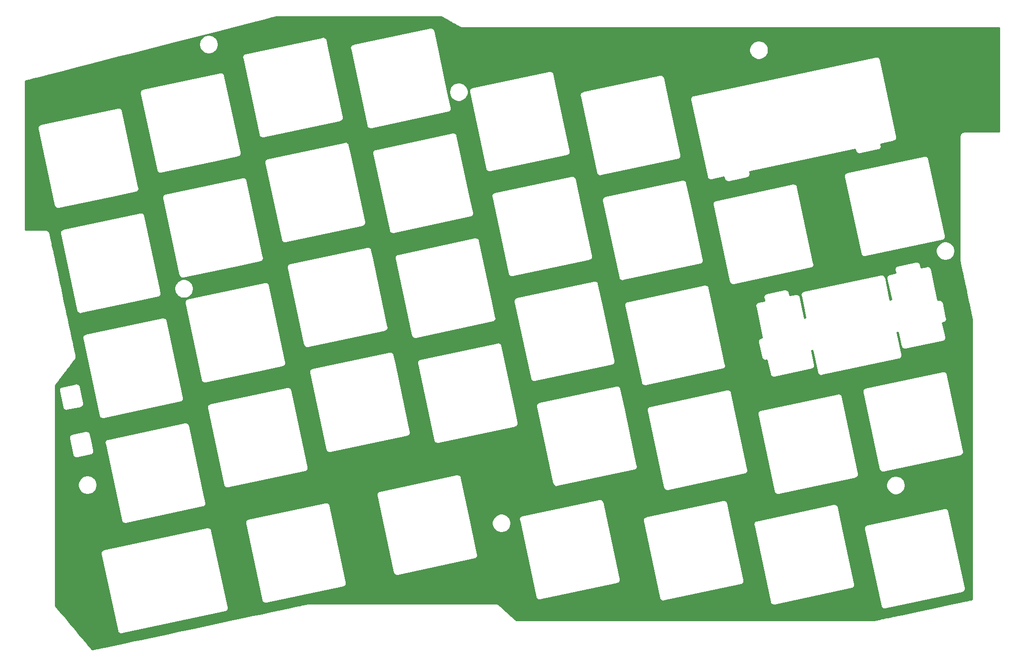
<source format=gbl>
G04 #@! TF.GenerationSoftware,KiCad,Pcbnew,(5.1.5-0-10_14)*
G04 #@! TF.CreationDate,2020-05-14T05:52:14+09:00*
G04 #@! TF.ProjectId,R-Key-v02-001,522d4b65-792d-4763-9032-2d3030312e6b,rev?*
G04 #@! TF.SameCoordinates,Original*
G04 #@! TF.FileFunction,Copper,L2,Bot*
G04 #@! TF.FilePolarity,Positive*
%FSLAX46Y46*%
G04 Gerber Fmt 4.6, Leading zero omitted, Abs format (unit mm)*
G04 Created by KiCad (PCBNEW (5.1.5-0-10_14)) date 2020-05-14 05:52:14*
%MOMM*%
%LPD*%
G04 APERTURE LIST*
%ADD10C,0.254000*%
G04 APERTURE END LIST*
D10*
G36*
X124468562Y-29654571D02*
G01*
X124468568Y-29654574D01*
X124468605Y-29654595D01*
X124505823Y-29675676D01*
X124505888Y-29675713D01*
X124545763Y-29698298D01*
X124545769Y-29698301D01*
X124545794Y-29698315D01*
X124588161Y-29722309D01*
X124588167Y-29722312D01*
X124632918Y-29747655D01*
X124632921Y-29747656D01*
X124632936Y-29747665D01*
X124679885Y-29774251D01*
X124679982Y-29774307D01*
X124754330Y-29816407D01*
X124754339Y-29816411D01*
X124754346Y-29816415D01*
X124860807Y-29876696D01*
X124860848Y-29876719D01*
X124945699Y-29924760D01*
X124945708Y-29924765D01*
X125004113Y-29957832D01*
X125004211Y-29957888D01*
X125064225Y-29991864D01*
X125064235Y-29991870D01*
X125125689Y-30026662D01*
X125125712Y-30026675D01*
X125188503Y-30062223D01*
X125188506Y-30062225D01*
X125188509Y-30062226D01*
X125252489Y-30098446D01*
X125252518Y-30098463D01*
X125350401Y-30153877D01*
X125350484Y-30153925D01*
X125484557Y-30229824D01*
X125484562Y-30229826D01*
X125621502Y-30307347D01*
X125621614Y-30307411D01*
X125760726Y-30386158D01*
X125760790Y-30386195D01*
X125901236Y-30465695D01*
X125901238Y-30465696D01*
X126006878Y-30525493D01*
X126006896Y-30525504D01*
X126077278Y-30565343D01*
X126182532Y-30624921D01*
X126182565Y-30624940D01*
X126321714Y-30703702D01*
X126321747Y-30703721D01*
X126458806Y-30781300D01*
X126458813Y-30781304D01*
X126592907Y-30857203D01*
X126723154Y-30930924D01*
X126723187Y-30930943D01*
X126848801Y-31002040D01*
X126848803Y-31002041D01*
X126968859Y-31069992D01*
X126968906Y-31070019D01*
X127082646Y-31134395D01*
X127082648Y-31134396D01*
X127189177Y-31194690D01*
X127189184Y-31194694D01*
X127334771Y-31277092D01*
X127334774Y-31277094D01*
X127334777Y-31277095D01*
X127456994Y-31346265D01*
X127457045Y-31346294D01*
X127526179Y-31385419D01*
X127526262Y-31385467D01*
X127584018Y-31418152D01*
X127584026Y-31418155D01*
X127584025Y-31418155D01*
X127629480Y-31443879D01*
X127629485Y-31443881D01*
X127629495Y-31443887D01*
X127646779Y-31453667D01*
X127678432Y-31467696D01*
X127708690Y-31484535D01*
X127717167Y-31488150D01*
X127752782Y-31503045D01*
X127769187Y-31508091D01*
X127784693Y-31515428D01*
X127830620Y-31526985D01*
X127875900Y-31540911D01*
X127892968Y-31542673D01*
X127909609Y-31546861D01*
X127918732Y-31548163D01*
X127961857Y-31554012D01*
X128001707Y-31555490D01*
X128041345Y-31559936D01*
X128050560Y-31560000D01*
X223400019Y-31560000D01*
X223400019Y-50033458D01*
X217227420Y-50033458D01*
X217186756Y-50037445D01*
X217145915Y-50038510D01*
X217136779Y-50039712D01*
X217092545Y-50045845D01*
X217075759Y-50049873D01*
X217058567Y-50051463D01*
X217013241Y-50064875D01*
X216967291Y-50075901D01*
X216951611Y-50083111D01*
X216935051Y-50088011D01*
X216926536Y-50091536D01*
X216890961Y-50106552D01*
X216883659Y-50110514D01*
X216875792Y-50113180D01*
X216827104Y-50141200D01*
X216777743Y-50167983D01*
X216771352Y-50173286D01*
X216764151Y-50177430D01*
X216756688Y-50182836D01*
X216727764Y-50204100D01*
X216724077Y-50207411D01*
X216719853Y-50210007D01*
X216676173Y-50250423D01*
X216631921Y-50290158D01*
X216628947Y-50294121D01*
X216625308Y-50297489D01*
X216619235Y-50304420D01*
X216595880Y-50331456D01*
X216592150Y-50336740D01*
X216587563Y-50341278D01*
X216555047Y-50389294D01*
X216521590Y-50436684D01*
X216518963Y-50442579D01*
X216515337Y-50447933D01*
X216510996Y-50456062D01*
X216493655Y-50489087D01*
X216488684Y-50501327D01*
X216481876Y-50512649D01*
X216464483Y-50560913D01*
X216445184Y-50608429D01*
X216442686Y-50621397D01*
X216438205Y-50633830D01*
X216436004Y-50642779D01*
X216426270Y-50683582D01*
X216423815Y-50701467D01*
X216416950Y-50724096D01*
X216410721Y-50787339D01*
X216409648Y-50793876D01*
X216409114Y-50803076D01*
X216409052Y-50804283D01*
X216407400Y-50821060D01*
X216407401Y-73102684D01*
X216416951Y-73199648D01*
X216421680Y-73215236D01*
X216423183Y-73230783D01*
X216425025Y-73239812D01*
X216436734Y-73295264D01*
X216436737Y-73295272D01*
X216436768Y-73295426D01*
X216447048Y-73344049D01*
X216447051Y-73344059D01*
X216447065Y-73344127D01*
X216456340Y-73387975D01*
X216456343Y-73387988D01*
X216467135Y-73438997D01*
X216467137Y-73439005D01*
X216467142Y-73439027D01*
X216487860Y-73536932D01*
X216487873Y-73536993D01*
X216507052Y-73627608D01*
X216507066Y-73627677D01*
X216528428Y-73728586D01*
X216528431Y-73728599D01*
X216551880Y-73839357D01*
X216551881Y-73839361D01*
X216577330Y-73959561D01*
X216577333Y-73959577D01*
X216604699Y-74088825D01*
X216604701Y-74088833D01*
X216626488Y-74191725D01*
X216626492Y-74191743D01*
X216641534Y-74262770D01*
X216664838Y-74372817D01*
X216664850Y-74372875D01*
X216697457Y-74526850D01*
X216697459Y-74526856D01*
X216722989Y-74647406D01*
X216723001Y-74647464D01*
X216740471Y-74729954D01*
X216740472Y-74729957D01*
X216767319Y-74856721D01*
X216767320Y-74856725D01*
X216804401Y-75031804D01*
X216842802Y-75213114D01*
X216882431Y-75400223D01*
X216882439Y-75400260D01*
X216923226Y-75592826D01*
X216923228Y-75592831D01*
X216923228Y-75592833D01*
X216986239Y-75890312D01*
X216986263Y-75890429D01*
X217051642Y-76199077D01*
X217051644Y-76199085D01*
X217096179Y-76409333D01*
X217096181Y-76409338D01*
X217141442Y-76623007D01*
X217141444Y-76623015D01*
X217187338Y-76839666D01*
X217187344Y-76839695D01*
X217233781Y-77058910D01*
X217233799Y-77058997D01*
X217280722Y-77280505D01*
X217280724Y-77280513D01*
X217351773Y-77615895D01*
X217351775Y-77615903D01*
X217447409Y-78067336D01*
X217447415Y-78067363D01*
X217519403Y-78407165D01*
X217519405Y-78407173D01*
X217567342Y-78633444D01*
X217567354Y-78633502D01*
X217639046Y-78971898D01*
X217639047Y-78971901D01*
X217733673Y-79418539D01*
X217733674Y-79418543D01*
X217826582Y-79857057D01*
X217826600Y-79857144D01*
X217917143Y-80284485D01*
X217917144Y-80284489D01*
X217982960Y-80595115D01*
X217982966Y-80595144D01*
X218025812Y-80797358D01*
X218025813Y-80797361D01*
X218067679Y-80994948D01*
X218067681Y-80994956D01*
X218108485Y-81187522D01*
X218108486Y-81187526D01*
X218167671Y-81466825D01*
X218223660Y-81731043D01*
X218223663Y-81731060D01*
X218259353Y-81899474D01*
X218259359Y-81899503D01*
X218293565Y-82060912D01*
X218326195Y-82214885D01*
X218326198Y-82214894D01*
X218326198Y-82214895D01*
X218357151Y-82360942D01*
X218357169Y-82361030D01*
X218386394Y-82498919D01*
X218407056Y-82596408D01*
X218407059Y-82596422D01*
X218420282Y-82658803D01*
X218420285Y-82658819D01*
X218439260Y-82748334D01*
X218439274Y-82748400D01*
X218462753Y-82859156D01*
X218462755Y-82859162D01*
X218484139Y-82960030D01*
X218484150Y-82960085D01*
X218503369Y-83050729D01*
X218503374Y-83050754D01*
X218516241Y-83111433D01*
X218516243Y-83111439D01*
X218516246Y-83111454D01*
X218525989Y-83157395D01*
X218526015Y-83157520D01*
X218538171Y-83214827D01*
X218538182Y-83214882D01*
X218547176Y-83257271D01*
X218547186Y-83257319D01*
X218555392Y-83295980D01*
X218555392Y-133109167D01*
X218417335Y-133138555D01*
X218417276Y-133138567D01*
X218247246Y-133174762D01*
X218247243Y-133174763D01*
X218060053Y-133214612D01*
X218060035Y-133214616D01*
X217856345Y-133257981D01*
X217856343Y-133257982D01*
X217636899Y-133304700D01*
X217636832Y-133304714D01*
X217402183Y-133354672D01*
X217402178Y-133354674D01*
X217025030Y-133434971D01*
X217024972Y-133434983D01*
X216614132Y-133522455D01*
X216614127Y-133522457D01*
X216325779Y-133583850D01*
X216325662Y-133583874D01*
X215872464Y-133680369D01*
X215392386Y-133782587D01*
X215060914Y-133853164D01*
X215060909Y-133853166D01*
X214548016Y-133962372D01*
X214547929Y-133962390D01*
X213834692Y-134114256D01*
X213834663Y-134114262D01*
X213094599Y-134271841D01*
X211947797Y-134516026D01*
X211947739Y-134516038D01*
X210371675Y-134851627D01*
X209181451Y-135105058D01*
X209181449Y-135105059D01*
X208394080Y-135272710D01*
X208394078Y-135272711D01*
X207617734Y-135438014D01*
X207617732Y-135438015D01*
X206857821Y-135599818D01*
X206857817Y-135599819D01*
X206119742Y-135756970D01*
X205408899Y-135908323D01*
X205408895Y-135908324D01*
X204898039Y-136017094D01*
X204568192Y-136087324D01*
X204568113Y-136087340D01*
X204090541Y-136189021D01*
X203640129Y-136284919D01*
X203353647Y-136345912D01*
X203353645Y-136345913D01*
X203079742Y-136404227D01*
X203079722Y-136404231D01*
X202819070Y-136459723D01*
X202819020Y-136459733D01*
X202572217Y-136512275D01*
X202572213Y-136512276D01*
X202339992Y-136561713D01*
X202339989Y-136561714D01*
X202123024Y-136607901D01*
X202123022Y-136607902D01*
X201922113Y-136650671D01*
X201921984Y-136650697D01*
X201737541Y-136689959D01*
X201737536Y-136689961D01*
X201611138Y-136716864D01*
X201611070Y-136716878D01*
X201531933Y-136733723D01*
X201531928Y-136733725D01*
X201457356Y-136749596D01*
X201457353Y-136749597D01*
X201387444Y-136764475D01*
X201387365Y-136764491D01*
X201322105Y-136778379D01*
X201322067Y-136778387D01*
X201261561Y-136791264D01*
X201261552Y-136791267D01*
X201206026Y-136803083D01*
X201205962Y-136803096D01*
X201155321Y-136813870D01*
X201155289Y-136813877D01*
X201109661Y-136823584D01*
X201109649Y-136823586D01*
X201042303Y-136837912D01*
X201042297Y-136837914D01*
X201004660Y-136845916D01*
X137770108Y-136845916D01*
X137741001Y-136819384D01*
X137740953Y-136819339D01*
X137704522Y-136786133D01*
X137704520Y-136786131D01*
X137704501Y-136786114D01*
X137665711Y-136750760D01*
X137665695Y-136750745D01*
X137624641Y-136713330D01*
X137624639Y-136713329D01*
X137592363Y-136683913D01*
X137592336Y-136683888D01*
X137536163Y-136632699D01*
X137536113Y-136632653D01*
X137488849Y-136589583D01*
X137488836Y-136589571D01*
X137439696Y-136544793D01*
X137439694Y-136544791D01*
X137439688Y-136544786D01*
X137362872Y-136474791D01*
X137362859Y-136474779D01*
X137254509Y-136376056D01*
X137254461Y-136376011D01*
X137169170Y-136298300D01*
X137169164Y-136298296D01*
X137110785Y-136245104D01*
X137110778Y-136245099D01*
X137110775Y-136245096D01*
X137021103Y-136163397D01*
X137021099Y-136163393D01*
X136897726Y-136050992D01*
X136897678Y-136050947D01*
X136802709Y-135964426D01*
X136802704Y-135964422D01*
X136738539Y-135905966D01*
X136738534Y-135905962D01*
X136673791Y-135846981D01*
X136673748Y-135846941D01*
X136608553Y-135787548D01*
X136608420Y-135787425D01*
X136509692Y-135697486D01*
X136509691Y-135697485D01*
X136410240Y-135606887D01*
X136410234Y-135606883D01*
X136368698Y-135569043D01*
X136368697Y-135569042D01*
X136368688Y-135569034D01*
X136327163Y-135531208D01*
X136327127Y-135531174D01*
X136243970Y-135455422D01*
X136243965Y-135455417D01*
X136111294Y-135334561D01*
X136111293Y-135334560D01*
X136012559Y-135244619D01*
X136012557Y-135244617D01*
X136012551Y-135244612D01*
X135947224Y-135185105D01*
X135947222Y-135185104D01*
X135850176Y-135096702D01*
X135850174Y-135096700D01*
X135850168Y-135096695D01*
X135660627Y-134924043D01*
X135660578Y-134923998D01*
X135480613Y-134760074D01*
X135480609Y-134760070D01*
X135394619Y-134681746D01*
X135394615Y-134681743D01*
X135338909Y-134631003D01*
X135338903Y-134630999D01*
X135257970Y-134557282D01*
X135257965Y-134557277D01*
X135156117Y-134464513D01*
X135156069Y-134464468D01*
X135084656Y-134399427D01*
X135084654Y-134399425D01*
X135039339Y-134358153D01*
X135039338Y-134358152D01*
X135039328Y-134358143D01*
X134974988Y-134299546D01*
X134974987Y-134299546D01*
X134916182Y-134245989D01*
X134916178Y-134245986D01*
X134916165Y-134245974D01*
X134879701Y-134212766D01*
X134879699Y-134212764D01*
X134845690Y-134181794D01*
X134845687Y-134181792D01*
X134845683Y-134181788D01*
X134814226Y-134153141D01*
X134814212Y-134153128D01*
X134785471Y-134126958D01*
X134785388Y-134126881D01*
X134736089Y-134081992D01*
X134736086Y-134081990D01*
X134736057Y-134081963D01*
X134706874Y-134055394D01*
X134682475Y-134037198D01*
X134660081Y-134016579D01*
X134652687Y-134011081D01*
X134623703Y-133989840D01*
X134613681Y-133983905D01*
X134604738Y-133976448D01*
X134558340Y-133951129D01*
X134512872Y-133924201D01*
X134501895Y-133920328D01*
X134491668Y-133914747D01*
X134483161Y-133911203D01*
X134447617Y-133896683D01*
X134433035Y-133892330D01*
X134419263Y-133885854D01*
X134371419Y-133873938D01*
X134324189Y-133859840D01*
X134309044Y-133858403D01*
X134294272Y-133854724D01*
X134285146Y-133853444D01*
X134242146Y-133847718D01*
X134203083Y-133846364D01*
X134164241Y-133842007D01*
X134155026Y-133841943D01*
X100881873Y-133841943D01*
X100852860Y-133844788D01*
X100823701Y-133844511D01*
X100814527Y-133845388D01*
X100781507Y-133848775D01*
X100751063Y-133854945D01*
X100720152Y-133858000D01*
X100711126Y-133859860D01*
X100666669Y-133869346D01*
X100666664Y-133869348D01*
X100621285Y-133879029D01*
X100621166Y-133879054D01*
X100563441Y-133891369D01*
X100563436Y-133891370D01*
X100493731Y-133906239D01*
X100493726Y-133906241D01*
X100412308Y-133923606D01*
X100412201Y-133923628D01*
X100269604Y-133954042D01*
X100269593Y-133954044D01*
X100038004Y-134003435D01*
X100037984Y-134003439D01*
X99762633Y-134062161D01*
X99762630Y-134062162D01*
X99527079Y-134112394D01*
X99527074Y-134112396D01*
X99358113Y-134148428D01*
X99358063Y-134148438D01*
X99086985Y-134206246D01*
X99086965Y-134206250D01*
X98689755Y-134290954D01*
X98689751Y-134290955D01*
X98255071Y-134383648D01*
X98255042Y-134383654D01*
X97904272Y-134458454D01*
X97904252Y-134458458D01*
X97660229Y-134510493D01*
X97660224Y-134510495D01*
X97279427Y-134591697D01*
X97279348Y-134591713D01*
X96741478Y-134706408D01*
X96741474Y-134706409D01*
X96172345Y-134827769D01*
X96172343Y-134827770D01*
X95573530Y-134955458D01*
X95573501Y-134955464D01*
X95104966Y-135055373D01*
X94784722Y-135123661D01*
X94784716Y-135123663D01*
X93959675Y-135299590D01*
X92555489Y-135599009D01*
X91066869Y-135916433D01*
X91066761Y-135916455D01*
X89505958Y-136249269D01*
X89505956Y-136249270D01*
X87062005Y-136770397D01*
X87062003Y-136770398D01*
X83657594Y-137496322D01*
X83657592Y-137496323D01*
X80189343Y-138235859D01*
X80189341Y-138235860D01*
X77609760Y-138785903D01*
X77609731Y-138785909D01*
X75921278Y-139145940D01*
X75921249Y-139145946D01*
X74272921Y-139497422D01*
X72677218Y-139837677D01*
X72677210Y-139837679D01*
X71146609Y-140164053D01*
X71146607Y-140164054D01*
X70051587Y-140397547D01*
X70051582Y-140397549D01*
X69346792Y-140547835D01*
X69346790Y-140547836D01*
X68330607Y-140764521D01*
X68330548Y-140764533D01*
X67070038Y-141033320D01*
X65924501Y-141277592D01*
X65152575Y-141442197D01*
X65152572Y-141442198D01*
X64677752Y-141543450D01*
X64677723Y-141543456D01*
X64238633Y-141637090D01*
X63836857Y-141722767D01*
X63562203Y-141781336D01*
X63562201Y-141781337D01*
X63562199Y-141781337D01*
X63390760Y-141817897D01*
X63390755Y-141817899D01*
X63229525Y-141852282D01*
X63229523Y-141852282D01*
X63229521Y-141852283D01*
X63078774Y-141884432D01*
X63078686Y-141884450D01*
X62871004Y-141928742D01*
X62690542Y-141967229D01*
X62690535Y-141967231D01*
X62690536Y-141967231D01*
X62583315Y-141990099D01*
X62583247Y-141990113D01*
X62537926Y-141999780D01*
X62522482Y-141981443D01*
X62522481Y-141981442D01*
X62458101Y-141905000D01*
X62458013Y-141904894D01*
X62350737Y-141777516D01*
X62350736Y-141777515D01*
X62186884Y-141582954D01*
X62002085Y-141363517D01*
X62002084Y-141363516D01*
X61798202Y-141121416D01*
X61798200Y-141121414D01*
X61577090Y-140858853D01*
X61577086Y-140858849D01*
X61340603Y-140578031D01*
X61090602Y-140281157D01*
X61090598Y-140281153D01*
X60695429Y-139811892D01*
X60278072Y-139316282D01*
X59992578Y-138977257D01*
X59557166Y-138460202D01*
X58679730Y-137418240D01*
X57843550Y-136425269D01*
X57843549Y-136425268D01*
X57330214Y-135815681D01*
X57330108Y-135815553D01*
X56870307Y-135269543D01*
X56870306Y-135269542D01*
X56572084Y-134915407D01*
X56572082Y-134915405D01*
X56439066Y-134757452D01*
X56438971Y-134757337D01*
X56356426Y-134659318D01*
X56356417Y-134659310D01*
X56279439Y-134567899D01*
X56279436Y-134567895D01*
X56208284Y-134483407D01*
X56208236Y-134483349D01*
X56112008Y-134369084D01*
X56112001Y-134369075D01*
X56031743Y-134273777D01*
X56031691Y-134273715D01*
X56020840Y-134260831D01*
X56020840Y-124882963D01*
X64060087Y-124882963D01*
X64060514Y-124887294D01*
X64060144Y-124891626D01*
X64060145Y-124891632D01*
X64060144Y-124891639D01*
X64066879Y-124951919D01*
X64072830Y-125012346D01*
X64074093Y-125016511D01*
X64074576Y-125020831D01*
X64084441Y-125051883D01*
X66981802Y-138683308D01*
X66985416Y-138715664D01*
X66995277Y-138746705D01*
X66995281Y-138746724D01*
X67024782Y-138839584D01*
X67073266Y-138927503D01*
X67087556Y-138953418D01*
X67087559Y-138953421D01*
X67087563Y-138953429D01*
X67139014Y-139014476D01*
X67171338Y-139052830D01*
X67171342Y-139052833D01*
X67171347Y-139052839D01*
X67240306Y-139107938D01*
X67272905Y-139133986D01*
X67272908Y-139133987D01*
X67272916Y-139133994D01*
X67361576Y-139179902D01*
X67388354Y-139193769D01*
X67388357Y-139193770D01*
X67388365Y-139193774D01*
X67453959Y-139212738D01*
X67513246Y-139229880D01*
X67513253Y-139229881D01*
X67513258Y-139229882D01*
X67573897Y-139235055D01*
X67642783Y-139240932D01*
X67642789Y-139240931D01*
X67642796Y-139240932D01*
X67709050Y-139233530D01*
X67739614Y-139230116D01*
X67739621Y-139230115D01*
X67772001Y-139226497D01*
X67803041Y-139216636D01*
X86092824Y-135329520D01*
X86125194Y-135325904D01*
X86156224Y-135316046D01*
X86156229Y-135316045D01*
X86249089Y-135286546D01*
X86249098Y-135286541D01*
X86249101Y-135286540D01*
X86276643Y-135271352D01*
X86362935Y-135223767D01*
X86362942Y-135223761D01*
X86362946Y-135223759D01*
X86406706Y-135186878D01*
X86462347Y-135139986D01*
X86462353Y-135139979D01*
X86462356Y-135139976D01*
X86496938Y-135096695D01*
X86543504Y-135038418D01*
X86543507Y-135038412D01*
X86543511Y-135038407D01*
X86566919Y-134993201D01*
X86603287Y-134922970D01*
X86603507Y-134922211D01*
X86611004Y-134896279D01*
X86639397Y-134798078D01*
X86639398Y-134798068D01*
X86639399Y-134798064D01*
X86644530Y-134737911D01*
X86650449Y-134668540D01*
X86650448Y-134668534D01*
X86650449Y-134668526D01*
X86642322Y-134595779D01*
X86636017Y-134539335D01*
X86626152Y-134508279D01*
X83728792Y-120876868D01*
X83725177Y-120844502D01*
X83715312Y-120813448D01*
X83715311Y-120813442D01*
X83707884Y-120790065D01*
X83685816Y-120720594D01*
X83685811Y-120720585D01*
X83685810Y-120720582D01*
X83665415Y-120683598D01*
X83623037Y-120606748D01*
X83623031Y-120606741D01*
X83623029Y-120606737D01*
X83585921Y-120562708D01*
X83539255Y-120507336D01*
X83539248Y-120507330D01*
X83539245Y-120507327D01*
X83507370Y-120481859D01*
X83437688Y-120426180D01*
X83437679Y-120426175D01*
X83437676Y-120426173D01*
X83398886Y-120406087D01*
X83322240Y-120366397D01*
X83322232Y-120366395D01*
X83322227Y-120366392D01*
X83268774Y-120350938D01*
X83197347Y-120330286D01*
X83197338Y-120330285D01*
X83197334Y-120330284D01*
X83138931Y-120325302D01*
X83067810Y-120319234D01*
X83067804Y-120319235D01*
X83067797Y-120319234D01*
X83001785Y-120326609D01*
X82970979Y-120330050D01*
X82970972Y-120330051D01*
X82938592Y-120333669D01*
X82907552Y-120343530D01*
X64622021Y-124229743D01*
X64593897Y-124232513D01*
X64589724Y-124233779D01*
X64585399Y-124234262D01*
X64527589Y-124252628D01*
X64469487Y-124270253D01*
X64465648Y-124272305D01*
X64461505Y-124273621D01*
X64461501Y-124273623D01*
X64461492Y-124273626D01*
X64408381Y-124302914D01*
X64354830Y-124331538D01*
X64351465Y-124334300D01*
X64347658Y-124336399D01*
X64347651Y-124336405D01*
X64347647Y-124336407D01*
X64313377Y-124365290D01*
X64301265Y-124375498D01*
X64254332Y-124414015D01*
X64251572Y-124417378D01*
X64248246Y-124420181D01*
X64248240Y-124420188D01*
X64248237Y-124420191D01*
X64225465Y-124448691D01*
X64210381Y-124467569D01*
X64171855Y-124514513D01*
X64169802Y-124518354D01*
X64167090Y-124521748D01*
X64167085Y-124521757D01*
X64167083Y-124521760D01*
X64143588Y-124567133D01*
X64139211Y-124575585D01*
X64110570Y-124629170D01*
X64109306Y-124633336D01*
X64107307Y-124637197D01*
X64107305Y-124637202D01*
X64107302Y-124637209D01*
X64090502Y-124695318D01*
X64090464Y-124695449D01*
X64072830Y-124753580D01*
X64072403Y-124757914D01*
X64071196Y-124762089D01*
X64071195Y-124762098D01*
X64071194Y-124762102D01*
X64068401Y-124794847D01*
X64066040Y-124822519D01*
X64060087Y-124882963D01*
X56020840Y-124882963D01*
X56020840Y-112614042D01*
X60015000Y-112614042D01*
X60015000Y-112945958D01*
X60079754Y-113271496D01*
X60206772Y-113578147D01*
X60391175Y-113854125D01*
X60625875Y-114088825D01*
X60901853Y-114273228D01*
X61208504Y-114400246D01*
X61534042Y-114465000D01*
X61865958Y-114465000D01*
X62191496Y-114400246D01*
X62498147Y-114273228D01*
X62774125Y-114088825D01*
X63008825Y-113854125D01*
X63193228Y-113578147D01*
X63320246Y-113271496D01*
X63385000Y-112945958D01*
X63385000Y-112614042D01*
X63320246Y-112288504D01*
X63193228Y-111981853D01*
X63008825Y-111705875D01*
X62774125Y-111471175D01*
X62498147Y-111286772D01*
X62191496Y-111159754D01*
X61865958Y-111095000D01*
X61534042Y-111095000D01*
X61208504Y-111159754D01*
X60901853Y-111286772D01*
X60625875Y-111471175D01*
X60391175Y-111705875D01*
X60206772Y-111981853D01*
X60079754Y-112288504D01*
X60015000Y-112614042D01*
X56020840Y-112614042D01*
X56020840Y-104382623D01*
X58441607Y-104382623D01*
X58442035Y-104386972D01*
X58441664Y-104391328D01*
X58441666Y-104391344D01*
X58441665Y-104391354D01*
X58447718Y-104445490D01*
X58448401Y-104451603D01*
X58454350Y-104512006D01*
X58455620Y-104516192D01*
X58456105Y-104520532D01*
X58465974Y-104551592D01*
X59076481Y-107422719D01*
X59080098Y-107455080D01*
X59089966Y-107486137D01*
X59089969Y-107486151D01*
X59102097Y-107524317D01*
X59119467Y-107578984D01*
X59119472Y-107578993D01*
X59119477Y-107579009D01*
X59161539Y-107655268D01*
X59182253Y-107692827D01*
X59182258Y-107692833D01*
X59182267Y-107692849D01*
X59240581Y-107762027D01*
X59266041Y-107792233D01*
X59266047Y-107792238D01*
X59266059Y-107792252D01*
X59339408Y-107850849D01*
X59367614Y-107873383D01*
X59367620Y-107873386D01*
X59367635Y-107873398D01*
X59446583Y-107914270D01*
X59483066Y-107933159D01*
X59483074Y-107933161D01*
X59483089Y-107933169D01*
X59580688Y-107961377D01*
X59607961Y-107969261D01*
X59607966Y-107969261D01*
X59607985Y-107969267D01*
X59690984Y-107976340D01*
X59737498Y-107980306D01*
X59737509Y-107980305D01*
X59737524Y-107980306D01*
X59821824Y-107970881D01*
X59834328Y-107969483D01*
X59834332Y-107969482D01*
X59866728Y-107965860D01*
X59897770Y-107955996D01*
X62267653Y-107452168D01*
X62300048Y-107448546D01*
X62382729Y-107422272D01*
X62423928Y-107409181D01*
X62423935Y-107409177D01*
X62423951Y-107409172D01*
X62483006Y-107376599D01*
X62537770Y-107346396D01*
X62537782Y-107346386D01*
X62537791Y-107346381D01*
X62573445Y-107316326D01*
X62637176Y-107262609D01*
X62637188Y-107262594D01*
X62637194Y-107262589D01*
X62672868Y-107217934D01*
X62718326Y-107161036D01*
X62718331Y-107161027D01*
X62718341Y-107161014D01*
X62751261Y-107097425D01*
X62778102Y-107045584D01*
X62778106Y-107045571D01*
X62778112Y-107045559D01*
X62796101Y-106983318D01*
X62814205Y-106920689D01*
X62814206Y-106920672D01*
X62814209Y-106920663D01*
X62818080Y-106875236D01*
X62825249Y-106791151D01*
X62825247Y-106791134D01*
X62825248Y-106791124D01*
X62818993Y-106735182D01*
X62810808Y-106661946D01*
X62800939Y-106630885D01*
X62509390Y-105259770D01*
X64757740Y-105259770D01*
X64758167Y-105264107D01*
X64757797Y-105268446D01*
X64757797Y-105268454D01*
X64764534Y-105328747D01*
X64770483Y-105389153D01*
X64771749Y-105393326D01*
X64772232Y-105397651D01*
X64782095Y-105428698D01*
X67679457Y-119059281D01*
X67683072Y-119091637D01*
X67692932Y-119122674D01*
X67692936Y-119122692D01*
X67722438Y-119215551D01*
X67766982Y-119296323D01*
X67785217Y-119329389D01*
X67785219Y-119329391D01*
X67785221Y-119329395D01*
X67830347Y-119382936D01*
X67869001Y-119428799D01*
X67869006Y-119428804D01*
X67970575Y-119509958D01*
X68054119Y-119553216D01*
X68086019Y-119569734D01*
X68086022Y-119569735D01*
X68086026Y-119569737D01*
X68139725Y-119585261D01*
X68210912Y-119605842D01*
X68210917Y-119605842D01*
X68210919Y-119605843D01*
X68251414Y-119609297D01*
X68340449Y-119616892D01*
X68340457Y-119616892D01*
X68394244Y-119610882D01*
X68437280Y-119606074D01*
X68437287Y-119606072D01*
X68469662Y-119602455D01*
X68500699Y-119592594D01*
X69231778Y-119437203D01*
X89682760Y-119437203D01*
X89683187Y-119441540D01*
X89682817Y-119445879D01*
X89689552Y-119506159D01*
X89695503Y-119566586D01*
X89696769Y-119570759D01*
X89697252Y-119575084D01*
X89707115Y-119606129D01*
X92604481Y-133237575D01*
X92608100Y-133269955D01*
X92619145Y-133304713D01*
X92647455Y-133393824D01*
X92647468Y-133393848D01*
X92647472Y-133393860D01*
X92666099Y-133427633D01*
X92710236Y-133507669D01*
X92710251Y-133507687D01*
X92710259Y-133507701D01*
X92739425Y-133542302D01*
X92794020Y-133607079D01*
X92794039Y-133607094D01*
X92794049Y-133607106D01*
X92836337Y-133640891D01*
X92895589Y-133688234D01*
X92895608Y-133688244D01*
X92895622Y-133688255D01*
X92948460Y-133715611D01*
X93011038Y-133748014D01*
X93011056Y-133748019D01*
X93011075Y-133748029D01*
X93071136Y-133765389D01*
X93135931Y-133784122D01*
X93135953Y-133784124D01*
X93135971Y-133784129D01*
X93194692Y-133789135D01*
X93265469Y-133795172D01*
X93265491Y-133795170D01*
X93265508Y-133795171D01*
X93330660Y-133787889D01*
X93394674Y-133780737D01*
X93425737Y-133770869D01*
X107057171Y-130872663D01*
X107089515Y-130869049D01*
X107120559Y-130859186D01*
X107120592Y-130859179D01*
X107181648Y-130839778D01*
X107213421Y-130829683D01*
X107213429Y-130829679D01*
X107213450Y-130829672D01*
X107292325Y-130786170D01*
X107327266Y-130766901D01*
X107327274Y-130766895D01*
X107327291Y-130766885D01*
X107394245Y-130710449D01*
X107426675Y-130683116D01*
X107426681Y-130683108D01*
X107426697Y-130683095D01*
X107483977Y-130611398D01*
X107507828Y-130581546D01*
X107507832Y-130581538D01*
X107507845Y-130581522D01*
X107554902Y-130490632D01*
X107567607Y-130466096D01*
X107567610Y-130466087D01*
X107567619Y-130466069D01*
X107589813Y-130389286D01*
X107603714Y-130341203D01*
X107603715Y-130341190D01*
X107603720Y-130341173D01*
X107610300Y-130263982D01*
X107614762Y-130211665D01*
X107614761Y-130211652D01*
X107614762Y-130211635D01*
X107605950Y-130132805D01*
X107603942Y-130114834D01*
X107603940Y-130114826D01*
X107600319Y-130082430D01*
X107590457Y-130051392D01*
X104693103Y-116420848D01*
X104689487Y-116388482D01*
X104679624Y-116357435D01*
X104679622Y-116357427D01*
X104650465Y-116265653D01*
X104650123Y-116264575D01*
X104650121Y-116264572D01*
X104650120Y-116264568D01*
X104621048Y-116211852D01*
X104587342Y-116150730D01*
X104587339Y-116150726D01*
X104587337Y-116150723D01*
X104560823Y-116119265D01*
X104503559Y-116051320D01*
X104503553Y-116051315D01*
X104503552Y-116051314D01*
X104484156Y-116035817D01*
X104401990Y-115970165D01*
X104286540Y-115910385D01*
X104286535Y-115910384D01*
X104286532Y-115910382D01*
X104200717Y-115885573D01*
X104161647Y-115874277D01*
X104161645Y-115874277D01*
X104161639Y-115874275D01*
X104072500Y-115866672D01*
X104032109Y-115863227D01*
X104032102Y-115863227D01*
X103981932Y-115868833D01*
X103935279Y-115874045D01*
X103935272Y-115874047D01*
X103902897Y-115877664D01*
X103871858Y-115887525D01*
X90244684Y-118783984D01*
X90216570Y-118786753D01*
X90212397Y-118788019D01*
X90208072Y-118788502D01*
X90177028Y-118798364D01*
X90177025Y-118798365D01*
X90150246Y-118806872D01*
X90092160Y-118824493D01*
X90088318Y-118826547D01*
X90084165Y-118827866D01*
X90031054Y-118857154D01*
X89977503Y-118885778D01*
X89974131Y-118888545D01*
X89970320Y-118890647D01*
X89923958Y-118929721D01*
X89877005Y-118968255D01*
X89874239Y-118971625D01*
X89870910Y-118974431D01*
X89833079Y-119021778D01*
X89794528Y-119068753D01*
X89792470Y-119072603D01*
X89789756Y-119076000D01*
X89761889Y-119129817D01*
X89733243Y-119183410D01*
X89731977Y-119187582D01*
X89729975Y-119191449D01*
X89713137Y-119249689D01*
X89695503Y-119307820D01*
X89695075Y-119312163D01*
X89693867Y-119316342D01*
X89688716Y-119376729D01*
X89682760Y-119437203D01*
X69231778Y-119437203D01*
X82132132Y-116695231D01*
X82164495Y-116691615D01*
X82195521Y-116681758D01*
X82195534Y-116681755D01*
X82288394Y-116652254D01*
X82402239Y-116589473D01*
X82501649Y-116505689D01*
X82582804Y-116404120D01*
X82642584Y-116288671D01*
X82646452Y-116275294D01*
X82666522Y-116205872D01*
X82678692Y-116163778D01*
X82678692Y-116163774D01*
X82678694Y-116163768D01*
X82685030Y-116089480D01*
X82689742Y-116034240D01*
X82689742Y-116034230D01*
X82681865Y-115963735D01*
X82675307Y-115905035D01*
X82665441Y-115873981D01*
X82370386Y-114485896D01*
X112974560Y-114485896D01*
X112974987Y-114490233D01*
X112974617Y-114494572D01*
X112981351Y-114554847D01*
X112987303Y-114615279D01*
X112988569Y-114619452D01*
X112989052Y-114623777D01*
X112998915Y-114654822D01*
X115896277Y-128286250D01*
X115899892Y-128318611D01*
X115909751Y-128349645D01*
X115909754Y-128349658D01*
X115939255Y-128442518D01*
X116002036Y-128556363D01*
X116085820Y-128655773D01*
X116187389Y-128736928D01*
X116302838Y-128796708D01*
X116427731Y-128832816D01*
X116557269Y-128843866D01*
X116654100Y-128833048D01*
X116654101Y-128833048D01*
X116686474Y-128829431D01*
X116717519Y-128819568D01*
X130348946Y-125922206D01*
X130381307Y-125918591D01*
X130412341Y-125908732D01*
X130412354Y-125908729D01*
X130505214Y-125879228D01*
X130619059Y-125816447D01*
X130718469Y-125732663D01*
X130799624Y-125631094D01*
X130859404Y-125515645D01*
X130895512Y-125390752D01*
X130906562Y-125261214D01*
X130892127Y-125132009D01*
X130882264Y-125100964D01*
X129671383Y-119404042D01*
X133435000Y-119404042D01*
X133435000Y-119735958D01*
X133499754Y-120061496D01*
X133626772Y-120368147D01*
X133811175Y-120644125D01*
X134045875Y-120878825D01*
X134321853Y-121063228D01*
X134628504Y-121190246D01*
X134954042Y-121255000D01*
X135285958Y-121255000D01*
X135611496Y-121190246D01*
X135918147Y-121063228D01*
X136194125Y-120878825D01*
X136428825Y-120644125D01*
X136613228Y-120368147D01*
X136740246Y-120061496D01*
X136805000Y-119735958D01*
X136805000Y-119404042D01*
X136740246Y-119078504D01*
X136641932Y-118841150D01*
X138245020Y-118841150D01*
X138245447Y-118845487D01*
X138245077Y-118849826D01*
X138251812Y-118910106D01*
X138257763Y-118970533D01*
X138259029Y-118974706D01*
X138259512Y-118979031D01*
X138269375Y-119010076D01*
X141166737Y-132641503D01*
X141170352Y-132673864D01*
X141180211Y-132704898D01*
X141180214Y-132704911D01*
X141209715Y-132797771D01*
X141272496Y-132911616D01*
X141356280Y-133011026D01*
X141457849Y-133092181D01*
X141573298Y-133151961D01*
X141698191Y-133188069D01*
X141827729Y-133199119D01*
X141924560Y-133188301D01*
X141924561Y-133188301D01*
X141956934Y-133184684D01*
X141987979Y-133174821D01*
X155619406Y-130277459D01*
X155651767Y-130273844D01*
X155682801Y-130263985D01*
X155682814Y-130263982D01*
X155775674Y-130234481D01*
X155889519Y-130171700D01*
X155988929Y-130087916D01*
X156070084Y-129986347D01*
X156129864Y-129870898D01*
X156165972Y-129746005D01*
X156177022Y-129616467D01*
X156171636Y-129568257D01*
X156166204Y-129519636D01*
X156166204Y-129519635D01*
X156162587Y-129487262D01*
X156152724Y-129456217D01*
X153939500Y-119043503D01*
X160199933Y-119043503D01*
X160200358Y-119047823D01*
X160199990Y-119052140D01*
X160199992Y-119052160D01*
X160199990Y-119052187D01*
X160206724Y-119112451D01*
X160212676Y-119172886D01*
X160213943Y-119177064D01*
X160214427Y-119181392D01*
X160224283Y-119212416D01*
X163120801Y-132843836D01*
X163124419Y-132876217D01*
X163135665Y-132911616D01*
X163163767Y-133000088D01*
X163163778Y-133000108D01*
X163163783Y-133000124D01*
X163188378Y-133044724D01*
X163226541Y-133113937D01*
X163226556Y-133113955D01*
X163226564Y-133113969D01*
X163255031Y-133147745D01*
X163310319Y-133213352D01*
X163310338Y-133213367D01*
X163310348Y-133213379D01*
X163343258Y-133239674D01*
X163411883Y-133294512D01*
X163411905Y-133294523D01*
X163411917Y-133294533D01*
X163457697Y-133318238D01*
X163527329Y-133354300D01*
X163527352Y-133354307D01*
X163527366Y-133354314D01*
X163581761Y-133370040D01*
X163652220Y-133390415D01*
X163652241Y-133390417D01*
X163652259Y-133390422D01*
X163711696Y-133395492D01*
X163781757Y-133401473D01*
X163781779Y-133401471D01*
X163781796Y-133401472D01*
X163844181Y-133394502D01*
X163910963Y-133387045D01*
X163942028Y-133377178D01*
X177573473Y-130479812D01*
X177605834Y-130476197D01*
X177636868Y-130466338D01*
X177636881Y-130466335D01*
X177729741Y-130436834D01*
X177843586Y-130374053D01*
X177942996Y-130290269D01*
X178024151Y-130188700D01*
X178083931Y-130073251D01*
X178120039Y-129948358D01*
X178131089Y-129818820D01*
X178116654Y-129689615D01*
X178106791Y-129658570D01*
X175997043Y-119732690D01*
X179828207Y-119732690D01*
X179828634Y-119737027D01*
X179828264Y-119741366D01*
X179834999Y-119801646D01*
X179840950Y-119862073D01*
X179842216Y-119866246D01*
X179842699Y-119870571D01*
X179852562Y-119901616D01*
X182749924Y-133533043D01*
X182753539Y-133565404D01*
X182763398Y-133596438D01*
X182763401Y-133596451D01*
X182792902Y-133689311D01*
X182855683Y-133803156D01*
X182939467Y-133902566D01*
X183041036Y-133983721D01*
X183156485Y-134043501D01*
X183281378Y-134079609D01*
X183410916Y-134090659D01*
X183507747Y-134079841D01*
X183507748Y-134079841D01*
X183540121Y-134076224D01*
X183571166Y-134066361D01*
X197202593Y-131168999D01*
X197234954Y-131165384D01*
X197265988Y-131155525D01*
X197266001Y-131155522D01*
X197358861Y-131126021D01*
X197472706Y-131063240D01*
X197572116Y-130979456D01*
X197653271Y-130877887D01*
X197713051Y-130762438D01*
X197749159Y-130637545D01*
X197760209Y-130508007D01*
X197752999Y-130443474D01*
X197749391Y-130411176D01*
X197749391Y-130411175D01*
X197745774Y-130378802D01*
X197735911Y-130347757D01*
X195631203Y-120445583D01*
X199453093Y-120445583D01*
X199453520Y-120449920D01*
X199453150Y-120454259D01*
X199459883Y-120514524D01*
X199465836Y-120574966D01*
X199467102Y-120579139D01*
X199467585Y-120583464D01*
X199477448Y-120614509D01*
X202374810Y-134245936D01*
X202378425Y-134278297D01*
X202388284Y-134309331D01*
X202388287Y-134309344D01*
X202417788Y-134402204D01*
X202480569Y-134516049D01*
X202564353Y-134615459D01*
X202665922Y-134696614D01*
X202781371Y-134756394D01*
X202906264Y-134792502D01*
X203035802Y-134803552D01*
X203132633Y-134792734D01*
X203132634Y-134792734D01*
X203165007Y-134789117D01*
X203196052Y-134779254D01*
X216827480Y-131881892D01*
X216859841Y-131878277D01*
X216890875Y-131868418D01*
X216890888Y-131868415D01*
X216983748Y-131838914D01*
X217097593Y-131776133D01*
X217197003Y-131692349D01*
X217278158Y-131590780D01*
X217337938Y-131475331D01*
X217374046Y-131350438D01*
X217385096Y-131220900D01*
X217370661Y-131091695D01*
X217360798Y-131060650D01*
X214463438Y-117429233D01*
X214459821Y-117396862D01*
X214420457Y-117272955D01*
X214357676Y-117159110D01*
X214273893Y-117059700D01*
X214172324Y-116978545D01*
X214056874Y-116918765D01*
X213931981Y-116882657D01*
X213929261Y-116882425D01*
X213802444Y-116871607D01*
X213802443Y-116871607D01*
X213705613Y-116882425D01*
X213705612Y-116882425D01*
X213673239Y-116886042D01*
X213642194Y-116895905D01*
X200015017Y-119792364D01*
X199986903Y-119795133D01*
X199982730Y-119796399D01*
X199978405Y-119796882D01*
X199947361Y-119806744D01*
X199947358Y-119806745D01*
X199920584Y-119815251D01*
X199862493Y-119832873D01*
X199858651Y-119834927D01*
X199854498Y-119836246D01*
X199801387Y-119865534D01*
X199747836Y-119894158D01*
X199744464Y-119896925D01*
X199740653Y-119899027D01*
X199694291Y-119938101D01*
X199647338Y-119976635D01*
X199644572Y-119980005D01*
X199641243Y-119982811D01*
X199603412Y-120030158D01*
X199564861Y-120077133D01*
X199562803Y-120080983D01*
X199560089Y-120084380D01*
X199532222Y-120138197D01*
X199503576Y-120191790D01*
X199502310Y-120195962D01*
X199500308Y-120199829D01*
X199483470Y-120258069D01*
X199465836Y-120316200D01*
X199465408Y-120320543D01*
X199464200Y-120324722D01*
X199459046Y-120385136D01*
X199453093Y-120445583D01*
X195631203Y-120445583D01*
X194838551Y-116716340D01*
X194834934Y-116683969D01*
X194824859Y-116652254D01*
X194795570Y-116560062D01*
X194732789Y-116446217D01*
X194698481Y-116405510D01*
X194649006Y-116346807D01*
X194547437Y-116265652D01*
X194431987Y-116205872D01*
X194307094Y-116169764D01*
X194236804Y-116163768D01*
X194177557Y-116158714D01*
X194177556Y-116158714D01*
X194080726Y-116169532D01*
X194080725Y-116169532D01*
X194048352Y-116173149D01*
X194017307Y-116183012D01*
X180390131Y-119079471D01*
X180362017Y-119082240D01*
X180357844Y-119083506D01*
X180353519Y-119083989D01*
X180322475Y-119093851D01*
X180322472Y-119093852D01*
X180295693Y-119102359D01*
X180237607Y-119119980D01*
X180233765Y-119122034D01*
X180232149Y-119122547D01*
X180229612Y-119123353D01*
X180176501Y-119152641D01*
X180122950Y-119181265D01*
X180119578Y-119184032D01*
X180115767Y-119186134D01*
X180069405Y-119225208D01*
X180022452Y-119263742D01*
X180019686Y-119267112D01*
X180016357Y-119269918D01*
X179978526Y-119317265D01*
X179939975Y-119364240D01*
X179937917Y-119368090D01*
X179935203Y-119371487D01*
X179907336Y-119425304D01*
X179878690Y-119478897D01*
X179877424Y-119483069D01*
X179875422Y-119486936D01*
X179858584Y-119545176D01*
X179840950Y-119603307D01*
X179840522Y-119607650D01*
X179839314Y-119611829D01*
X179834160Y-119672243D01*
X179828207Y-119732690D01*
X175997043Y-119732690D01*
X175209429Y-116027147D01*
X175205812Y-115994774D01*
X175188088Y-115938986D01*
X175166450Y-115870875D01*
X175103669Y-115757030D01*
X175103666Y-115757026D01*
X175103664Y-115757023D01*
X175042587Y-115684556D01*
X175019885Y-115657620D01*
X175019882Y-115657618D01*
X175019879Y-115657614D01*
X174930382Y-115586107D01*
X174918316Y-115576466D01*
X174918314Y-115576465D01*
X174918309Y-115576461D01*
X174855247Y-115543808D01*
X174802867Y-115516685D01*
X174802862Y-115516684D01*
X174802859Y-115516682D01*
X174717044Y-115491873D01*
X174677974Y-115480577D01*
X174677972Y-115480577D01*
X174677966Y-115480575D01*
X174596119Y-115473594D01*
X174548437Y-115469527D01*
X174548428Y-115469527D01*
X174496577Y-115475321D01*
X174419232Y-115483962D01*
X174388178Y-115493828D01*
X160761852Y-118390285D01*
X160733743Y-118393053D01*
X160729589Y-118394313D01*
X160725283Y-118394794D01*
X160694219Y-118404661D01*
X160694190Y-118404667D01*
X160667408Y-118413176D01*
X160609333Y-118430793D01*
X160605506Y-118432839D01*
X160601374Y-118434151D01*
X160601355Y-118434161D01*
X160601331Y-118434169D01*
X160548232Y-118463452D01*
X160494676Y-118492078D01*
X160491317Y-118494835D01*
X160487526Y-118496925D01*
X160487509Y-118496939D01*
X160487486Y-118496952D01*
X160441129Y-118536023D01*
X160394178Y-118574555D01*
X160391425Y-118577909D01*
X160388110Y-118580703D01*
X160388095Y-118580722D01*
X160388077Y-118580737D01*
X160350238Y-118628095D01*
X160311701Y-118675053D01*
X160309653Y-118678884D01*
X160306950Y-118682267D01*
X160306939Y-118682288D01*
X160306924Y-118682307D01*
X160279056Y-118736129D01*
X160250416Y-118789710D01*
X160249157Y-118793862D01*
X160247162Y-118797713D01*
X160247155Y-118797738D01*
X160247145Y-118797757D01*
X160230306Y-118856004D01*
X160212676Y-118914120D01*
X160212250Y-118918443D01*
X160211047Y-118922604D01*
X160211045Y-118922625D01*
X160211038Y-118922650D01*
X160205884Y-118983085D01*
X160199933Y-119043503D01*
X153939500Y-119043503D01*
X153255364Y-115824800D01*
X153251747Y-115792429D01*
X153212383Y-115668522D01*
X153149602Y-115554677D01*
X153065819Y-115455267D01*
X152964250Y-115374112D01*
X152848800Y-115314332D01*
X152723907Y-115278224D01*
X152721187Y-115277992D01*
X152594370Y-115267174D01*
X152594369Y-115267174D01*
X152497539Y-115277992D01*
X152497538Y-115277992D01*
X152465165Y-115281609D01*
X152434120Y-115291472D01*
X138806944Y-118187931D01*
X138778830Y-118190700D01*
X138774657Y-118191966D01*
X138770332Y-118192449D01*
X138739288Y-118202311D01*
X138739285Y-118202312D01*
X138712506Y-118210819D01*
X138654420Y-118228440D01*
X138650578Y-118230494D01*
X138646425Y-118231813D01*
X138593314Y-118261101D01*
X138539763Y-118289725D01*
X138536391Y-118292492D01*
X138532580Y-118294594D01*
X138486218Y-118333668D01*
X138439265Y-118372202D01*
X138436499Y-118375572D01*
X138433170Y-118378378D01*
X138395339Y-118425725D01*
X138356788Y-118472700D01*
X138354730Y-118476550D01*
X138352016Y-118479947D01*
X138324149Y-118533764D01*
X138295503Y-118587357D01*
X138294237Y-118591529D01*
X138292235Y-118595396D01*
X138275397Y-118653636D01*
X138257763Y-118711767D01*
X138257335Y-118716110D01*
X138256127Y-118720289D01*
X138250973Y-118780703D01*
X138245020Y-118841150D01*
X136641932Y-118841150D01*
X136613228Y-118771853D01*
X136428825Y-118495875D01*
X136194125Y-118261175D01*
X135918147Y-118076772D01*
X135611496Y-117949754D01*
X135285958Y-117885000D01*
X134954042Y-117885000D01*
X134628504Y-117949754D01*
X134321853Y-118076772D01*
X134045875Y-118261175D01*
X133811175Y-118495875D01*
X133626772Y-118771853D01*
X133499754Y-119078504D01*
X133435000Y-119404042D01*
X129671383Y-119404042D01*
X127984904Y-111469546D01*
X127981287Y-111437175D01*
X127970663Y-111403732D01*
X127941923Y-111313268D01*
X127879142Y-111199423D01*
X127877229Y-111197153D01*
X127795359Y-111100013D01*
X127693790Y-111018858D01*
X127578340Y-110959078D01*
X127453447Y-110922970D01*
X127450727Y-110922738D01*
X127323910Y-110911920D01*
X127323909Y-110911920D01*
X127227079Y-110922738D01*
X127227078Y-110922738D01*
X127194705Y-110926355D01*
X127163660Y-110936218D01*
X113536484Y-113832677D01*
X113508370Y-113835446D01*
X113504197Y-113836712D01*
X113499872Y-113837195D01*
X113468828Y-113847057D01*
X113468825Y-113847058D01*
X113442046Y-113855565D01*
X113383960Y-113873186D01*
X113380118Y-113875240D01*
X113375965Y-113876559D01*
X113322854Y-113905847D01*
X113269303Y-113934471D01*
X113265931Y-113937238D01*
X113262120Y-113939340D01*
X113215758Y-113978414D01*
X113168805Y-114016948D01*
X113166039Y-114020318D01*
X113162710Y-114023124D01*
X113124879Y-114070471D01*
X113086328Y-114117446D01*
X113084270Y-114121296D01*
X113081556Y-114124693D01*
X113053689Y-114178510D01*
X113025043Y-114232103D01*
X113023777Y-114236275D01*
X113021775Y-114240142D01*
X113004937Y-114298382D01*
X112987303Y-114356513D01*
X112986875Y-114360856D01*
X112985667Y-114365035D01*
X112980513Y-114425449D01*
X112974560Y-114485896D01*
X82370386Y-114485896D01*
X79768083Y-102243415D01*
X79764467Y-102211049D01*
X79754604Y-102180002D01*
X79754602Y-102179994D01*
X79730199Y-102103184D01*
X79725103Y-102087142D01*
X79725101Y-102087139D01*
X79725100Y-102087135D01*
X79670283Y-101987734D01*
X79662322Y-101973297D01*
X79662319Y-101973293D01*
X79662317Y-101973290D01*
X79635803Y-101941832D01*
X79578539Y-101873887D01*
X79578533Y-101873882D01*
X79578532Y-101873881D01*
X79563766Y-101862083D01*
X79476970Y-101792732D01*
X79361520Y-101732952D01*
X79361515Y-101732951D01*
X79361512Y-101732949D01*
X79275697Y-101708140D01*
X79236627Y-101696844D01*
X79236625Y-101696844D01*
X79236619Y-101696842D01*
X79147480Y-101689239D01*
X79107089Y-101685794D01*
X79107082Y-101685794D01*
X79056912Y-101691400D01*
X79010259Y-101696612D01*
X79010252Y-101696614D01*
X78977877Y-101700231D01*
X78946838Y-101710092D01*
X65319664Y-104606551D01*
X65291550Y-104609320D01*
X65287372Y-104610587D01*
X65283044Y-104611071D01*
X65252006Y-104620932D01*
X65252005Y-104620932D01*
X65225226Y-104629439D01*
X65167140Y-104647060D01*
X65163298Y-104649114D01*
X65159145Y-104650433D01*
X65159142Y-104650435D01*
X65159138Y-104650436D01*
X65110172Y-104677440D01*
X65106034Y-104679721D01*
X65052483Y-104708345D01*
X65049111Y-104711112D01*
X65045300Y-104713214D01*
X65045296Y-104713217D01*
X65045293Y-104713219D01*
X65000380Y-104751073D01*
X64998938Y-104752288D01*
X64951985Y-104790822D01*
X64949219Y-104794192D01*
X64945890Y-104796998D01*
X64945888Y-104797001D01*
X64945884Y-104797004D01*
X64908045Y-104844362D01*
X64869508Y-104891320D01*
X64867450Y-104895170D01*
X64864736Y-104898567D01*
X64864735Y-104898569D01*
X64864731Y-104898574D01*
X64846363Y-104934048D01*
X64836869Y-104952384D01*
X64808223Y-105005977D01*
X64806957Y-105010149D01*
X64804955Y-105014016D01*
X64804954Y-105014021D01*
X64804952Y-105014024D01*
X64788113Y-105072271D01*
X64770483Y-105130387D01*
X64770055Y-105134731D01*
X64768845Y-105138917D01*
X64763691Y-105199352D01*
X64757740Y-105259770D01*
X62509390Y-105259770D01*
X62190432Y-103759760D01*
X62186815Y-103727401D01*
X62176947Y-103696345D01*
X62176944Y-103696329D01*
X62167162Y-103665549D01*
X62147446Y-103603496D01*
X62147438Y-103603482D01*
X62147435Y-103603472D01*
X62122602Y-103558449D01*
X62084660Y-103489653D01*
X62084650Y-103489641D01*
X62084645Y-103489632D01*
X62049984Y-103448513D01*
X62000872Y-103390247D01*
X62000860Y-103390238D01*
X62000853Y-103390229D01*
X61960048Y-103357631D01*
X61899300Y-103309097D01*
X61899284Y-103309089D01*
X61899277Y-103309083D01*
X61851321Y-103284255D01*
X61783848Y-103249321D01*
X61783835Y-103249317D01*
X61783823Y-103249311D01*
X61718329Y-103230382D01*
X61658953Y-103213219D01*
X61658941Y-103213218D01*
X61658927Y-103213214D01*
X61598840Y-103208094D01*
X61529415Y-103202174D01*
X61529399Y-103202176D01*
X61529389Y-103202175D01*
X61461041Y-103209816D01*
X61432584Y-103212997D01*
X61432576Y-103212999D01*
X61400185Y-103216620D01*
X61369148Y-103226483D01*
X59003522Y-103729405D01*
X58975417Y-103732173D01*
X58971220Y-103733446D01*
X58966865Y-103733933D01*
X58909079Y-103752297D01*
X58851007Y-103769913D01*
X58847153Y-103771973D01*
X58842986Y-103773297D01*
X58842972Y-103773305D01*
X58842962Y-103773308D01*
X58793071Y-103800826D01*
X58789888Y-103802582D01*
X58736350Y-103831198D01*
X58732966Y-103833975D01*
X58729144Y-103836083D01*
X58729134Y-103836091D01*
X58729122Y-103836098D01*
X58684110Y-103874041D01*
X58682790Y-103875154D01*
X58635852Y-103913675D01*
X58633078Y-103917055D01*
X58629737Y-103919871D01*
X58629728Y-103919883D01*
X58629719Y-103919890D01*
X58593943Y-103964674D01*
X58591901Y-103967229D01*
X58553375Y-104014173D01*
X58551311Y-104018034D01*
X58548587Y-104021444D01*
X58548580Y-104021457D01*
X58548573Y-104021466D01*
X58522732Y-104071381D01*
X58520719Y-104075268D01*
X58492090Y-104128830D01*
X58490821Y-104133015D01*
X58488811Y-104136896D01*
X58488807Y-104136911D01*
X58488802Y-104136920D01*
X58472539Y-104193188D01*
X58471979Y-104195127D01*
X58454350Y-104253240D01*
X58453921Y-104257598D01*
X58452709Y-104261790D01*
X58452708Y-104261802D01*
X58452704Y-104261816D01*
X58447584Y-104321903D01*
X58447559Y-104322194D01*
X58441607Y-104382623D01*
X56020840Y-104382623D01*
X56020840Y-95942034D01*
X56648367Y-95942034D01*
X56648789Y-95946314D01*
X56648423Y-95950590D01*
X56648433Y-95950676D01*
X56648425Y-95950764D01*
X56655160Y-96011009D01*
X56661110Y-96071417D01*
X56662383Y-96075614D01*
X56662870Y-96079968D01*
X56672711Y-96110934D01*
X57282380Y-98981849D01*
X57286002Y-99014277D01*
X57305671Y-99076194D01*
X57325321Y-99138088D01*
X57325347Y-99138136D01*
X57325363Y-99138185D01*
X57354727Y-99191435D01*
X57388081Y-99251944D01*
X57388116Y-99251985D01*
X57388141Y-99252031D01*
X57426667Y-99297744D01*
X57471846Y-99351370D01*
X57471893Y-99351408D01*
X57471923Y-99351443D01*
X57517381Y-99387766D01*
X57573401Y-99432543D01*
X57573451Y-99432569D01*
X57573490Y-99432600D01*
X57627751Y-99460698D01*
X57688839Y-99492344D01*
X57688893Y-99492360D01*
X57688938Y-99492383D01*
X57749259Y-99509824D01*
X57813726Y-99528475D01*
X57813780Y-99528480D01*
X57813830Y-99528494D01*
X57879031Y-99534057D01*
X57943262Y-99539548D01*
X57943313Y-99539542D01*
X57943367Y-99539547D01*
X58008063Y-99532320D01*
X58072469Y-99525137D01*
X58103568Y-99515263D01*
X60473563Y-99011578D01*
X60505965Y-99007955D01*
X60560892Y-98990500D01*
X60629799Y-98968610D01*
X60629834Y-98968591D01*
X60629868Y-98968580D01*
X60682489Y-98939555D01*
X60743646Y-98905832D01*
X60743678Y-98905805D01*
X60743707Y-98905789D01*
X60789496Y-98867191D01*
X60843058Y-98822051D01*
X60843083Y-98822020D01*
X60843110Y-98821997D01*
X60883833Y-98771021D01*
X60924215Y-98720484D01*
X60924234Y-98720447D01*
X60924255Y-98720421D01*
X60952473Y-98665915D01*
X60983998Y-98605036D01*
X60984008Y-98605000D01*
X60984026Y-98604966D01*
X61002508Y-98541018D01*
X61020109Y-98480144D01*
X61020112Y-98480108D01*
X61020123Y-98480070D01*
X61025785Y-98413628D01*
X61031162Y-98350606D01*
X61031158Y-98350568D01*
X61031161Y-98350531D01*
X61024053Y-98286964D01*
X61016730Y-98221401D01*
X61006856Y-98190319D01*
X60396342Y-95319243D01*
X60392723Y-95286871D01*
X60382123Y-95253512D01*
X60356169Y-95171842D01*
X60353349Y-95162968D01*
X60353348Y-95162966D01*
X60353347Y-95162963D01*
X60314569Y-95092659D01*
X60290559Y-95049128D01*
X60279458Y-95035958D01*
X60265728Y-95019671D01*
X60206767Y-94949724D01*
X60105192Y-94868578D01*
X60105188Y-94868576D01*
X60105187Y-94868575D01*
X60051839Y-94840957D01*
X59989737Y-94808807D01*
X59989734Y-94808806D01*
X59989732Y-94808805D01*
X59902104Y-94783479D01*
X59864841Y-94772709D01*
X59864839Y-94772709D01*
X59864836Y-94772708D01*
X59790493Y-94766373D01*
X59735303Y-94761670D01*
X59735298Y-94761670D01*
X59606094Y-94776116D01*
X59575045Y-94785983D01*
X57210267Y-95288817D01*
X57182177Y-95291584D01*
X57178062Y-95292832D01*
X57173797Y-95293308D01*
X57142668Y-95303191D01*
X57142580Y-95303210D01*
X57115837Y-95311708D01*
X57057767Y-95329324D01*
X57053975Y-95331351D01*
X57049883Y-95332650D01*
X57049810Y-95332691D01*
X57049723Y-95332718D01*
X56996630Y-95362002D01*
X56943110Y-95390609D01*
X56939784Y-95393338D01*
X56936026Y-95395410D01*
X56935960Y-95395465D01*
X56935883Y-95395508D01*
X56889538Y-95434575D01*
X56842612Y-95473086D01*
X56839887Y-95476407D01*
X56836601Y-95479175D01*
X56836545Y-95479246D01*
X56836480Y-95479300D01*
X56798657Y-95526645D01*
X56760135Y-95573584D01*
X56758107Y-95577379D01*
X56755428Y-95580730D01*
X56755388Y-95580807D01*
X56755333Y-95580876D01*
X56727469Y-95634697D01*
X56698850Y-95688241D01*
X56697603Y-95692352D01*
X56695626Y-95696168D01*
X56695601Y-95696255D01*
X56695562Y-95696330D01*
X56678734Y-95754553D01*
X56661110Y-95812651D01*
X56660688Y-95816934D01*
X56659496Y-95821055D01*
X56659489Y-95821141D01*
X56659464Y-95821226D01*
X56654318Y-95881611D01*
X56648367Y-95942034D01*
X56020840Y-95942034D01*
X56020840Y-95088725D01*
X56045948Y-95055722D01*
X56045949Y-95055720D01*
X56045957Y-95055710D01*
X56094677Y-94991667D01*
X56094679Y-94991664D01*
X56094692Y-94991647D01*
X56133750Y-94940301D01*
X56133751Y-94940300D01*
X56133776Y-94940267D01*
X56175633Y-94885232D01*
X56175692Y-94885156D01*
X56220280Y-94826527D01*
X56220330Y-94826462D01*
X56267585Y-94764325D01*
X56267599Y-94764307D01*
X56317357Y-94698875D01*
X56317365Y-94698865D01*
X56369511Y-94630290D01*
X56369515Y-94630284D01*
X56369524Y-94630272D01*
X56410200Y-94576777D01*
X56410200Y-94576776D01*
X56437948Y-94540286D01*
X56437960Y-94540271D01*
X56509343Y-94446392D01*
X56509345Y-94446388D01*
X56509354Y-94446377D01*
X56599719Y-94327526D01*
X56599721Y-94327523D01*
X56599727Y-94327515D01*
X56662098Y-94245479D01*
X56662100Y-94245477D01*
X56726172Y-94161203D01*
X56726175Y-94161198D01*
X56791833Y-94074839D01*
X56791837Y-94074833D01*
X56858968Y-93986533D01*
X56858975Y-93986524D01*
X56927463Y-93896436D01*
X56927466Y-93896431D01*
X57032356Y-93758461D01*
X57032362Y-93758452D01*
X57176106Y-93569368D01*
X57176111Y-93569362D01*
X57323221Y-93375845D01*
X57323224Y-93375839D01*
X57472736Y-93179160D01*
X57472786Y-93179095D01*
X57623877Y-92980335D01*
X57623880Y-92980329D01*
X57775586Y-92780757D01*
X57775590Y-92780752D01*
X57926993Y-92581575D01*
X57926998Y-92581566D01*
X58077131Y-92384058D01*
X58077181Y-92383993D01*
X58225228Y-92189226D01*
X58225232Y-92189219D01*
X58441843Y-91904253D01*
X58441843Y-91904252D01*
X58441846Y-91904249D01*
X58714120Y-91546046D01*
X58714121Y-91546045D01*
X58961344Y-91220798D01*
X59176178Y-90938164D01*
X59289013Y-90789720D01*
X59289014Y-90789719D01*
X59329957Y-90735855D01*
X59330007Y-90735790D01*
X59386461Y-90661526D01*
X59386465Y-90661520D01*
X59450492Y-90577292D01*
X59489501Y-90525977D01*
X59489503Y-90525973D01*
X59516302Y-90490725D01*
X59516305Y-90490720D01*
X59520853Y-90484742D01*
X59539368Y-90454720D01*
X59560474Y-90426446D01*
X59565184Y-90418526D01*
X59584107Y-90386195D01*
X59588520Y-90376618D01*
X59594433Y-90367890D01*
X59615441Y-90318196D01*
X59638015Y-90269209D01*
X59640483Y-90258963D01*
X59644590Y-90249247D01*
X59647271Y-90240430D01*
X59658797Y-90201559D01*
X59663684Y-90176219D01*
X59671505Y-90151627D01*
X59675853Y-90113125D01*
X59683190Y-90075080D01*
X59683062Y-90049278D01*
X59685958Y-90023631D01*
X59686029Y-90014416D01*
X59686066Y-89964074D01*
X59680426Y-89906119D01*
X59675875Y-89848052D01*
X59674198Y-89838991D01*
X59672498Y-89830147D01*
X59671837Y-89827915D01*
X59671607Y-89825599D01*
X59669741Y-89816574D01*
X59658449Y-89763832D01*
X59658448Y-89763828D01*
X59658444Y-89763810D01*
X59649209Y-89720682D01*
X59649208Y-89720679D01*
X59649207Y-89720674D01*
X59638663Y-89671431D01*
X59638661Y-89671425D01*
X59638657Y-89671405D01*
X59626821Y-89616145D01*
X59626820Y-89616142D01*
X59626819Y-89616137D01*
X59613714Y-89554955D01*
X59613714Y-89554954D01*
X59613712Y-89554946D01*
X59599359Y-89487942D01*
X59599359Y-89487940D01*
X59583780Y-89415213D01*
X59583776Y-89415193D01*
X59566989Y-89336840D01*
X59566988Y-89336838D01*
X59549018Y-89252961D01*
X59549018Y-89252960D01*
X59549016Y-89252952D01*
X59520025Y-89117645D01*
X59520024Y-89117639D01*
X59488202Y-88969126D01*
X59488200Y-88969118D01*
X59465701Y-88864118D01*
X59465701Y-88864116D01*
X59430065Y-88697808D01*
X59430064Y-88697805D01*
X59430063Y-88697800D01*
X59378711Y-88458162D01*
X59378710Y-88458156D01*
X59337424Y-88265499D01*
X59308762Y-88131751D01*
X59308760Y-88131746D01*
X59264120Y-87923441D01*
X59264102Y-87923353D01*
X59201184Y-87629766D01*
X59201182Y-87629761D01*
X59134771Y-87319878D01*
X59134747Y-87319761D01*
X59064961Y-86994139D01*
X59064959Y-86994134D01*
X59010446Y-86739777D01*
X59010428Y-86739689D01*
X58986024Y-86625822D01*
X60797033Y-86625822D01*
X60797460Y-86630159D01*
X60797090Y-86634498D01*
X60803824Y-86694773D01*
X60809776Y-86755205D01*
X60811042Y-86759378D01*
X60811525Y-86763703D01*
X60821390Y-86794755D01*
X63718749Y-100425835D01*
X63722365Y-100458197D01*
X63732225Y-100489235D01*
X63732228Y-100489247D01*
X63761729Y-100582107D01*
X63824511Y-100695951D01*
X63908295Y-100795361D01*
X64009864Y-100876515D01*
X64125314Y-100936295D01*
X64250207Y-100972403D01*
X64349200Y-100980847D01*
X64379742Y-100983452D01*
X64379745Y-100983452D01*
X64416976Y-100979292D01*
X64476573Y-100972634D01*
X64476578Y-100972633D01*
X64508950Y-100969016D01*
X64539992Y-100959154D01*
X73894681Y-98970814D01*
X82896727Y-98970814D01*
X82897154Y-98975151D01*
X82896784Y-98979491D01*
X82903519Y-99039774D01*
X82909470Y-99100197D01*
X82910736Y-99104370D01*
X82911219Y-99108695D01*
X82921082Y-99139741D01*
X85818443Y-112771083D01*
X85822058Y-112803444D01*
X85831917Y-112834478D01*
X85831920Y-112834491D01*
X85861421Y-112927351D01*
X85924202Y-113041196D01*
X86007986Y-113140606D01*
X86109555Y-113221761D01*
X86220691Y-113279307D01*
X86225005Y-113281541D01*
X86349898Y-113317649D01*
X86479435Y-113328699D01*
X86479436Y-113328699D01*
X86495940Y-113326855D01*
X86576266Y-113317881D01*
X86576274Y-113317879D01*
X86608641Y-113314263D01*
X86639678Y-113304403D01*
X100271111Y-110407040D01*
X100303475Y-110403424D01*
X100334511Y-110393564D01*
X100334521Y-110393562D01*
X100427381Y-110364061D01*
X100541226Y-110301280D01*
X100640636Y-110217496D01*
X100721791Y-110115927D01*
X100781571Y-110000478D01*
X100781572Y-110000477D01*
X100803782Y-109923652D01*
X100817679Y-109875585D01*
X100828729Y-109746047D01*
X100827559Y-109735576D01*
X100817911Y-109649215D01*
X100817911Y-109649213D01*
X100814294Y-109616842D01*
X100804432Y-109585798D01*
X97907069Y-95954462D01*
X97903453Y-95922094D01*
X97893591Y-95891053D01*
X97893590Y-95891046D01*
X97864090Y-95798187D01*
X97801309Y-95684342D01*
X97717525Y-95584932D01*
X97615956Y-95503777D01*
X97532333Y-95460477D01*
X97500507Y-95443997D01*
X97375613Y-95407889D01*
X97246076Y-95396839D01*
X97149245Y-95407657D01*
X97149244Y-95407657D01*
X97116871Y-95411274D01*
X97085826Y-95421137D01*
X83458651Y-98317595D01*
X83430537Y-98320364D01*
X83426365Y-98321630D01*
X83422038Y-98322113D01*
X83390993Y-98331976D01*
X83390992Y-98331976D01*
X83364213Y-98340483D01*
X83306127Y-98358104D01*
X83302285Y-98360158D01*
X83298132Y-98361477D01*
X83245021Y-98390765D01*
X83191470Y-98419389D01*
X83188098Y-98422156D01*
X83184287Y-98424258D01*
X83137925Y-98463332D01*
X83090972Y-98501866D01*
X83088206Y-98505236D01*
X83084877Y-98508042D01*
X83047029Y-98555411D01*
X83008495Y-98602364D01*
X83006439Y-98606211D01*
X83003722Y-98609611D01*
X82992832Y-98630643D01*
X82975856Y-98663428D01*
X82947210Y-98717021D01*
X82945944Y-98721193D01*
X82943942Y-98725060D01*
X82927104Y-98783300D01*
X82909470Y-98841431D01*
X82909042Y-98845774D01*
X82907834Y-98849953D01*
X82906946Y-98860368D01*
X82902681Y-98910361D01*
X82896727Y-98970814D01*
X73894681Y-98970814D01*
X78171424Y-98061792D01*
X78203784Y-98058176D01*
X78234815Y-98048318D01*
X78234828Y-98048315D01*
X78327688Y-98018814D01*
X78441533Y-97956033D01*
X78540943Y-97872249D01*
X78622098Y-97770680D01*
X78681878Y-97655231D01*
X78717986Y-97530338D01*
X78717986Y-97530336D01*
X78717987Y-97530333D01*
X78729036Y-97400796D01*
X78718217Y-97303965D01*
X78714601Y-97271595D01*
X78704737Y-97240545D01*
X75807378Y-83609473D01*
X75803761Y-83577101D01*
X75792978Y-83543157D01*
X75764396Y-83453191D01*
X75718809Y-83370527D01*
X75701616Y-83339349D01*
X75701615Y-83339348D01*
X75701614Y-83339346D01*
X75668624Y-83300204D01*
X75617833Y-83239939D01*
X75516264Y-83158784D01*
X75400814Y-83099004D01*
X75400811Y-83099003D01*
X75275918Y-83062895D01*
X75170542Y-83053907D01*
X75146383Y-83051846D01*
X75146381Y-83051846D01*
X75117911Y-83055027D01*
X75049553Y-83062664D01*
X75049548Y-83062665D01*
X75017176Y-83066282D01*
X74986134Y-83076144D01*
X61358957Y-85972603D01*
X61330843Y-85975372D01*
X61326667Y-85976639D01*
X61322342Y-85977122D01*
X61291301Y-85986983D01*
X61291298Y-85986984D01*
X61264519Y-85995491D01*
X61206433Y-86013112D01*
X61202591Y-86015166D01*
X61198435Y-86016486D01*
X61145316Y-86045779D01*
X61091776Y-86074397D01*
X61088404Y-86077164D01*
X61084593Y-86079266D01*
X61084592Y-86079267D01*
X61084590Y-86079268D01*
X61038225Y-86118345D01*
X60991278Y-86156874D01*
X60988511Y-86160245D01*
X60985181Y-86163052D01*
X60947337Y-86210416D01*
X60908801Y-86257372D01*
X60906744Y-86261221D01*
X60904027Y-86264621D01*
X60876154Y-86318451D01*
X60847516Y-86372029D01*
X60846250Y-86376201D01*
X60844248Y-86380068D01*
X60844247Y-86380070D01*
X60844247Y-86380071D01*
X60827407Y-86438317D01*
X60809776Y-86496439D01*
X60809348Y-86500781D01*
X60808139Y-86504964D01*
X60802984Y-86565396D01*
X60797033Y-86625822D01*
X58986024Y-86625822D01*
X58973180Y-86565895D01*
X58973179Y-86565892D01*
X58916015Y-86299160D01*
X58916014Y-86299155D01*
X58797088Y-85744259D01*
X58797087Y-85744256D01*
X58629071Y-84960328D01*
X58629071Y-84960327D01*
X58496817Y-84343263D01*
X58406298Y-83920925D01*
X58406297Y-83920923D01*
X58267333Y-83272551D01*
X58267333Y-83272549D01*
X58076305Y-82381272D01*
X58076303Y-82381267D01*
X57880299Y-81466784D01*
X57880298Y-81466782D01*
X57580116Y-80066227D01*
X57580114Y-80066220D01*
X57275938Y-78647041D01*
X57275916Y-78646934D01*
X57073489Y-77702474D01*
X56872825Y-76766239D01*
X56872823Y-76766233D01*
X56675274Y-75844515D01*
X56675273Y-75844513D01*
X56482205Y-74943696D01*
X56482183Y-74943589D01*
X56341314Y-74286316D01*
X56341313Y-74286314D01*
X56249376Y-73857345D01*
X56249375Y-73857341D01*
X56114785Y-73229352D01*
X56114769Y-73229274D01*
X55985475Y-72625986D01*
X55985473Y-72625980D01*
X55902063Y-72236782D01*
X55902041Y-72236674D01*
X55821153Y-71859238D01*
X55821151Y-71859231D01*
X55762346Y-71584840D01*
X55762346Y-71584839D01*
X55723971Y-71405772D01*
X55667692Y-71143150D01*
X55667691Y-71143148D01*
X55595456Y-70806065D01*
X55595456Y-70806064D01*
X55526441Y-70484008D01*
X55460815Y-70177753D01*
X55460812Y-70177745D01*
X55414036Y-69959448D01*
X55414036Y-69959447D01*
X55391415Y-69853879D01*
X55391391Y-69853761D01*
X55380292Y-69801976D01*
X55380264Y-69801839D01*
X55340410Y-69615828D01*
X55340408Y-69615821D01*
X55299323Y-69424075D01*
X55279596Y-69332004D01*
X55266743Y-69272013D01*
X55266742Y-69272009D01*
X55254171Y-69213339D01*
X55254147Y-69213221D01*
X55241811Y-69155645D01*
X55241809Y-69155640D01*
X55223771Y-69071442D01*
X55223771Y-69071440D01*
X55189426Y-68911129D01*
X55189426Y-68911128D01*
X55162980Y-68787684D01*
X55152828Y-68740289D01*
X55152825Y-68740281D01*
X55138093Y-68671497D01*
X55138090Y-68671488D01*
X55124075Y-68606054D01*
X55124074Y-68606051D01*
X55115072Y-68564023D01*
X55102086Y-68503389D01*
X55102084Y-68503384D01*
X55089842Y-68446223D01*
X55089842Y-68446222D01*
X55070888Y-68357710D01*
X55070861Y-68357582D01*
X55057090Y-68293272D01*
X55057088Y-68293266D01*
X55047625Y-68249073D01*
X55033357Y-68182412D01*
X55021193Y-68125571D01*
X55019025Y-68115434D01*
X55007437Y-68079068D01*
X54998788Y-68041898D01*
X54995772Y-68033190D01*
X54982326Y-67995218D01*
X54980918Y-67992212D01*
X56836327Y-67992212D01*
X56836754Y-67996549D01*
X56836590Y-67998481D01*
X56836384Y-68000891D01*
X56840305Y-68035983D01*
X56843118Y-68061163D01*
X56849070Y-68121595D01*
X56850336Y-68125768D01*
X56850819Y-68130093D01*
X56860684Y-68161145D01*
X59758043Y-81792226D01*
X59761659Y-81824588D01*
X59771519Y-81855626D01*
X59771522Y-81855638D01*
X59801023Y-81948498D01*
X59863805Y-82062342D01*
X59947589Y-82161752D01*
X60049158Y-82242906D01*
X60164608Y-82302686D01*
X60289501Y-82338794D01*
X60388494Y-82347238D01*
X60419036Y-82349843D01*
X60419039Y-82349843D01*
X60456270Y-82345683D01*
X60515867Y-82339025D01*
X60515872Y-82339024D01*
X60548244Y-82335407D01*
X60579286Y-82325545D01*
X69933974Y-80337205D01*
X78936020Y-80337205D01*
X78936447Y-80341542D01*
X78936077Y-80345881D01*
X78942811Y-80406156D01*
X78948763Y-80466588D01*
X78950029Y-80470761D01*
X78950512Y-80475086D01*
X78960377Y-80506138D01*
X81857736Y-94137219D01*
X81861352Y-94169581D01*
X81871212Y-94200619D01*
X81871215Y-94200631D01*
X81900716Y-94293491D01*
X81963498Y-94407335D01*
X82047282Y-94506745D01*
X82148851Y-94587899D01*
X82264301Y-94647679D01*
X82389194Y-94683787D01*
X82488187Y-94692231D01*
X82518729Y-94694836D01*
X82518732Y-94694836D01*
X82555963Y-94690676D01*
X82615560Y-94684018D01*
X82615565Y-94684017D01*
X82647937Y-94680400D01*
X82678979Y-94670538D01*
X92045617Y-92679658D01*
X101034867Y-92679658D01*
X101035294Y-92683997D01*
X101034924Y-92688339D01*
X101034982Y-92688854D01*
X101041658Y-92748609D01*
X101047610Y-92809041D01*
X101048876Y-92813214D01*
X101049359Y-92817539D01*
X101059223Y-92848589D01*
X103956583Y-106479498D01*
X103960199Y-106511864D01*
X103970061Y-106542907D01*
X103970063Y-106542916D01*
X103999564Y-106635775D01*
X104062346Y-106749620D01*
X104146130Y-106849030D01*
X104247700Y-106930183D01*
X104363150Y-106989963D01*
X104468504Y-107020421D01*
X104488039Y-107026069D01*
X104488040Y-107026069D01*
X104488043Y-107026070D01*
X104566673Y-107032777D01*
X104617576Y-107037119D01*
X104617581Y-107037119D01*
X104679633Y-107030186D01*
X104714407Y-107026301D01*
X104714410Y-107026300D01*
X104746786Y-107022683D01*
X104777829Y-107012821D01*
X118409254Y-104115459D01*
X118441619Y-104111843D01*
X118472651Y-104101984D01*
X118472661Y-104101982D01*
X118565521Y-104072481D01*
X118679366Y-104009700D01*
X118778776Y-103925916D01*
X118859931Y-103824347D01*
X118919711Y-103708898D01*
X118919712Y-103708895D01*
X118919713Y-103708893D01*
X118945526Y-103619607D01*
X118955819Y-103584005D01*
X118966869Y-103454467D01*
X118966869Y-103454461D01*
X118956050Y-103357631D01*
X118952434Y-103325262D01*
X118942570Y-103294212D01*
X116339836Y-91049401D01*
X120164453Y-91049401D01*
X120164880Y-91053738D01*
X120164510Y-91058078D01*
X120164510Y-91058085D01*
X120168462Y-91093454D01*
X120171245Y-91118366D01*
X120177196Y-91178784D01*
X120178463Y-91182962D01*
X120178947Y-91187290D01*
X120188808Y-91218328D01*
X123086170Y-104849669D01*
X123089787Y-104882039D01*
X123099647Y-104913075D01*
X123099648Y-104913079D01*
X123129148Y-105005939D01*
X123191930Y-105119784D01*
X123275713Y-105219194D01*
X123377282Y-105300348D01*
X123492732Y-105360129D01*
X123617625Y-105396237D01*
X123617631Y-105396238D01*
X123617633Y-105396238D01*
X123662615Y-105400074D01*
X123747163Y-105407286D01*
X123747170Y-105407286D01*
X123833444Y-105397647D01*
X123876368Y-105392851D01*
X123907416Y-105382987D01*
X137537997Y-102485626D01*
X137570355Y-102482011D01*
X137601394Y-102472150D01*
X137601409Y-102472147D01*
X137694268Y-102442645D01*
X137762517Y-102405007D01*
X137808107Y-102379866D01*
X137907517Y-102296082D01*
X137907522Y-102296077D01*
X137988675Y-102194508D01*
X138016460Y-102140847D01*
X138048452Y-102079064D01*
X138084559Y-101954171D01*
X138095609Y-101824633D01*
X138095609Y-101824626D01*
X138090390Y-101777914D01*
X138084791Y-101727802D01*
X138084789Y-101727794D01*
X138081172Y-101695421D01*
X138071312Y-101664385D01*
X137446007Y-98722487D01*
X141271007Y-98722487D01*
X141271434Y-98726824D01*
X141271064Y-98731163D01*
X141271064Y-98731170D01*
X141274131Y-98758616D01*
X141277798Y-98791438D01*
X141283750Y-98851870D01*
X141285016Y-98856043D01*
X141285499Y-98860368D01*
X141295363Y-98891417D01*
X144192724Y-112522164D01*
X144196339Y-112554524D01*
X144206200Y-112585563D01*
X144206203Y-112585578D01*
X144232455Y-112668206D01*
X144235356Y-112677337D01*
X144235705Y-112678437D01*
X144298487Y-112792282D01*
X144382272Y-112891691D01*
X144483841Y-112972845D01*
X144599291Y-113032624D01*
X144724185Y-113068731D01*
X144816039Y-113076565D01*
X144853716Y-113079779D01*
X144853723Y-113079779D01*
X144941909Y-113069926D01*
X144950547Y-113068961D01*
X144950548Y-113068961D01*
X144982928Y-113065343D01*
X145013975Y-113055479D01*
X158645392Y-110158120D01*
X158677761Y-110154503D01*
X158708797Y-110144643D01*
X158708801Y-110144642D01*
X158801661Y-110115141D01*
X158801666Y-110115138D01*
X158801667Y-110115138D01*
X158834376Y-110097100D01*
X158915506Y-110052360D01*
X159014916Y-109968576D01*
X159014921Y-109968571D01*
X159050811Y-109923652D01*
X159096071Y-109867007D01*
X159155851Y-109751558D01*
X159155852Y-109751555D01*
X159155854Y-109751551D01*
X159173478Y-109690589D01*
X159191959Y-109626665D01*
X159203009Y-109497127D01*
X159203009Y-109497120D01*
X159192190Y-109400289D01*
X159188574Y-109367922D01*
X159178711Y-109336875D01*
X157070479Y-99418616D01*
X160900973Y-99418616D01*
X160901400Y-99422948D01*
X160901030Y-99427280D01*
X160901031Y-99427285D01*
X160901030Y-99427292D01*
X160907765Y-99487572D01*
X160913716Y-99547999D01*
X160914981Y-99552168D01*
X160915463Y-99556486D01*
X160925326Y-99587535D01*
X163822690Y-113218970D01*
X163826305Y-113251331D01*
X163836164Y-113282365D01*
X163836167Y-113282378D01*
X163865668Y-113375238D01*
X163928449Y-113489083D01*
X164012233Y-113588493D01*
X164113802Y-113669648D01*
X164229251Y-113729428D01*
X164354144Y-113765536D01*
X164483682Y-113776586D01*
X164580513Y-113765768D01*
X164580514Y-113765768D01*
X164612887Y-113762151D01*
X164643932Y-113752288D01*
X178275364Y-110854926D01*
X178307724Y-110851310D01*
X178338754Y-110841452D01*
X178338768Y-110841449D01*
X178431628Y-110811948D01*
X178545473Y-110749167D01*
X178644883Y-110665383D01*
X178726038Y-110563814D01*
X178785818Y-110448365D01*
X178821926Y-110323472D01*
X178821926Y-110323471D01*
X178821927Y-110323468D01*
X178830966Y-110217495D01*
X178832976Y-110193934D01*
X178818541Y-110064729D01*
X178808676Y-110033678D01*
X176699071Y-100108650D01*
X180530093Y-100108650D01*
X180530520Y-100112990D01*
X180530150Y-100117334D01*
X180530151Y-100117343D01*
X180530150Y-100117354D01*
X180536833Y-100177146D01*
X180536887Y-100177627D01*
X180542836Y-100238033D01*
X180544106Y-100242219D01*
X180544591Y-100246559D01*
X180554451Y-100277591D01*
X183451811Y-113908167D01*
X183455427Y-113940525D01*
X183465286Y-113971556D01*
X183465289Y-113971572D01*
X183494791Y-114064431D01*
X183557574Y-114178275D01*
X183638491Y-114274281D01*
X183641360Y-114277685D01*
X183650056Y-114284633D01*
X183742928Y-114358838D01*
X183858379Y-114418617D01*
X183884509Y-114426171D01*
X183983273Y-114454724D01*
X184112810Y-114465772D01*
X184209641Y-114454953D01*
X184209647Y-114454952D01*
X184242015Y-114451335D01*
X184273053Y-114441474D01*
X192634947Y-112664042D01*
X203365000Y-112664042D01*
X203365000Y-112995958D01*
X203429754Y-113321496D01*
X203556772Y-113628147D01*
X203741175Y-113904125D01*
X203975875Y-114138825D01*
X204251853Y-114323228D01*
X204558504Y-114450246D01*
X204884042Y-114515000D01*
X205215958Y-114515000D01*
X205541496Y-114450246D01*
X205848147Y-114323228D01*
X206124125Y-114138825D01*
X206358825Y-113904125D01*
X206543228Y-113628147D01*
X206670246Y-113321496D01*
X206735000Y-112995958D01*
X206735000Y-112664042D01*
X206670246Y-112338504D01*
X206543228Y-112031853D01*
X206358825Y-111755875D01*
X206124125Y-111521175D01*
X205848147Y-111336772D01*
X205541496Y-111209754D01*
X205215958Y-111145000D01*
X204884042Y-111145000D01*
X204558504Y-111209754D01*
X204251853Y-111336772D01*
X203975875Y-111521175D01*
X203741175Y-111755875D01*
X203556772Y-112031853D01*
X203429754Y-112338504D01*
X203365000Y-112664042D01*
X192634947Y-112664042D01*
X197903641Y-111544111D01*
X197935998Y-111540496D01*
X197967031Y-111530637D01*
X197967049Y-111530633D01*
X198059908Y-111501131D01*
X198167721Y-111441674D01*
X198173749Y-111438350D01*
X198173750Y-111438349D01*
X198173752Y-111438348D01*
X198273162Y-111354563D01*
X198354315Y-111252994D01*
X198394346Y-111175682D01*
X198414093Y-111137546D01*
X198415232Y-111133608D01*
X198436301Y-111060728D01*
X198450200Y-111012653D01*
X198461249Y-110883115D01*
X198459309Y-110865746D01*
X198446812Y-110753907D01*
X198436950Y-110722867D01*
X195539587Y-97091857D01*
X195535968Y-97059478D01*
X195519519Y-97007710D01*
X195496608Y-96935595D01*
X195496603Y-96935586D01*
X195496599Y-96935573D01*
X195460018Y-96869244D01*
X195433827Y-96821750D01*
X195433818Y-96821740D01*
X195433813Y-96821730D01*
X195396248Y-96777163D01*
X195350042Y-96722340D01*
X195350031Y-96722331D01*
X195350025Y-96722324D01*
X195304538Y-96685982D01*
X195248473Y-96641186D01*
X195248462Y-96641181D01*
X195248453Y-96641173D01*
X195195080Y-96613539D01*
X195133023Y-96581406D01*
X195133008Y-96581402D01*
X195133001Y-96581398D01*
X195088269Y-96568467D01*
X195008130Y-96545299D01*
X195008116Y-96545298D01*
X195008106Y-96545295D01*
X194958360Y-96541054D01*
X194878593Y-96534250D01*
X194878577Y-96534252D01*
X194878568Y-96534251D01*
X194823062Y-96540454D01*
X194749388Y-96548686D01*
X194718332Y-96558553D01*
X181092002Y-99455433D01*
X181063903Y-99458200D01*
X181059725Y-99459467D01*
X181055397Y-99459951D01*
X181024347Y-99469816D01*
X181024331Y-99469819D01*
X180997562Y-99478325D01*
X180939493Y-99495940D01*
X180935647Y-99497996D01*
X180931491Y-99499316D01*
X180931481Y-99499321D01*
X180931473Y-99499324D01*
X180878391Y-99528599D01*
X180824836Y-99557225D01*
X180821460Y-99559996D01*
X180817646Y-99562099D01*
X180817639Y-99562105D01*
X180817630Y-99562110D01*
X180772943Y-99599776D01*
X180771289Y-99601170D01*
X180724338Y-99639702D01*
X180721570Y-99643075D01*
X180718237Y-99645884D01*
X180718230Y-99645893D01*
X180718224Y-99645898D01*
X180680393Y-99693249D01*
X180641861Y-99740200D01*
X180639802Y-99744052D01*
X180637084Y-99747454D01*
X180637081Y-99747460D01*
X180637073Y-99747470D01*
X180609204Y-99801298D01*
X180580576Y-99854857D01*
X180579309Y-99859034D01*
X180577305Y-99862904D01*
X180577302Y-99862914D01*
X180577298Y-99862922D01*
X180563134Y-99911921D01*
X180560466Y-99921151D01*
X180542836Y-99979267D01*
X180542408Y-99983611D01*
X180541198Y-99987797D01*
X180541197Y-99987811D01*
X180541195Y-99987817D01*
X180537485Y-100031326D01*
X180536044Y-100048232D01*
X180530093Y-100108650D01*
X176699071Y-100108650D01*
X175911320Y-96402533D01*
X175907704Y-96370160D01*
X175868342Y-96246253D01*
X175868338Y-96246245D01*
X175868336Y-96246240D01*
X175823802Y-96165483D01*
X175813197Y-96146250D01*
X199169460Y-96146250D01*
X199169887Y-96150587D01*
X199169517Y-96154926D01*
X199174087Y-96195827D01*
X199176251Y-96215201D01*
X199182203Y-96275633D01*
X199183469Y-96279806D01*
X199183952Y-96284131D01*
X199193815Y-96315176D01*
X202091177Y-109946603D01*
X202094792Y-109978964D01*
X202104651Y-110009998D01*
X202104654Y-110010011D01*
X202134155Y-110102871D01*
X202196936Y-110216716D01*
X202280720Y-110316126D01*
X202382289Y-110397281D01*
X202497738Y-110457061D01*
X202622631Y-110493169D01*
X202752169Y-110504219D01*
X202849000Y-110493401D01*
X202849001Y-110493401D01*
X202881374Y-110489784D01*
X202912419Y-110479921D01*
X216543846Y-107582559D01*
X216576207Y-107578944D01*
X216607241Y-107569085D01*
X216607254Y-107569082D01*
X216700114Y-107539581D01*
X216813959Y-107476800D01*
X216913369Y-107393016D01*
X216994524Y-107291447D01*
X217054304Y-107175998D01*
X217090412Y-107051105D01*
X217101462Y-106921567D01*
X217087027Y-106792362D01*
X217077164Y-106761317D01*
X214179804Y-93129900D01*
X214176187Y-93097529D01*
X214166185Y-93066043D01*
X214136823Y-92973622D01*
X214074042Y-92859777D01*
X214041867Y-92821601D01*
X213990259Y-92760367D01*
X213888690Y-92679212D01*
X213773240Y-92619432D01*
X213648347Y-92583324D01*
X213627844Y-92581575D01*
X213518810Y-92572274D01*
X213518809Y-92572274D01*
X213421979Y-92583092D01*
X213421978Y-92583092D01*
X213389605Y-92586709D01*
X213358560Y-92596572D01*
X199731384Y-95493031D01*
X199703270Y-95495800D01*
X199699097Y-95497066D01*
X199694772Y-95497549D01*
X199663728Y-95507411D01*
X199663725Y-95507412D01*
X199636946Y-95515919D01*
X199578860Y-95533540D01*
X199575018Y-95535594D01*
X199570865Y-95536913D01*
X199517754Y-95566201D01*
X199464203Y-95594825D01*
X199460831Y-95597592D01*
X199457020Y-95599694D01*
X199410658Y-95638768D01*
X199363705Y-95677302D01*
X199360939Y-95680672D01*
X199357610Y-95683478D01*
X199319779Y-95730825D01*
X199281228Y-95777800D01*
X199279170Y-95781650D01*
X199276456Y-95785047D01*
X199248589Y-95838864D01*
X199219943Y-95892457D01*
X199218677Y-95896629D01*
X199216675Y-95900496D01*
X199199837Y-95958736D01*
X199182203Y-96016867D01*
X199181775Y-96021210D01*
X199180567Y-96025389D01*
X199175413Y-96085803D01*
X199169460Y-96146250D01*
X175813197Y-96146250D01*
X175805563Y-96132407D01*
X175805559Y-96132402D01*
X175805555Y-96132395D01*
X175751832Y-96068652D01*
X175721781Y-96032995D01*
X175721776Y-96032991D01*
X175721771Y-96032985D01*
X175652105Y-95977322D01*
X175620213Y-95951839D01*
X175620207Y-95951836D01*
X175620201Y-95951831D01*
X175561588Y-95921481D01*
X175504765Y-95892056D01*
X175504757Y-95892054D01*
X175504752Y-95892051D01*
X175444621Y-95874667D01*
X175379873Y-95855946D01*
X175379866Y-95855945D01*
X175379858Y-95855943D01*
X175301102Y-95849225D01*
X175250335Y-95844894D01*
X175250329Y-95844895D01*
X175250322Y-95844894D01*
X175199888Y-95850529D01*
X175153504Y-95855710D01*
X175153491Y-95855713D01*
X175121116Y-95859330D01*
X175090083Y-95869189D01*
X161462902Y-98765397D01*
X161434783Y-98768166D01*
X161430610Y-98769432D01*
X161426285Y-98769915D01*
X161385486Y-98782877D01*
X161368453Y-98788287D01*
X161310373Y-98805906D01*
X161306537Y-98807956D01*
X161302389Y-98809274D01*
X161302383Y-98809278D01*
X161302378Y-98809279D01*
X161256913Y-98834351D01*
X161249260Y-98838571D01*
X161195716Y-98867191D01*
X161192349Y-98869954D01*
X161188543Y-98872053D01*
X161188538Y-98872057D01*
X161188533Y-98872060D01*
X161150022Y-98904517D01*
X161142158Y-98911145D01*
X161095218Y-98949668D01*
X161092458Y-98953031D01*
X161089131Y-98955835D01*
X161089125Y-98955842D01*
X161089123Y-98955844D01*
X161078947Y-98968580D01*
X161051273Y-99003214D01*
X161012741Y-99050166D01*
X161010687Y-99054009D01*
X161007975Y-99057403D01*
X161007971Y-99057410D01*
X161007969Y-99057413D01*
X160990610Y-99090937D01*
X160980091Y-99111251D01*
X160951456Y-99164823D01*
X160950193Y-99168987D01*
X160948192Y-99172851D01*
X160948190Y-99172858D01*
X160948188Y-99172862D01*
X160933391Y-99224043D01*
X160931348Y-99231110D01*
X160913716Y-99289233D01*
X160913289Y-99293570D01*
X160912082Y-99297744D01*
X160912082Y-99297750D01*
X160912080Y-99297755D01*
X160907500Y-99351443D01*
X160906927Y-99358162D01*
X160900973Y-99418616D01*
X157070479Y-99418616D01*
X156281351Y-95706138D01*
X156277734Y-95673766D01*
X156238370Y-95549859D01*
X156175589Y-95436014D01*
X156162575Y-95420572D01*
X156137951Y-95391356D01*
X156091806Y-95336604D01*
X156091801Y-95336599D01*
X156055109Y-95307283D01*
X155990237Y-95255449D01*
X155874787Y-95195669D01*
X155874781Y-95195666D01*
X155792372Y-95171842D01*
X155749894Y-95159561D01*
X155749889Y-95159561D01*
X155749887Y-95159560D01*
X155692832Y-95154693D01*
X155620356Y-95148511D01*
X155620350Y-95148511D01*
X155534940Y-95158054D01*
X155523526Y-95159329D01*
X155523525Y-95159329D01*
X155491145Y-95162947D01*
X155460100Y-95172810D01*
X141832931Y-98069268D01*
X141804817Y-98072037D01*
X141800643Y-98073303D01*
X141796312Y-98073787D01*
X141743975Y-98090415D01*
X141738493Y-98092156D01*
X141680407Y-98109777D01*
X141676565Y-98111831D01*
X141672412Y-98113150D01*
X141672407Y-98113153D01*
X141672406Y-98113153D01*
X141649749Y-98125647D01*
X141619301Y-98142438D01*
X141565750Y-98171062D01*
X141562378Y-98173829D01*
X141558567Y-98175931D01*
X141558563Y-98175935D01*
X141558562Y-98175935D01*
X141512196Y-98215013D01*
X141465252Y-98253539D01*
X141462487Y-98256908D01*
X141459152Y-98259719D01*
X141421290Y-98307107D01*
X141382775Y-98354037D01*
X141380717Y-98357887D01*
X141377999Y-98361289D01*
X141350114Y-98415143D01*
X141321490Y-98468694D01*
X141320224Y-98472866D01*
X141318219Y-98476739D01*
X141301380Y-98534987D01*
X141283750Y-98593104D01*
X141283322Y-98597447D01*
X141282114Y-98601626D01*
X141276960Y-98662040D01*
X141271007Y-98722487D01*
X137446007Y-98722487D01*
X135173950Y-88033052D01*
X135170332Y-88000672D01*
X135153090Y-87946402D01*
X135130970Y-87876773D01*
X135068189Y-87762928D01*
X135068186Y-87762924D01*
X135068184Y-87762921D01*
X135013217Y-87697704D01*
X134984405Y-87663518D01*
X134984402Y-87663516D01*
X134984399Y-87663512D01*
X134940639Y-87628548D01*
X134882836Y-87582363D01*
X134882830Y-87582360D01*
X134882829Y-87582359D01*
X134822548Y-87551146D01*
X134767386Y-87522583D01*
X134767383Y-87522582D01*
X134767379Y-87522580D01*
X134642486Y-87486473D01*
X134555340Y-87479041D01*
X134512956Y-87475425D01*
X134512948Y-87475425D01*
X134466858Y-87480575D01*
X134383751Y-87489860D01*
X134352696Y-87499726D01*
X120726372Y-90396183D01*
X120698263Y-90398951D01*
X120694091Y-90400217D01*
X120689764Y-90400700D01*
X120658716Y-90410564D01*
X120658710Y-90410565D01*
X120631928Y-90419074D01*
X120573853Y-90436691D01*
X120570011Y-90438745D01*
X120565858Y-90440064D01*
X120565855Y-90440066D01*
X120565851Y-90440067D01*
X120533092Y-90458133D01*
X120512747Y-90469352D01*
X120459196Y-90497976D01*
X120455824Y-90500743D01*
X120452013Y-90502845D01*
X120452009Y-90502848D01*
X120452006Y-90502850D01*
X120406457Y-90541240D01*
X120405651Y-90541919D01*
X120358698Y-90580453D01*
X120355932Y-90583823D01*
X120352603Y-90586629D01*
X120352601Y-90586632D01*
X120352597Y-90586635D01*
X120324203Y-90622173D01*
X120314755Y-90633998D01*
X120276221Y-90680951D01*
X120274165Y-90684798D01*
X120271448Y-90688198D01*
X120271445Y-90688204D01*
X120271444Y-90688205D01*
X120252204Y-90725362D01*
X120243573Y-90742032D01*
X120214936Y-90795608D01*
X120213670Y-90799782D01*
X120211668Y-90803648D01*
X120211667Y-90803651D01*
X120211665Y-90803655D01*
X120194826Y-90861902D01*
X120177196Y-90920018D01*
X120176768Y-90924362D01*
X120175558Y-90928548D01*
X120170404Y-90988983D01*
X120164453Y-91049401D01*
X116339836Y-91049401D01*
X116045211Y-89663313D01*
X116041594Y-89630937D01*
X116002230Y-89507030D01*
X115990180Y-89485178D01*
X115978979Y-89464867D01*
X115939449Y-89393185D01*
X115938697Y-89392292D01*
X115922569Y-89373156D01*
X115855666Y-89293775D01*
X115754097Y-89212620D01*
X115638647Y-89152840D01*
X115638644Y-89152839D01*
X115638642Y-89152838D01*
X115550940Y-89127483D01*
X115513754Y-89116732D01*
X115513752Y-89116732D01*
X115513749Y-89116731D01*
X115432534Y-89109804D01*
X115384216Y-89105682D01*
X115384212Y-89105682D01*
X115327272Y-89112044D01*
X115287386Y-89116500D01*
X115287383Y-89116501D01*
X115255007Y-89120118D01*
X115223964Y-89129980D01*
X101596791Y-92026439D01*
X101568677Y-92029208D01*
X101564502Y-92030474D01*
X101560174Y-92030958D01*
X101529133Y-92040820D01*
X101529132Y-92040820D01*
X101502353Y-92049327D01*
X101444267Y-92066948D01*
X101440425Y-92069002D01*
X101436272Y-92070321D01*
X101436269Y-92070323D01*
X101436268Y-92070323D01*
X101419516Y-92079561D01*
X101383161Y-92099609D01*
X101329610Y-92128233D01*
X101326238Y-92131000D01*
X101322427Y-92133102D01*
X101322424Y-92133104D01*
X101322423Y-92133105D01*
X101310803Y-92142899D01*
X101276065Y-92172176D01*
X101229112Y-92210710D01*
X101226346Y-92214080D01*
X101223017Y-92216886D01*
X101223014Y-92216889D01*
X101185178Y-92264244D01*
X101146635Y-92311208D01*
X101144577Y-92315059D01*
X101141860Y-92318459D01*
X101119010Y-92362588D01*
X101113996Y-92372272D01*
X101085350Y-92425865D01*
X101084084Y-92430037D01*
X101082082Y-92433904D01*
X101082081Y-92433907D01*
X101082080Y-92433909D01*
X101065242Y-92492150D01*
X101047610Y-92550275D01*
X101047182Y-92554620D01*
X101045973Y-92558802D01*
X101040820Y-92619219D01*
X101034867Y-92679658D01*
X92045617Y-92679658D01*
X96310410Y-91773176D01*
X96342770Y-91769560D01*
X96373801Y-91759702D01*
X96373814Y-91759699D01*
X96466674Y-91730198D01*
X96580519Y-91667417D01*
X96679929Y-91583633D01*
X96761084Y-91482064D01*
X96820864Y-91366615D01*
X96856972Y-91241722D01*
X96856972Y-91241721D01*
X96856973Y-91241718D01*
X96868022Y-91112180D01*
X96857203Y-91015349D01*
X96853587Y-90982979D01*
X96843723Y-90951929D01*
X93946364Y-77320856D01*
X93942747Y-77288484D01*
X93932020Y-77254716D01*
X93904384Y-77167728D01*
X93903383Y-77164577D01*
X93903382Y-77164574D01*
X93861423Y-77088489D01*
X93840602Y-77050732D01*
X93840601Y-77050731D01*
X93840600Y-77050729D01*
X93811315Y-77015983D01*
X93756819Y-76951322D01*
X93655250Y-76870167D01*
X93539800Y-76810387D01*
X93527895Y-76806945D01*
X93414904Y-76774278D01*
X93309528Y-76765290D01*
X93285369Y-76763229D01*
X93285367Y-76763229D01*
X93258427Y-76766239D01*
X93188539Y-76774047D01*
X93188534Y-76774048D01*
X93156162Y-76777665D01*
X93125120Y-76787527D01*
X79497944Y-79683986D01*
X79469830Y-79686755D01*
X79465654Y-79688022D01*
X79461329Y-79688505D01*
X79430288Y-79698366D01*
X79430285Y-79698367D01*
X79403506Y-79706874D01*
X79345420Y-79724495D01*
X79341578Y-79726549D01*
X79337425Y-79727868D01*
X79337422Y-79727869D01*
X79284303Y-79757162D01*
X79230763Y-79785780D01*
X79227391Y-79788547D01*
X79223580Y-79790649D01*
X79223579Y-79790650D01*
X79223577Y-79790651D01*
X79177212Y-79829728D01*
X79130265Y-79868257D01*
X79127498Y-79871628D01*
X79124168Y-79874435D01*
X79086324Y-79921799D01*
X79047788Y-79968755D01*
X79045731Y-79972604D01*
X79043014Y-79976004D01*
X79015141Y-80029834D01*
X78986503Y-80083412D01*
X78985237Y-80087584D01*
X78983235Y-80091451D01*
X78983234Y-80091453D01*
X78983234Y-80091454D01*
X78966394Y-80149700D01*
X78948763Y-80207822D01*
X78948335Y-80212164D01*
X78947126Y-80216347D01*
X78941971Y-80276779D01*
X78936020Y-80337205D01*
X69933974Y-80337205D01*
X74210717Y-79428183D01*
X74243077Y-79424567D01*
X74274108Y-79414709D01*
X74274121Y-79414706D01*
X74366981Y-79385205D01*
X74480826Y-79322424D01*
X74580236Y-79238640D01*
X74661391Y-79137071D01*
X74721171Y-79021622D01*
X74757279Y-78896729D01*
X74757279Y-78896728D01*
X74757280Y-78896725D01*
X74765994Y-78794566D01*
X74768329Y-78767191D01*
X74768044Y-78764632D01*
X74762391Y-78714041D01*
X74753894Y-78637986D01*
X74744030Y-78606936D01*
X74562743Y-77754042D01*
X77115000Y-77754042D01*
X77115000Y-78085958D01*
X77179754Y-78411496D01*
X77306772Y-78718147D01*
X77491175Y-78994125D01*
X77725875Y-79228825D01*
X78001853Y-79413228D01*
X78308504Y-79540246D01*
X78634042Y-79605000D01*
X78965958Y-79605000D01*
X79291496Y-79540246D01*
X79598147Y-79413228D01*
X79874125Y-79228825D01*
X80108825Y-78994125D01*
X80293228Y-78718147D01*
X80420246Y-78411496D01*
X80485000Y-78085958D01*
X80485000Y-77754042D01*
X80420246Y-77428504D01*
X80293228Y-77121853D01*
X80108825Y-76845875D01*
X79874125Y-76611175D01*
X79598147Y-76426772D01*
X79291496Y-76299754D01*
X78965958Y-76235000D01*
X78634042Y-76235000D01*
X78308504Y-76299754D01*
X78001853Y-76426772D01*
X77725875Y-76611175D01*
X77491175Y-76845875D01*
X77306772Y-77121853D01*
X77179754Y-77428504D01*
X77115000Y-77754042D01*
X74562743Y-77754042D01*
X71846671Y-64975863D01*
X71843054Y-64943491D01*
X71803690Y-64819584D01*
X71803689Y-64819581D01*
X71756870Y-64734683D01*
X71740909Y-64705739D01*
X71740908Y-64705738D01*
X71740907Y-64705736D01*
X71716883Y-64677231D01*
X71657126Y-64606329D01*
X71555557Y-64525174D01*
X71440107Y-64465394D01*
X71440104Y-64465393D01*
X71315211Y-64429285D01*
X71209835Y-64420297D01*
X71185676Y-64418236D01*
X71185674Y-64418236D01*
X71157204Y-64421417D01*
X71088846Y-64429054D01*
X71088841Y-64429055D01*
X71056469Y-64432672D01*
X71025427Y-64442534D01*
X57398251Y-67338993D01*
X57370137Y-67341762D01*
X57365961Y-67343029D01*
X57361636Y-67343512D01*
X57330595Y-67353373D01*
X57330592Y-67353374D01*
X57303813Y-67361881D01*
X57245727Y-67379502D01*
X57241885Y-67381556D01*
X57237729Y-67382876D01*
X57184610Y-67412169D01*
X57131070Y-67440787D01*
X57127698Y-67443554D01*
X57123887Y-67445656D01*
X57123886Y-67445657D01*
X57123884Y-67445658D01*
X57077519Y-67484735D01*
X57030572Y-67523264D01*
X57027805Y-67526635D01*
X57024475Y-67529442D01*
X56986631Y-67576806D01*
X56948095Y-67623762D01*
X56946038Y-67627611D01*
X56943321Y-67631011D01*
X56918390Y-67679159D01*
X56915456Y-67684826D01*
X56886810Y-67738419D01*
X56885544Y-67742591D01*
X56883542Y-67746458D01*
X56883541Y-67746460D01*
X56883541Y-67746461D01*
X56866701Y-67804707D01*
X56849070Y-67862829D01*
X56848642Y-67867171D01*
X56847433Y-67871354D01*
X56842278Y-67931786D01*
X56836327Y-67992212D01*
X54980918Y-67992212D01*
X54978129Y-67986258D01*
X54975465Y-67976724D01*
X54950840Y-67927999D01*
X54927687Y-67878571D01*
X54921828Y-67870595D01*
X54917364Y-67861762D01*
X54912370Y-67854017D01*
X54892465Y-67823611D01*
X54889579Y-67820024D01*
X54887394Y-67815983D01*
X54849248Y-67769884D01*
X54811731Y-67723242D01*
X54808210Y-67720289D01*
X54805276Y-67716743D01*
X54798691Y-67710297D01*
X54773246Y-67685730D01*
X54769712Y-67682930D01*
X54766747Y-67679541D01*
X54719262Y-67642954D01*
X54672289Y-67605733D01*
X54668284Y-67603676D01*
X54664712Y-67600923D01*
X54656865Y-67596093D01*
X54625695Y-67577206D01*
X54617084Y-67573078D01*
X54609281Y-67567581D01*
X54559074Y-67545267D01*
X54509544Y-67521521D01*
X54500302Y-67519146D01*
X54491573Y-67515266D01*
X54482806Y-67512425D01*
X54444793Y-67500394D01*
X54442992Y-67500013D01*
X54441301Y-67499300D01*
X54379983Y-67486663D01*
X54318780Y-67473697D01*
X54316946Y-67473673D01*
X54315143Y-67473301D01*
X54305972Y-67472395D01*
X54277319Y-67469765D01*
X54252178Y-67469921D01*
X54227185Y-67467080D01*
X54217970Y-67467003D01*
X53480840Y-67465912D01*
X53480838Y-67465912D01*
X51565995Y-67463082D01*
X51565994Y-67463082D01*
X50720957Y-67461835D01*
X50720953Y-67461835D01*
X50645353Y-67461724D01*
X50645353Y-49358518D01*
X52875620Y-49358518D01*
X52876047Y-49362855D01*
X52875677Y-49367194D01*
X52882411Y-49427469D01*
X52888363Y-49487901D01*
X52889629Y-49492074D01*
X52890112Y-49496399D01*
X52899977Y-49527451D01*
X55797336Y-63158532D01*
X55800952Y-63190894D01*
X55810812Y-63221932D01*
X55810815Y-63221944D01*
X55840316Y-63314804D01*
X55903098Y-63428648D01*
X55986882Y-63528058D01*
X56088451Y-63609212D01*
X56203901Y-63668992D01*
X56328794Y-63705100D01*
X56427787Y-63713544D01*
X56458329Y-63716149D01*
X56458332Y-63716149D01*
X56495563Y-63711989D01*
X56555160Y-63705331D01*
X56555165Y-63705330D01*
X56587537Y-63701713D01*
X56618579Y-63691851D01*
X65973267Y-61703511D01*
X74975313Y-61703511D01*
X74975740Y-61707849D01*
X74975370Y-61712190D01*
X74979501Y-61749164D01*
X74982104Y-61772462D01*
X74988056Y-61832894D01*
X74989322Y-61837067D01*
X74989805Y-61841392D01*
X74999670Y-61872444D01*
X77897029Y-75503525D01*
X77900645Y-75535887D01*
X77910505Y-75566925D01*
X77910508Y-75566937D01*
X77940009Y-75659797D01*
X78002791Y-75773641D01*
X78086575Y-75873051D01*
X78188144Y-75954205D01*
X78303594Y-76013985D01*
X78428487Y-76050093D01*
X78527480Y-76058537D01*
X78558022Y-76061142D01*
X78558025Y-76061142D01*
X78595256Y-76056982D01*
X78654853Y-76050324D01*
X78654858Y-76050323D01*
X78687230Y-76046706D01*
X78718272Y-76036844D01*
X88084516Y-74046048D01*
X97074160Y-74046048D01*
X97074587Y-74050385D01*
X97074236Y-74054510D01*
X97074217Y-74054727D01*
X97076299Y-74073357D01*
X97080951Y-74114999D01*
X97086903Y-74175431D01*
X97088169Y-74179604D01*
X97088652Y-74183929D01*
X97098517Y-74214981D01*
X99995876Y-87846062D01*
X99999492Y-87878424D01*
X100009352Y-87909462D01*
X100009355Y-87909474D01*
X100038856Y-88002334D01*
X100101638Y-88116178D01*
X100185422Y-88215588D01*
X100286991Y-88296742D01*
X100402441Y-88356522D01*
X100527334Y-88392630D01*
X100626327Y-88401074D01*
X100656869Y-88403679D01*
X100656872Y-88403679D01*
X100695877Y-88399321D01*
X100753700Y-88392861D01*
X100753705Y-88392860D01*
X100786077Y-88389243D01*
X100817119Y-88379381D01*
X114448550Y-85482019D01*
X114480910Y-85478403D01*
X114511941Y-85468545D01*
X114511954Y-85468542D01*
X114604814Y-85439041D01*
X114718659Y-85376260D01*
X114818069Y-85292476D01*
X114899224Y-85190907D01*
X114959004Y-85075458D01*
X114995112Y-84950565D01*
X114995112Y-84950564D01*
X114995113Y-84950561D01*
X115003847Y-84848169D01*
X115006162Y-84821027D01*
X114991727Y-84691822D01*
X114981863Y-84660772D01*
X112379126Y-72415792D01*
X116203747Y-72415792D01*
X116204174Y-72420130D01*
X116203899Y-72423366D01*
X116203804Y-72424476D01*
X116210538Y-72484740D01*
X116216490Y-72545175D01*
X116217757Y-72549353D01*
X116218241Y-72553681D01*
X116228104Y-72584727D01*
X119125465Y-86215811D01*
X119129081Y-86248175D01*
X119138940Y-86279207D01*
X119138942Y-86279217D01*
X119168443Y-86372077D01*
X119231225Y-86485921D01*
X119315009Y-86585331D01*
X119416578Y-86666485D01*
X119532028Y-86726265D01*
X119532033Y-86726266D01*
X119532034Y-86726267D01*
X119549554Y-86731332D01*
X119656921Y-86762373D01*
X119656925Y-86762373D01*
X119656927Y-86762374D01*
X119724451Y-86768133D01*
X119786459Y-86773422D01*
X119786464Y-86773422D01*
X119883295Y-86762603D01*
X119883299Y-86762602D01*
X119915664Y-86758986D01*
X119946707Y-86749124D01*
X133577295Y-83851761D01*
X133609650Y-83848146D01*
X133640684Y-83838287D01*
X133640702Y-83838283D01*
X133733561Y-83808781D01*
X133834618Y-83753050D01*
X133847402Y-83746000D01*
X133847403Y-83745999D01*
X133847405Y-83745998D01*
X133923041Y-83682250D01*
X133946811Y-83662216D01*
X133946814Y-83662213D01*
X134027968Y-83560644D01*
X134087747Y-83445193D01*
X134114174Y-83353781D01*
X134123853Y-83320303D01*
X134134902Y-83190766D01*
X134134232Y-83184763D01*
X134124942Y-83101620D01*
X134124083Y-83093935D01*
X134124083Y-83093933D01*
X134120465Y-83061557D01*
X134110603Y-83030515D01*
X133485342Y-80088878D01*
X137310300Y-80088878D01*
X137310727Y-80093218D01*
X137310357Y-80097562D01*
X137315817Y-80146425D01*
X137317089Y-80157813D01*
X137323043Y-80218261D01*
X137324310Y-80222439D01*
X137324794Y-80226767D01*
X137334657Y-80257813D01*
X140232016Y-93888892D01*
X140235632Y-93921254D01*
X140245492Y-93952292D01*
X140245495Y-93952304D01*
X140274996Y-94045164D01*
X140337778Y-94159008D01*
X140421562Y-94258418D01*
X140523131Y-94339572D01*
X140638581Y-94399352D01*
X140763474Y-94435460D01*
X140862467Y-94443904D01*
X140893009Y-94446509D01*
X140893012Y-94446509D01*
X140930243Y-94442349D01*
X140989840Y-94435691D01*
X140989845Y-94435690D01*
X141022217Y-94432073D01*
X141053259Y-94422211D01*
X154684708Y-91524844D01*
X154717089Y-91521224D01*
X154759496Y-91507749D01*
X154840954Y-91481870D01*
X154840978Y-91481857D01*
X154840993Y-91481852D01*
X154884361Y-91457933D01*
X154954799Y-91419089D01*
X154954819Y-91419073D01*
X154954834Y-91419064D01*
X154998614Y-91382162D01*
X155054209Y-91335305D01*
X155054223Y-91335288D01*
X155054239Y-91335274D01*
X155092843Y-91286953D01*
X155135364Y-91233736D01*
X155135375Y-91233716D01*
X155135387Y-91233700D01*
X155163818Y-91178784D01*
X155195144Y-91118287D01*
X155195151Y-91118264D01*
X155195160Y-91118246D01*
X155212610Y-91057876D01*
X155231252Y-90993394D01*
X155231254Y-90993372D01*
X155231260Y-90993351D01*
X155236594Y-90930766D01*
X155242302Y-90863856D01*
X155242299Y-90863832D01*
X155242301Y-90863812D01*
X155235225Y-90800507D01*
X155227867Y-90734651D01*
X155217998Y-90703586D01*
X153109191Y-80785261D01*
X156940267Y-80785261D01*
X156940694Y-80789601D01*
X156940324Y-80793945D01*
X156947058Y-80854209D01*
X156953010Y-80914644D01*
X156954277Y-80918822D01*
X156954761Y-80923150D01*
X156964624Y-80954196D01*
X159861985Y-94585281D01*
X159865601Y-94617645D01*
X159875460Y-94648677D01*
X159875462Y-94648687D01*
X159904963Y-94741547D01*
X159967745Y-94855391D01*
X159967747Y-94855394D01*
X159967748Y-94855395D01*
X159983025Y-94873521D01*
X160051529Y-94954801D01*
X160153098Y-95035955D01*
X160153102Y-95035957D01*
X160153103Y-95035958D01*
X160178538Y-95049128D01*
X160268548Y-95095735D01*
X160268551Y-95095736D01*
X160268553Y-95095737D01*
X160322269Y-95111267D01*
X160393441Y-95131843D01*
X160393445Y-95131843D01*
X160393447Y-95131844D01*
X160462588Y-95137741D01*
X160522979Y-95142892D01*
X160522984Y-95142892D01*
X160619814Y-95132073D01*
X160619817Y-95132072D01*
X160652184Y-95128456D01*
X160683229Y-95118593D01*
X174307888Y-92222501D01*
X174340244Y-92218886D01*
X174371278Y-92209027D01*
X174371296Y-92209023D01*
X174464155Y-92179521D01*
X174578000Y-92116739D01*
X174677409Y-92032954D01*
X174758562Y-91931384D01*
X174818341Y-91815934D01*
X174854448Y-91691040D01*
X174863475Y-91585198D01*
X174865496Y-91561506D01*
X174865291Y-91559671D01*
X174851060Y-91432297D01*
X174841195Y-91401246D01*
X172619589Y-80949356D01*
X180159310Y-80949356D01*
X180159311Y-80949367D01*
X180159310Y-80949381D01*
X180167977Y-81026967D01*
X180170124Y-81046188D01*
X180170125Y-81046195D01*
X180173744Y-81078586D01*
X180183605Y-81109626D01*
X181346080Y-86579967D01*
X181211392Y-86608589D01*
X181178996Y-86612210D01*
X181117353Y-86631796D01*
X181055134Y-86651560D01*
X181055115Y-86651570D01*
X181055091Y-86651578D01*
X180997076Y-86683574D01*
X180941287Y-86714336D01*
X180941268Y-86714352D01*
X180941248Y-86714363D01*
X180900495Y-86748713D01*
X180841874Y-86798116D01*
X180841856Y-86798138D01*
X180841841Y-86798151D01*
X180806398Y-86842513D01*
X180760716Y-86899682D01*
X180760705Y-86899703D01*
X180760690Y-86899722D01*
X180732231Y-86954688D01*
X180700931Y-87015130D01*
X180700925Y-87015151D01*
X180700913Y-87015174D01*
X180685492Y-87068522D01*
X180664818Y-87140021D01*
X180664816Y-87140048D01*
X180664810Y-87140068D01*
X180659951Y-87197050D01*
X180653764Y-87269558D01*
X180653766Y-87269579D01*
X180653764Y-87269606D01*
X180660976Y-87334132D01*
X180668194Y-87398764D01*
X180678064Y-87429835D01*
X181243701Y-90090567D01*
X181247314Y-90122914D01*
X181257182Y-90153980D01*
X181257188Y-90154007D01*
X181266913Y-90184614D01*
X181286674Y-90246822D01*
X181286683Y-90246839D01*
X181286692Y-90246866D01*
X181325004Y-90316335D01*
X181349450Y-90360669D01*
X181349461Y-90360683D01*
X181349476Y-90360709D01*
X181398209Y-90418526D01*
X181433230Y-90460082D01*
X181433246Y-90460095D01*
X181433264Y-90460116D01*
X181495526Y-90509861D01*
X181534796Y-90541240D01*
X181534811Y-90541248D01*
X181534835Y-90541267D01*
X181604414Y-90577292D01*
X181650244Y-90601025D01*
X181650263Y-90601030D01*
X181650287Y-90601043D01*
X181720740Y-90621409D01*
X181775135Y-90637138D01*
X181775156Y-90637140D01*
X181775181Y-90637147D01*
X181846862Y-90643259D01*
X181904672Y-90648192D01*
X181904693Y-90648190D01*
X181904720Y-90648192D01*
X181969986Y-90640898D01*
X182001503Y-90637378D01*
X182001529Y-90637373D01*
X182033924Y-90633752D01*
X182064945Y-90623896D01*
X182199583Y-90595284D01*
X182727061Y-93077427D01*
X182730678Y-93109802D01*
X182740535Y-93140830D01*
X182770032Y-93233690D01*
X182770039Y-93233703D01*
X182770041Y-93233709D01*
X182787949Y-93266183D01*
X182832808Y-93347538D01*
X182832817Y-93347549D01*
X182832820Y-93347554D01*
X182859355Y-93379039D01*
X182916588Y-93446951D01*
X182916598Y-93446959D01*
X182916603Y-93446965D01*
X182947890Y-93471964D01*
X183018154Y-93528110D01*
X183018163Y-93528115D01*
X183018171Y-93528121D01*
X183072468Y-93556237D01*
X183133601Y-93587895D01*
X183133609Y-93587897D01*
X183133620Y-93587903D01*
X183206593Y-93609001D01*
X183258493Y-93624008D01*
X183258502Y-93624009D01*
X183258513Y-93624012D01*
X183332775Y-93630347D01*
X183388030Y-93635063D01*
X183388039Y-93635062D01*
X183388050Y-93635063D01*
X183464738Y-93626496D01*
X183517236Y-93620633D01*
X183548290Y-93610769D01*
X190088114Y-92220794D01*
X190120555Y-92217163D01*
X190179383Y-92198460D01*
X190244315Y-92177832D01*
X190244384Y-92177794D01*
X190244453Y-92177772D01*
X190296407Y-92149106D01*
X190358161Y-92115053D01*
X190358227Y-92114998D01*
X190358284Y-92114966D01*
X190401854Y-92078229D01*
X190457572Y-92031270D01*
X190457624Y-92031205D01*
X190457676Y-92031161D01*
X190494568Y-91984969D01*
X190538727Y-91929702D01*
X190538764Y-91929630D01*
X190538809Y-91929574D01*
X190566655Y-91875769D01*
X190598509Y-91814253D01*
X190598532Y-91814174D01*
X190598564Y-91814112D01*
X190615656Y-91754946D01*
X190634618Y-91689360D01*
X190634625Y-91689281D01*
X190634645Y-91689211D01*
X190640044Y-91625758D01*
X190645669Y-91559822D01*
X190645661Y-91559747D01*
X190645667Y-91559671D01*
X190638291Y-91493781D01*
X190631235Y-91430617D01*
X190621351Y-91399503D01*
X190093211Y-88917379D01*
X190288769Y-88875806D01*
X191122616Y-92795901D01*
X191126226Y-92828211D01*
X191136099Y-92859289D01*
X191136113Y-92859353D01*
X191149257Y-92900703D01*
X191165591Y-92952118D01*
X191165611Y-92952154D01*
X191165628Y-92952208D01*
X191200173Y-93014828D01*
X191228372Y-93065962D01*
X191228402Y-93065997D01*
X191228427Y-93066043D01*
X191274537Y-93120737D01*
X191312157Y-93165372D01*
X191312190Y-93165399D01*
X191312226Y-93165441D01*
X191369522Y-93211207D01*
X191413726Y-93246526D01*
X191413764Y-93246546D01*
X191413807Y-93246580D01*
X191475246Y-93278381D01*
X191529176Y-93306306D01*
X191529222Y-93306319D01*
X191529266Y-93306342D01*
X191592433Y-93324594D01*
X191654069Y-93342413D01*
X191654117Y-93342417D01*
X191654165Y-93342431D01*
X191720464Y-93348076D01*
X191783606Y-93353462D01*
X191783653Y-93353457D01*
X191783704Y-93353461D01*
X191851177Y-93345912D01*
X191880437Y-93342643D01*
X191880480Y-93342634D01*
X191912907Y-93339006D01*
X191943911Y-93329151D01*
X205574419Y-90431889D01*
X205606780Y-90428274D01*
X205637830Y-90418410D01*
X205637845Y-90418407D01*
X205716296Y-90393484D01*
X205730687Y-90388912D01*
X205730688Y-90388911D01*
X205730705Y-90388906D01*
X205835480Y-90331126D01*
X205844533Y-90326134D01*
X205844535Y-90326132D01*
X205844550Y-90326124D01*
X205922567Y-90260370D01*
X205943945Y-90242353D01*
X205943948Y-90242349D01*
X205943959Y-90242340D01*
X206008571Y-90161474D01*
X206025102Y-90140786D01*
X206025104Y-90140782D01*
X206025113Y-90140771D01*
X206072569Y-90049122D01*
X206084886Y-90025337D01*
X206084888Y-90025331D01*
X206084893Y-90025321D01*
X206113255Y-89927217D01*
X206120996Y-89900445D01*
X206120997Y-89900439D01*
X206121000Y-89900427D01*
X206128659Y-89810633D01*
X206132049Y-89770907D01*
X206132048Y-89770900D01*
X206132049Y-89770890D01*
X206123483Y-89694224D01*
X206121233Y-89674077D01*
X206121231Y-89674069D01*
X206117613Y-89641684D01*
X206107752Y-89610646D01*
X205274628Y-85690557D01*
X205469553Y-85649106D01*
X205997705Y-88131289D01*
X206001314Y-88163592D01*
X206011196Y-88194697D01*
X206011211Y-88194766D01*
X206021654Y-88227614D01*
X206040680Y-88287498D01*
X206040711Y-88287555D01*
X206040732Y-88287620D01*
X206073634Y-88347253D01*
X206103463Y-88401342D01*
X206103503Y-88401390D01*
X206103537Y-88401451D01*
X206146963Y-88452954D01*
X206187248Y-88500750D01*
X206187299Y-88500791D01*
X206187343Y-88500843D01*
X206241645Y-88544212D01*
X206288819Y-88581903D01*
X206288872Y-88581930D01*
X206288929Y-88581976D01*
X206349205Y-88613171D01*
X206404269Y-88641682D01*
X206404333Y-88641701D01*
X206404392Y-88641731D01*
X206466518Y-88659678D01*
X206529163Y-88677788D01*
X206529230Y-88677794D01*
X206529293Y-88677812D01*
X206593000Y-88683233D01*
X206658700Y-88688836D01*
X206658768Y-88688828D01*
X206658833Y-88688834D01*
X206723542Y-88681590D01*
X206755530Y-88678016D01*
X206755593Y-88678003D01*
X206788035Y-88674371D01*
X206819018Y-88664521D01*
X213357832Y-87274584D01*
X213390176Y-87270972D01*
X213421228Y-87261108D01*
X213421258Y-87261102D01*
X213472522Y-87244815D01*
X213514084Y-87231613D01*
X213514095Y-87231607D01*
X213514117Y-87231600D01*
X213604023Y-87182019D01*
X213627931Y-87168836D01*
X213627938Y-87168830D01*
X213627962Y-87168817D01*
X213700010Y-87108092D01*
X213727345Y-87085056D01*
X213727352Y-87085047D01*
X213727370Y-87085032D01*
X213775611Y-87024654D01*
X213808503Y-86983491D01*
X213808510Y-86983477D01*
X213808523Y-86983461D01*
X213843853Y-86915228D01*
X213868288Y-86868044D01*
X213868292Y-86868030D01*
X213868302Y-86868011D01*
X213889541Y-86794542D01*
X213904401Y-86743152D01*
X213904402Y-86743137D01*
X213904408Y-86743117D01*
X213911487Y-86660118D01*
X213915456Y-86613615D01*
X213915454Y-86613599D01*
X213915456Y-86613579D01*
X213907519Y-86542545D01*
X213904642Y-86516783D01*
X213904638Y-86516766D01*
X213901019Y-86484374D01*
X213891161Y-86453345D01*
X213363688Y-83971233D01*
X213498374Y-83942611D01*
X213530770Y-83938990D01*
X213593994Y-83918902D01*
X213654631Y-83899640D01*
X213654648Y-83899631D01*
X213654675Y-83899622D01*
X213715307Y-83866183D01*
X213768479Y-83836864D01*
X213768498Y-83836848D01*
X213768518Y-83836837D01*
X213816893Y-83796063D01*
X213867892Y-83753084D01*
X213867907Y-83753065D01*
X213867925Y-83753050D01*
X213908050Y-83702828D01*
X213949050Y-83651518D01*
X213949061Y-83651497D01*
X213949076Y-83651478D01*
X213982800Y-83586345D01*
X214008835Y-83536070D01*
X214008841Y-83536049D01*
X214008853Y-83536026D01*
X214027507Y-83471496D01*
X214044948Y-83411180D01*
X214044950Y-83411151D01*
X214044956Y-83411132D01*
X214050855Y-83341958D01*
X214056002Y-83281642D01*
X214056000Y-83281621D01*
X214056002Y-83281594D01*
X214048081Y-83210721D01*
X214041572Y-83152436D01*
X214031703Y-83121367D01*
X213466065Y-80460633D01*
X213462452Y-80428286D01*
X213452584Y-80397220D01*
X213452578Y-80397193D01*
X213440889Y-80360406D01*
X213423092Y-80304378D01*
X213423082Y-80304359D01*
X213423074Y-80304335D01*
X213391078Y-80246320D01*
X213360316Y-80190531D01*
X213360300Y-80190512D01*
X213360289Y-80190492D01*
X213319387Y-80141965D01*
X213276536Y-80091118D01*
X213276514Y-80091100D01*
X213276501Y-80091085D01*
X213227530Y-80051959D01*
X213174970Y-80009960D01*
X213174949Y-80009949D01*
X213174930Y-80009934D01*
X213114336Y-79978560D01*
X213059522Y-79950175D01*
X213059501Y-79950169D01*
X213059478Y-79950157D01*
X212998831Y-79932626D01*
X212934631Y-79914062D01*
X212934604Y-79914060D01*
X212934584Y-79914054D01*
X212869988Y-79908546D01*
X212805093Y-79903008D01*
X212805073Y-79903010D01*
X212805046Y-79903008D01*
X212741140Y-79910150D01*
X212708262Y-79913822D01*
X212708235Y-79913828D01*
X212675842Y-79917448D01*
X212644823Y-79927304D01*
X212510101Y-79955934D01*
X211346848Y-74485479D01*
X211343228Y-74453105D01*
X211323054Y-74389624D01*
X211303854Y-74329206D01*
X211300122Y-74322439D01*
X211278329Y-74282930D01*
X211241063Y-74215367D01*
X211231174Y-74203635D01*
X211181809Y-74145075D01*
X211157270Y-74115964D01*
X211157267Y-74115961D01*
X211069750Y-74046048D01*
X211055694Y-74034819D01*
X211055693Y-74034819D01*
X211055690Y-74034816D01*
X210943227Y-73976595D01*
X210940239Y-73975048D01*
X210940235Y-73975046D01*
X210827135Y-73942359D01*
X210815343Y-73938951D01*
X210815342Y-73938951D01*
X210815339Y-73938950D01*
X210736657Y-73932246D01*
X210685805Y-73927913D01*
X210685800Y-73927913D01*
X210604025Y-73937057D01*
X210556601Y-73942359D01*
X210525553Y-73952226D01*
X209516184Y-74166869D01*
X209410523Y-73670298D01*
X209406915Y-73638005D01*
X209397030Y-73606889D01*
X209397013Y-73606808D01*
X209386380Y-73573363D01*
X209367553Y-73514098D01*
X209367516Y-73514031D01*
X209367492Y-73513955D01*
X209335073Y-73455197D01*
X209304774Y-73400252D01*
X209304725Y-73400194D01*
X209304686Y-73400123D01*
X209261884Y-73349361D01*
X209220991Y-73300840D01*
X209220930Y-73300791D01*
X209220880Y-73300732D01*
X209171824Y-73261553D01*
X209119424Y-73219684D01*
X209119351Y-73219646D01*
X209119293Y-73219600D01*
X209063960Y-73190963D01*
X209003975Y-73159902D01*
X209003898Y-73159880D01*
X209003831Y-73159845D01*
X208940514Y-73141554D01*
X208879082Y-73123793D01*
X208879009Y-73123787D01*
X208878930Y-73123764D01*
X208812488Y-73118111D01*
X208749545Y-73112741D01*
X208749468Y-73112750D01*
X208749390Y-73112743D01*
X208685213Y-73119928D01*
X208652714Y-73123558D01*
X208652637Y-73123574D01*
X208620188Y-73127207D01*
X208589220Y-73137053D01*
X205424296Y-73809713D01*
X205391848Y-73813346D01*
X205329371Y-73833209D01*
X205268094Y-73852676D01*
X205268029Y-73852712D01*
X205267950Y-73852737D01*
X205208545Y-73885513D01*
X205154248Y-73915455D01*
X205154190Y-73915504D01*
X205154119Y-73915543D01*
X205105604Y-73956451D01*
X205054836Y-73999237D01*
X205054785Y-73999301D01*
X205054728Y-73999349D01*
X205016697Y-74046969D01*
X204973680Y-74100805D01*
X204973642Y-74100878D01*
X204973596Y-74100936D01*
X204944084Y-74157960D01*
X204913898Y-74216254D01*
X204913877Y-74216326D01*
X204913840Y-74216398D01*
X204895324Y-74280497D01*
X204877789Y-74341146D01*
X204877783Y-74341222D01*
X204877760Y-74341300D01*
X204872152Y-74407214D01*
X204866737Y-74470683D01*
X204866746Y-74470761D01*
X204866739Y-74470839D01*
X204873791Y-74533832D01*
X204881170Y-74599888D01*
X204891058Y-74631013D01*
X204996701Y-75127500D01*
X203986707Y-75342168D01*
X203954307Y-75345790D01*
X203893616Y-75365076D01*
X203830449Y-75385143D01*
X203830425Y-75385156D01*
X203830404Y-75385163D01*
X203777965Y-75414086D01*
X203716604Y-75447924D01*
X203716586Y-75447940D01*
X203716563Y-75447952D01*
X203662522Y-75493504D01*
X203617193Y-75531707D01*
X203617180Y-75531724D01*
X203617158Y-75531742D01*
X203575566Y-75583804D01*
X203536038Y-75633275D01*
X203536026Y-75633298D01*
X203536011Y-75633317D01*
X203507659Y-75688080D01*
X203476256Y-75748724D01*
X203476249Y-75748749D01*
X203476238Y-75748770D01*
X203459355Y-75807181D01*
X203440148Y-75873617D01*
X203440146Y-75873642D01*
X203440139Y-75873666D01*
X203434978Y-75934220D01*
X203429097Y-76003154D01*
X203429100Y-76003180D01*
X203429098Y-76003203D01*
X203435757Y-76062772D01*
X203443531Y-76132359D01*
X203453401Y-76163429D01*
X204239037Y-79858425D01*
X204043496Y-79899994D01*
X203210393Y-75980009D01*
X203206774Y-75947613D01*
X203172500Y-75839731D01*
X203167416Y-75823725D01*
X203167413Y-75823720D01*
X203167409Y-75823707D01*
X203126058Y-75748724D01*
X203104637Y-75709878D01*
X203104632Y-75709872D01*
X203104627Y-75709863D01*
X203057394Y-75653820D01*
X203020856Y-75610466D01*
X203020850Y-75610461D01*
X203020843Y-75610453D01*
X202956415Y-75558975D01*
X202919289Y-75529310D01*
X202919283Y-75529307D01*
X202919273Y-75529299D01*
X202855291Y-75496169D01*
X202803841Y-75469526D01*
X202803831Y-75469523D01*
X202803823Y-75469519D01*
X202726114Y-75447053D01*
X202678948Y-75433416D01*
X202678942Y-75433415D01*
X202678930Y-75433412D01*
X202602396Y-75426884D01*
X202549412Y-75422363D01*
X202549403Y-75422364D01*
X202549392Y-75422363D01*
X202481999Y-75429893D01*
X202420206Y-75436795D01*
X202389150Y-75446661D01*
X188762814Y-78343035D01*
X188734703Y-78345804D01*
X188730537Y-78347068D01*
X188726219Y-78347550D01*
X188695166Y-78357414D01*
X188695154Y-78357417D01*
X188668380Y-78365923D01*
X188610293Y-78383544D01*
X188606457Y-78385594D01*
X188602312Y-78386911D01*
X188602302Y-78386916D01*
X188602294Y-78386919D01*
X188549190Y-78416204D01*
X188495636Y-78444829D01*
X188492269Y-78447593D01*
X188488465Y-78449690D01*
X188488459Y-78449695D01*
X188488450Y-78449700D01*
X188445128Y-78486213D01*
X188442088Y-78488775D01*
X188395138Y-78527306D01*
X188392379Y-78530668D01*
X188389053Y-78533471D01*
X188389046Y-78533480D01*
X188389040Y-78533485D01*
X188351189Y-78580857D01*
X188312661Y-78627804D01*
X188310608Y-78631646D01*
X188307897Y-78635038D01*
X188307894Y-78635044D01*
X188307886Y-78635054D01*
X188279998Y-78688912D01*
X188251376Y-78742461D01*
X188250113Y-78746623D01*
X188248113Y-78750486D01*
X188248110Y-78750496D01*
X188248106Y-78750504D01*
X188231262Y-78808766D01*
X188213636Y-78866871D01*
X188213209Y-78871209D01*
X188212003Y-78875379D01*
X188212002Y-78875385D01*
X188211999Y-78875397D01*
X188206846Y-78935815D01*
X188200893Y-78996254D01*
X188201320Y-79000584D01*
X188200950Y-79004915D01*
X188200951Y-79004923D01*
X188200950Y-79004934D01*
X188207684Y-79065203D01*
X188213636Y-79125637D01*
X188214903Y-79129812D01*
X188215386Y-79134139D01*
X188225247Y-79165178D01*
X189058356Y-83085194D01*
X188862712Y-83126773D01*
X188077069Y-79431748D01*
X188073455Y-79399397D01*
X188063584Y-79368326D01*
X188063579Y-79368302D01*
X188052205Y-79332508D01*
X188034091Y-79275490D01*
X188034080Y-79275470D01*
X188034072Y-79275445D01*
X188000061Y-79213781D01*
X187971311Y-79161645D01*
X187971295Y-79161627D01*
X187971283Y-79161604D01*
X187924483Y-79106082D01*
X187887528Y-79062234D01*
X187887511Y-79062221D01*
X187887493Y-79062199D01*
X187834740Y-79020055D01*
X187785960Y-78981079D01*
X187785937Y-78981067D01*
X187785918Y-78981052D01*
X187728129Y-78951133D01*
X187670511Y-78921297D01*
X187670486Y-78921290D01*
X187670465Y-78921279D01*
X187610964Y-78904081D01*
X187545618Y-78885189D01*
X187545593Y-78885187D01*
X187545569Y-78885180D01*
X187482598Y-78879813D01*
X187416080Y-78874138D01*
X187416054Y-78874141D01*
X187416032Y-78874139D01*
X187346982Y-78881858D01*
X187319249Y-78884956D01*
X187319232Y-78884960D01*
X187286827Y-78888582D01*
X187255799Y-78898442D01*
X186246010Y-79113066D01*
X186140762Y-78616756D01*
X186137129Y-78584232D01*
X186117782Y-78523332D01*
X186097886Y-78460602D01*
X186097810Y-78460465D01*
X186097766Y-78460325D01*
X186066957Y-78404455D01*
X186035158Y-78346728D01*
X186035060Y-78346612D01*
X186034987Y-78346479D01*
X185993377Y-78297107D01*
X185951421Y-78247278D01*
X185951301Y-78247182D01*
X185951205Y-78247068D01*
X185900779Y-78206776D01*
X185849890Y-78166076D01*
X185849754Y-78166006D01*
X185849637Y-78165912D01*
X185792632Y-78136393D01*
X185734469Y-78106241D01*
X185734322Y-78106198D01*
X185734188Y-78106129D01*
X185672014Y-78088153D01*
X185609593Y-78070075D01*
X185609441Y-78070062D01*
X185609296Y-78070020D01*
X185545035Y-78064537D01*
X185480061Y-78058964D01*
X185479909Y-78058981D01*
X185479758Y-78058968D01*
X185416085Y-78066081D01*
X185350849Y-78073338D01*
X185319649Y-78083234D01*
X182154510Y-78755939D01*
X182122061Y-78759572D01*
X182061497Y-78778827D01*
X181998307Y-78798901D01*
X181998236Y-78798940D01*
X181998164Y-78798963D01*
X181941259Y-78830360D01*
X181884461Y-78861681D01*
X181884403Y-78861730D01*
X181884332Y-78861769D01*
X181836640Y-78901983D01*
X181785049Y-78945463D01*
X181784998Y-78945527D01*
X181784941Y-78945575D01*
X181745799Y-78994586D01*
X181703894Y-79047031D01*
X181703858Y-79047101D01*
X181703809Y-79047162D01*
X181674278Y-79104223D01*
X181644111Y-79162480D01*
X181644089Y-79162557D01*
X181644054Y-79162624D01*
X181626344Y-79223930D01*
X181608002Y-79287372D01*
X181607996Y-79287447D01*
X181607973Y-79287525D01*
X181602435Y-79352621D01*
X181596950Y-79416909D01*
X181596959Y-79416987D01*
X181596952Y-79417065D01*
X181603946Y-79479542D01*
X181611383Y-79546114D01*
X181621271Y-79577241D01*
X181726914Y-80073727D01*
X180716952Y-80288388D01*
X180684593Y-80292002D01*
X180653537Y-80301867D01*
X180653522Y-80301870D01*
X180608291Y-80316239D01*
X180560685Y-80331361D01*
X180560678Y-80331365D01*
X180560662Y-80331370D01*
X180497664Y-80366111D01*
X180446837Y-80394137D01*
X180446827Y-80394146D01*
X180446817Y-80394151D01*
X180406315Y-80428286D01*
X180347423Y-80477916D01*
X180347414Y-80477927D01*
X180347406Y-80477934D01*
X180313629Y-80520207D01*
X180266264Y-80579482D01*
X180266259Y-80579493D01*
X180266251Y-80579502D01*
X180245832Y-80618935D01*
X180206478Y-80694928D01*
X180206474Y-80694941D01*
X180206469Y-80694951D01*
X180192744Y-80742424D01*
X180170365Y-80819820D01*
X180170364Y-80819834D01*
X180170361Y-80819844D01*
X180165523Y-80876552D01*
X180159310Y-80949356D01*
X172619589Y-80949356D01*
X171943838Y-77770183D01*
X171940220Y-77737802D01*
X171913877Y-77654885D01*
X171900856Y-77613900D01*
X171897936Y-77608604D01*
X171867313Y-77553075D01*
X171838074Y-77500055D01*
X171838073Y-77500054D01*
X171838072Y-77500052D01*
X171787002Y-77439459D01*
X171754290Y-77400646D01*
X171754287Y-77400643D01*
X171677180Y-77339035D01*
X171652721Y-77319492D01*
X171652720Y-77319492D01*
X171652717Y-77319489D01*
X171540091Y-77261172D01*
X171537271Y-77259712D01*
X171537267Y-77259710D01*
X171437987Y-77231008D01*
X171412378Y-77223604D01*
X171412376Y-77223604D01*
X171412373Y-77223603D01*
X171336231Y-77217109D01*
X171282841Y-77212555D01*
X171282835Y-77212555D01*
X171186005Y-77223374D01*
X171186001Y-77223375D01*
X171153636Y-77226991D01*
X171122593Y-77236853D01*
X157502188Y-80132042D01*
X157474077Y-80134811D01*
X157469901Y-80136078D01*
X157465576Y-80136561D01*
X157434531Y-80146424D01*
X157434525Y-80146425D01*
X157407758Y-80154929D01*
X157349667Y-80172551D01*
X157345825Y-80174605D01*
X157341669Y-80175925D01*
X157288550Y-80205218D01*
X157235010Y-80233836D01*
X157231637Y-80236604D01*
X157227824Y-80238707D01*
X157227823Y-80238708D01*
X157227821Y-80238709D01*
X157201135Y-80261201D01*
X157181459Y-80277784D01*
X157134512Y-80316313D01*
X157131745Y-80319684D01*
X157128415Y-80322491D01*
X157128412Y-80322494D01*
X157090562Y-80369866D01*
X157052035Y-80416811D01*
X157049977Y-80420660D01*
X157047258Y-80424064D01*
X157019374Y-80477916D01*
X156990750Y-80531468D01*
X156989484Y-80535642D01*
X156987479Y-80539514D01*
X156970636Y-80597773D01*
X156953010Y-80655878D01*
X156952582Y-80660222D01*
X156951372Y-80664408D01*
X156946517Y-80721333D01*
X156946218Y-80724835D01*
X156940267Y-80785261D01*
X153109191Y-80785261D01*
X152319794Y-77072503D01*
X152316179Y-77040149D01*
X152306312Y-77009092D01*
X152306307Y-77009069D01*
X152291770Y-76963322D01*
X152276813Y-76916243D01*
X152276806Y-76916231D01*
X152276800Y-76916211D01*
X152240970Y-76851247D01*
X152214031Y-76802398D01*
X152214021Y-76802386D01*
X152214012Y-76802370D01*
X152164607Y-76743758D01*
X152130246Y-76702989D01*
X152130234Y-76702980D01*
X152130222Y-76702965D01*
X152069040Y-76654086D01*
X152028676Y-76621836D01*
X152028664Y-76621830D01*
X152028648Y-76621817D01*
X151964251Y-76588477D01*
X151913226Y-76562057D01*
X151913210Y-76562052D01*
X151913194Y-76562044D01*
X151851413Y-76544187D01*
X151788333Y-76525950D01*
X151788314Y-76525948D01*
X151788299Y-76525944D01*
X151730928Y-76521054D01*
X151658795Y-76514902D01*
X151658775Y-76514904D01*
X151658761Y-76514903D01*
X151594709Y-76522063D01*
X151561964Y-76525722D01*
X151561950Y-76525725D01*
X151529557Y-76529346D01*
X151498525Y-76539207D01*
X137872219Y-79435660D01*
X137844110Y-79438428D01*
X137839934Y-79439695D01*
X137835609Y-79440178D01*
X137804566Y-79450040D01*
X137804557Y-79450042D01*
X137777775Y-79458551D01*
X137719700Y-79476168D01*
X137715858Y-79478222D01*
X137711702Y-79479542D01*
X137711699Y-79479544D01*
X137711698Y-79479544D01*
X137702026Y-79484878D01*
X137658583Y-79508835D01*
X137605043Y-79537453D01*
X137601670Y-79540221D01*
X137597857Y-79542324D01*
X137597854Y-79542326D01*
X137597853Y-79542327D01*
X137579567Y-79557739D01*
X137551492Y-79581401D01*
X137504545Y-79619930D01*
X137501778Y-79623301D01*
X137498448Y-79626108D01*
X137498444Y-79626112D01*
X137463361Y-79670021D01*
X137460604Y-79673472D01*
X137422068Y-79720428D01*
X137420011Y-79724277D01*
X137417294Y-79727677D01*
X137417292Y-79727681D01*
X137417291Y-79727682D01*
X137405337Y-79750768D01*
X137389421Y-79781507D01*
X137360783Y-79835085D01*
X137359517Y-79839259D01*
X137357514Y-79843127D01*
X137357513Y-79843130D01*
X137357512Y-79843132D01*
X137340673Y-79901379D01*
X137323043Y-79959495D01*
X137322615Y-79963839D01*
X137321405Y-79968025D01*
X137316472Y-80025866D01*
X137316251Y-80028452D01*
X137310300Y-80088878D01*
X133485342Y-80088878D01*
X131213242Y-69399437D01*
X131209625Y-69367063D01*
X131199468Y-69335094D01*
X131170262Y-69243161D01*
X131107480Y-69129316D01*
X131097961Y-69118021D01*
X131068062Y-69082547D01*
X131023696Y-69029907D01*
X131023692Y-69029903D01*
X130958397Y-68977733D01*
X130922127Y-68948753D01*
X130922123Y-68948751D01*
X130922122Y-68948750D01*
X130849475Y-68911134D01*
X130806677Y-68888973D01*
X130806674Y-68888972D01*
X130806672Y-68888971D01*
X130746150Y-68871474D01*
X130681784Y-68852865D01*
X130681780Y-68852865D01*
X130681778Y-68852864D01*
X130623505Y-68847894D01*
X130552247Y-68841816D01*
X130552240Y-68841816D01*
X130495100Y-68848201D01*
X130423042Y-68856252D01*
X130391991Y-68866116D01*
X116765666Y-71762574D01*
X116737557Y-71765342D01*
X116733381Y-71766609D01*
X116729056Y-71767092D01*
X116698013Y-71776954D01*
X116698004Y-71776956D01*
X116671222Y-71785465D01*
X116613147Y-71803082D01*
X116609305Y-71805136D01*
X116605149Y-71806456D01*
X116605146Y-71806458D01*
X116605145Y-71806458D01*
X116582295Y-71819059D01*
X116552030Y-71835749D01*
X116498490Y-71864367D01*
X116495117Y-71867135D01*
X116491304Y-71869238D01*
X116491301Y-71869240D01*
X116491300Y-71869241D01*
X116462978Y-71893112D01*
X116444939Y-71908315D01*
X116397992Y-71946844D01*
X116395225Y-71950215D01*
X116391895Y-71953022D01*
X116391891Y-71953026D01*
X116362387Y-71989953D01*
X116354051Y-72000386D01*
X116315515Y-72047342D01*
X116313458Y-72051191D01*
X116310741Y-72054591D01*
X116310739Y-72054595D01*
X116310738Y-72054596D01*
X116292309Y-72090188D01*
X116282868Y-72108421D01*
X116254230Y-72161999D01*
X116252964Y-72166173D01*
X116250961Y-72170041D01*
X116250960Y-72170044D01*
X116250959Y-72170046D01*
X116238997Y-72211422D01*
X116234121Y-72228287D01*
X116216490Y-72286409D01*
X116216062Y-72290751D01*
X116214912Y-72294732D01*
X116214852Y-72294939D01*
X116209698Y-72355374D01*
X116203747Y-72415792D01*
X112379126Y-72415792D01*
X112084504Y-71029699D01*
X112080887Y-70997327D01*
X112070098Y-70963364D01*
X112043524Y-70879718D01*
X112041523Y-70873420D01*
X112041522Y-70873417D01*
X111993392Y-70786141D01*
X111978742Y-70759575D01*
X111978741Y-70759574D01*
X111978740Y-70759572D01*
X111946281Y-70721060D01*
X111894959Y-70660165D01*
X111793390Y-70579010D01*
X111677940Y-70519230D01*
X111677937Y-70519229D01*
X111553044Y-70483121D01*
X111443684Y-70473793D01*
X111423509Y-70472072D01*
X111423507Y-70472072D01*
X111395037Y-70475253D01*
X111326679Y-70482890D01*
X111326674Y-70482891D01*
X111294302Y-70486508D01*
X111263260Y-70496370D01*
X97636084Y-73392829D01*
X97607970Y-73395598D01*
X97603794Y-73396865D01*
X97599469Y-73397348D01*
X97568428Y-73407209D01*
X97568425Y-73407210D01*
X97541646Y-73415717D01*
X97483560Y-73433338D01*
X97479718Y-73435392D01*
X97475562Y-73436712D01*
X97422443Y-73466005D01*
X97368903Y-73494623D01*
X97365531Y-73497390D01*
X97361720Y-73499492D01*
X97361719Y-73499493D01*
X97361717Y-73499494D01*
X97315352Y-73538571D01*
X97268405Y-73577100D01*
X97265638Y-73580471D01*
X97262308Y-73583278D01*
X97224464Y-73630642D01*
X97185928Y-73677598D01*
X97183871Y-73681447D01*
X97181154Y-73684847D01*
X97153281Y-73738677D01*
X97124643Y-73792255D01*
X97123377Y-73796427D01*
X97121375Y-73800294D01*
X97121374Y-73800296D01*
X97121374Y-73800297D01*
X97104534Y-73858543D01*
X97086903Y-73916665D01*
X97086475Y-73921007D01*
X97085266Y-73925190D01*
X97080111Y-73985622D01*
X97074160Y-74046048D01*
X88084516Y-74046048D01*
X92349704Y-73139482D01*
X92382064Y-73135866D01*
X92413095Y-73126008D01*
X92413108Y-73126005D01*
X92505968Y-73096504D01*
X92619813Y-73033723D01*
X92719223Y-72949939D01*
X92800378Y-72848370D01*
X92860158Y-72732921D01*
X92896266Y-72608028D01*
X92896266Y-72608027D01*
X92896267Y-72608024D01*
X92903870Y-72518885D01*
X92907316Y-72478490D01*
X92906913Y-72474876D01*
X92901415Y-72425675D01*
X92892881Y-72349285D01*
X92883017Y-72318235D01*
X89985658Y-58687162D01*
X89982041Y-58654790D01*
X89942677Y-58530883D01*
X89942676Y-58530880D01*
X89900370Y-58454165D01*
X89879896Y-58417038D01*
X89879895Y-58417037D01*
X89879894Y-58417035D01*
X89841675Y-58371688D01*
X89796113Y-58317628D01*
X89694544Y-58236473D01*
X89579094Y-58176693D01*
X89566016Y-58172912D01*
X89454198Y-58140584D01*
X89348822Y-58131596D01*
X89324663Y-58129535D01*
X89324661Y-58129535D01*
X89296191Y-58132716D01*
X89227833Y-58140353D01*
X89227828Y-58140354D01*
X89195456Y-58143971D01*
X89164414Y-58153833D01*
X75537237Y-61050292D01*
X75509123Y-61053061D01*
X75504947Y-61054328D01*
X75500622Y-61054811D01*
X75469581Y-61064672D01*
X75469578Y-61064673D01*
X75442799Y-61073180D01*
X75384713Y-61090801D01*
X75380871Y-61092855D01*
X75376715Y-61094175D01*
X75323596Y-61123468D01*
X75270056Y-61152086D01*
X75266684Y-61154853D01*
X75262873Y-61156955D01*
X75262872Y-61156956D01*
X75262870Y-61156957D01*
X75216505Y-61196034D01*
X75169558Y-61234563D01*
X75166791Y-61237934D01*
X75163461Y-61240741D01*
X75125617Y-61288105D01*
X75087081Y-61335061D01*
X75085024Y-61338910D01*
X75082307Y-61342310D01*
X75054434Y-61396140D01*
X75025796Y-61449718D01*
X75024530Y-61453890D01*
X75022528Y-61457757D01*
X75022527Y-61457759D01*
X75022527Y-61457760D01*
X75005687Y-61516006D01*
X74988056Y-61574128D01*
X74987628Y-61578470D01*
X74986419Y-61582653D01*
X74981264Y-61643085D01*
X74975313Y-61703511D01*
X65973267Y-61703511D01*
X70250010Y-60794489D01*
X70282370Y-60790873D01*
X70313401Y-60781015D01*
X70313414Y-60781012D01*
X70406274Y-60751511D01*
X70520119Y-60688730D01*
X70619529Y-60604946D01*
X70700684Y-60503377D01*
X70760464Y-60387928D01*
X70796572Y-60263035D01*
X70796572Y-60263034D01*
X70796573Y-60263031D01*
X70807622Y-60133493D01*
X70796803Y-60036662D01*
X70793187Y-60004292D01*
X70783323Y-59973242D01*
X67885964Y-46342169D01*
X67882347Y-46309797D01*
X67842983Y-46185890D01*
X67842982Y-46185887D01*
X67796163Y-46100989D01*
X67780202Y-46072045D01*
X67780201Y-46072044D01*
X67780200Y-46072042D01*
X67756176Y-46043537D01*
X67696419Y-45972635D01*
X67594850Y-45891480D01*
X67479400Y-45831700D01*
X67479397Y-45831699D01*
X67354504Y-45795591D01*
X67249128Y-45786603D01*
X67224969Y-45784542D01*
X67224967Y-45784542D01*
X67196497Y-45787723D01*
X67128139Y-45795360D01*
X67128134Y-45795361D01*
X67095762Y-45798978D01*
X67064720Y-45808840D01*
X53437544Y-48705299D01*
X53409430Y-48708068D01*
X53405254Y-48709335D01*
X53400929Y-48709818D01*
X53369888Y-48719679D01*
X53369885Y-48719680D01*
X53343106Y-48728187D01*
X53285020Y-48745808D01*
X53281178Y-48747862D01*
X53277022Y-48749182D01*
X53223903Y-48778475D01*
X53170363Y-48807093D01*
X53166991Y-48809860D01*
X53163180Y-48811962D01*
X53163179Y-48811963D01*
X53163177Y-48811964D01*
X53116812Y-48851041D01*
X53069865Y-48889570D01*
X53067098Y-48892941D01*
X53063768Y-48895748D01*
X53025924Y-48943112D01*
X52987388Y-48990068D01*
X52985331Y-48993917D01*
X52982614Y-48997317D01*
X52954741Y-49051147D01*
X52926103Y-49104725D01*
X52924837Y-49108897D01*
X52922835Y-49112764D01*
X52922834Y-49112766D01*
X52922834Y-49112767D01*
X52905994Y-49171013D01*
X52888363Y-49229135D01*
X52887935Y-49233477D01*
X52886726Y-49237660D01*
X52881571Y-49298092D01*
X52875620Y-49358518D01*
X50645353Y-49358518D01*
X50645353Y-43069817D01*
X71014607Y-43069817D01*
X71015034Y-43074154D01*
X71014748Y-43077515D01*
X71014664Y-43078495D01*
X71016866Y-43098206D01*
X71021398Y-43138768D01*
X71027350Y-43199200D01*
X71028616Y-43203373D01*
X71029099Y-43207698D01*
X71038964Y-43238751D01*
X73936324Y-56869915D01*
X73939940Y-56902281D01*
X73949800Y-56933316D01*
X73949802Y-56933326D01*
X73979303Y-57026186D01*
X74042084Y-57140031D01*
X74125868Y-57239440D01*
X74125870Y-57239442D01*
X74156486Y-57263904D01*
X74227438Y-57320595D01*
X74342887Y-57380375D01*
X74342889Y-57380376D01*
X74342890Y-57380376D01*
X74467783Y-57416483D01*
X74571903Y-57425364D01*
X74597318Y-57427532D01*
X74597320Y-57427532D01*
X74694151Y-57416713D01*
X74726524Y-57413096D01*
X74757570Y-57403233D01*
X84123932Y-55412354D01*
X93113453Y-55412354D01*
X93113880Y-55416691D01*
X93113510Y-55421030D01*
X93120244Y-55481305D01*
X93126196Y-55541737D01*
X93127462Y-55545910D01*
X93127945Y-55550235D01*
X93137810Y-55581287D01*
X96035169Y-69212368D01*
X96038785Y-69244730D01*
X96048645Y-69275768D01*
X96048648Y-69275780D01*
X96078149Y-69368640D01*
X96140931Y-69482484D01*
X96224715Y-69581894D01*
X96326284Y-69663048D01*
X96441734Y-69722828D01*
X96566627Y-69758936D01*
X96665542Y-69767373D01*
X96696162Y-69769985D01*
X96696165Y-69769985D01*
X96733396Y-69765825D01*
X96792993Y-69759167D01*
X96792998Y-69759166D01*
X96825370Y-69755549D01*
X96856412Y-69745687D01*
X110487844Y-66848325D01*
X110520204Y-66844709D01*
X110551235Y-66834851D01*
X110551248Y-66834848D01*
X110644108Y-66805347D01*
X110757953Y-66742566D01*
X110857363Y-66658782D01*
X110938518Y-66557213D01*
X110998298Y-66441764D01*
X111034406Y-66316871D01*
X111034406Y-66316870D01*
X111034407Y-66316867D01*
X111045456Y-66187329D01*
X111034637Y-66090498D01*
X111031021Y-66058128D01*
X111021157Y-66027078D01*
X108418420Y-53782098D01*
X112243040Y-53782098D01*
X112243467Y-53786436D01*
X112243140Y-53790283D01*
X112243097Y-53790782D01*
X112249831Y-53851046D01*
X112255783Y-53911481D01*
X112257050Y-53915659D01*
X112257534Y-53919987D01*
X112267397Y-53951033D01*
X115164758Y-67582117D01*
X115168374Y-67614481D01*
X115178233Y-67645513D01*
X115178235Y-67645523D01*
X115207736Y-67738383D01*
X115270518Y-67852227D01*
X115270522Y-67852231D01*
X115270522Y-67852232D01*
X115273966Y-67856318D01*
X115354302Y-67951637D01*
X115455871Y-68032791D01*
X115571321Y-68092571D01*
X115571326Y-68092572D01*
X115571327Y-68092573D01*
X115590037Y-68097982D01*
X115696214Y-68128679D01*
X115696218Y-68128679D01*
X115696220Y-68128680D01*
X115765361Y-68134577D01*
X115825752Y-68139728D01*
X115825757Y-68139728D01*
X115922588Y-68128909D01*
X115922592Y-68128908D01*
X115954957Y-68125292D01*
X115986000Y-68115430D01*
X129616589Y-65218067D01*
X129648944Y-65214452D01*
X129679978Y-65204593D01*
X129679996Y-65204589D01*
X129772855Y-65175087D01*
X129869206Y-65121951D01*
X129886696Y-65112306D01*
X129886697Y-65112305D01*
X129886699Y-65112304D01*
X129986109Y-65028519D01*
X130067262Y-64926950D01*
X130127041Y-64811499D01*
X130157617Y-64705736D01*
X130163147Y-64686609D01*
X130174196Y-64557072D01*
X130163377Y-64460241D01*
X130163377Y-64460239D01*
X130159759Y-64427863D01*
X130149897Y-64396821D01*
X129524636Y-61455184D01*
X133349593Y-61455184D01*
X133350020Y-61459521D01*
X133349650Y-61463860D01*
X133356384Y-61524135D01*
X133362336Y-61584567D01*
X133363602Y-61588740D01*
X133364085Y-61593065D01*
X133373950Y-61624117D01*
X136271309Y-75255197D01*
X136274925Y-75287559D01*
X136284785Y-75318597D01*
X136284788Y-75318609D01*
X136314289Y-75411469D01*
X136377071Y-75525313D01*
X136460855Y-75624723D01*
X136562424Y-75705877D01*
X136677874Y-75765657D01*
X136802767Y-75801765D01*
X136901760Y-75810209D01*
X136932302Y-75812814D01*
X136932305Y-75812814D01*
X136969536Y-75808654D01*
X137029133Y-75801996D01*
X137029138Y-75801995D01*
X137061510Y-75798378D01*
X137092552Y-75788516D01*
X150723984Y-72891154D01*
X150756344Y-72887538D01*
X150787375Y-72877680D01*
X150787388Y-72877677D01*
X150880248Y-72848176D01*
X150994093Y-72785395D01*
X151093503Y-72701611D01*
X151174658Y-72600042D01*
X151234438Y-72484593D01*
X151270546Y-72359700D01*
X151270546Y-72359698D01*
X151270547Y-72359695D01*
X151278231Y-72269608D01*
X151281596Y-72230162D01*
X151281497Y-72229271D01*
X151275378Y-72174504D01*
X151267161Y-72100957D01*
X151257297Y-72069907D01*
X149149388Y-62152922D01*
X152973633Y-62152922D01*
X152974060Y-62157262D01*
X152973690Y-62161606D01*
X152980424Y-62221870D01*
X152986376Y-62282305D01*
X152987643Y-62286483D01*
X152988127Y-62290811D01*
X152997990Y-62321857D01*
X155895351Y-75952941D01*
X155898967Y-75985305D01*
X155908826Y-76016337D01*
X155908828Y-76016347D01*
X155938329Y-76109207D01*
X156001111Y-76223051D01*
X156001115Y-76223055D01*
X156001115Y-76223056D01*
X156010596Y-76234305D01*
X156084895Y-76322461D01*
X156186464Y-76403615D01*
X156301914Y-76463395D01*
X156301919Y-76463396D01*
X156301920Y-76463397D01*
X156332387Y-76472205D01*
X156426807Y-76499503D01*
X156426811Y-76499503D01*
X156426813Y-76499504D01*
X156495954Y-76505401D01*
X156556345Y-76510552D01*
X156556350Y-76510552D01*
X156653181Y-76499733D01*
X156653185Y-76499732D01*
X156685550Y-76496116D01*
X156716593Y-76486254D01*
X170347182Y-73588891D01*
X170379537Y-73585276D01*
X170410571Y-73575417D01*
X170410589Y-73575413D01*
X170503448Y-73545911D01*
X170605105Y-73489849D01*
X170617289Y-73483130D01*
X170617290Y-73483129D01*
X170617292Y-73483128D01*
X170716702Y-73399343D01*
X170797855Y-73297774D01*
X170857634Y-73182323D01*
X170877750Y-73112741D01*
X170893740Y-73057433D01*
X170904789Y-72927896D01*
X170902043Y-72903314D01*
X170896187Y-72850904D01*
X170893970Y-72831065D01*
X170893970Y-72831063D01*
X170890352Y-72798687D01*
X170880490Y-72767645D01*
X168772562Y-62850575D01*
X172596827Y-62850575D01*
X172597254Y-62854912D01*
X172596884Y-62859251D01*
X172603618Y-62919526D01*
X172609570Y-62979958D01*
X172610836Y-62984131D01*
X172611319Y-62988456D01*
X172621184Y-63019509D01*
X175518544Y-76650673D01*
X175522160Y-76683039D01*
X175532020Y-76714074D01*
X175532022Y-76714084D01*
X175561523Y-76806944D01*
X175624304Y-76920789D01*
X175706035Y-77017762D01*
X175708090Y-77020200D01*
X175741697Y-77047052D01*
X175809658Y-77101353D01*
X175925107Y-77161133D01*
X175925109Y-77161134D01*
X175925110Y-77161134D01*
X176050003Y-77197241D01*
X176154463Y-77206151D01*
X176179538Y-77208290D01*
X176179540Y-77208290D01*
X176276371Y-77197471D01*
X176308744Y-77193854D01*
X176339790Y-77183991D01*
X189971217Y-74286546D01*
X190003577Y-74282930D01*
X190034611Y-74273071D01*
X190034624Y-74273068D01*
X190127484Y-74243566D01*
X190241329Y-74180785D01*
X190340738Y-74097001D01*
X190421892Y-73995431D01*
X190481672Y-73879981D01*
X190517780Y-73755088D01*
X190528829Y-73625550D01*
X190514393Y-73496345D01*
X190504530Y-73465300D01*
X187607171Y-59834226D01*
X187603554Y-59801854D01*
X187572737Y-59704849D01*
X187564189Y-59677944D01*
X187513471Y-59585975D01*
X187501409Y-59564102D01*
X187501408Y-59564101D01*
X187501407Y-59564099D01*
X187469461Y-59526195D01*
X187417626Y-59464692D01*
X187316057Y-59383537D01*
X187200607Y-59323757D01*
X187075714Y-59287649D01*
X187075715Y-59287649D01*
X187075711Y-59287648D01*
X186970335Y-59278660D01*
X186946176Y-59276599D01*
X186946174Y-59276599D01*
X186917704Y-59279780D01*
X186849346Y-59287417D01*
X186849341Y-59287418D01*
X186816969Y-59291035D01*
X186785927Y-59300897D01*
X173158751Y-62197356D01*
X173130637Y-62200125D01*
X173126461Y-62201392D01*
X173122136Y-62201875D01*
X173091096Y-62211736D01*
X173091092Y-62211737D01*
X173064313Y-62220244D01*
X173006227Y-62237865D01*
X173002385Y-62239919D01*
X172998232Y-62241238D01*
X172998230Y-62241239D01*
X172945115Y-62270530D01*
X172891570Y-62299150D01*
X172888198Y-62301917D01*
X172884385Y-62304020D01*
X172837994Y-62343119D01*
X172791072Y-62381627D01*
X172788308Y-62384995D01*
X172784975Y-62387804D01*
X172747115Y-62435189D01*
X172708595Y-62482125D01*
X172706538Y-62485974D01*
X172703821Y-62489374D01*
X172675940Y-62543218D01*
X172647310Y-62596782D01*
X172646044Y-62600954D01*
X172644041Y-62604823D01*
X172627198Y-62663081D01*
X172609570Y-62721192D01*
X172609142Y-62725534D01*
X172607933Y-62729717D01*
X172602778Y-62790152D01*
X172596827Y-62850575D01*
X168772562Y-62850575D01*
X167983129Y-59136567D01*
X167979512Y-59104193D01*
X167969650Y-59073151D01*
X167940149Y-58980291D01*
X167877367Y-58866446D01*
X167793583Y-58767037D01*
X167793579Y-58767033D01*
X167739751Y-58724025D01*
X167692014Y-58685883D01*
X167692010Y-58685881D01*
X167692009Y-58685880D01*
X167644559Y-58661311D01*
X167576564Y-58626103D01*
X167576561Y-58626102D01*
X167576559Y-58626101D01*
X167507313Y-58606082D01*
X167451671Y-58589995D01*
X167451669Y-58589995D01*
X167451666Y-58589994D01*
X167383212Y-58584156D01*
X167322134Y-58578946D01*
X167322128Y-58578946D01*
X167264597Y-58585375D01*
X167192929Y-58593382D01*
X167161878Y-58603246D01*
X153535552Y-61499704D01*
X153507443Y-61502472D01*
X153503267Y-61503739D01*
X153498942Y-61504222D01*
X153467899Y-61514084D01*
X153467890Y-61514086D01*
X153441108Y-61522595D01*
X153383033Y-61540212D01*
X153379191Y-61542266D01*
X153375035Y-61543586D01*
X153321916Y-61572879D01*
X153268376Y-61601497D01*
X153265003Y-61604265D01*
X153261190Y-61606368D01*
X153214825Y-61645445D01*
X153167878Y-61683974D01*
X153165111Y-61687345D01*
X153161781Y-61690152D01*
X153161777Y-61690156D01*
X153125509Y-61735548D01*
X153123937Y-61737516D01*
X153085401Y-61784472D01*
X153083344Y-61788321D01*
X153080627Y-61791721D01*
X153052754Y-61845551D01*
X153024116Y-61899129D01*
X153022850Y-61903303D01*
X153020847Y-61907171D01*
X153020846Y-61907174D01*
X153020845Y-61907176D01*
X153004006Y-61965423D01*
X152986376Y-62023539D01*
X152985948Y-62027883D01*
X152984738Y-62032069D01*
X152981683Y-62067894D01*
X152979584Y-62092496D01*
X152973633Y-62152922D01*
X149149388Y-62152922D01*
X148359938Y-58438835D01*
X148356321Y-58406463D01*
X148345274Y-58371688D01*
X148316956Y-58282553D01*
X148266586Y-58191215D01*
X148254176Y-58168711D01*
X148254175Y-58168710D01*
X148254174Y-58168708D01*
X148221158Y-58129535D01*
X148170393Y-58069301D01*
X148068824Y-57988146D01*
X147953374Y-57928366D01*
X147953371Y-57928365D01*
X147828478Y-57892257D01*
X147723102Y-57883269D01*
X147698943Y-57881208D01*
X147698941Y-57881208D01*
X147670471Y-57884389D01*
X147602113Y-57892026D01*
X147602108Y-57892027D01*
X147569736Y-57895644D01*
X147538694Y-57905506D01*
X133911517Y-60801965D01*
X133883403Y-60804734D01*
X133879227Y-60806001D01*
X133874902Y-60806484D01*
X133843861Y-60816345D01*
X133843858Y-60816346D01*
X133817079Y-60824853D01*
X133758993Y-60842474D01*
X133755151Y-60844528D01*
X133750995Y-60845848D01*
X133697876Y-60875141D01*
X133644336Y-60903759D01*
X133640964Y-60906526D01*
X133637153Y-60908628D01*
X133637152Y-60908629D01*
X133637150Y-60908630D01*
X133590785Y-60947707D01*
X133543838Y-60986236D01*
X133541071Y-60989607D01*
X133537741Y-60992414D01*
X133499897Y-61039778D01*
X133461361Y-61086734D01*
X133459304Y-61090583D01*
X133456587Y-61093983D01*
X133428714Y-61147813D01*
X133400076Y-61201391D01*
X133398810Y-61205563D01*
X133396808Y-61209430D01*
X133396807Y-61209432D01*
X133396807Y-61209433D01*
X133379967Y-61267679D01*
X133362336Y-61325801D01*
X133361908Y-61330143D01*
X133360699Y-61334326D01*
X133355544Y-61394758D01*
X133349593Y-61455184D01*
X129524636Y-61455184D01*
X127252536Y-50765743D01*
X127248919Y-50733369D01*
X127237703Y-50698066D01*
X127209556Y-50609467D01*
X127146774Y-50495622D01*
X127135228Y-50481922D01*
X127094070Y-50433089D01*
X127062990Y-50396213D01*
X127062986Y-50396209D01*
X127004329Y-50349343D01*
X126961421Y-50315059D01*
X126961417Y-50315057D01*
X126961416Y-50315056D01*
X126882367Y-50274125D01*
X126845971Y-50255279D01*
X126845968Y-50255278D01*
X126845966Y-50255277D01*
X126761872Y-50230965D01*
X126721078Y-50219171D01*
X126721076Y-50219171D01*
X126721073Y-50219170D01*
X126647194Y-50212869D01*
X126591541Y-50208122D01*
X126591535Y-50208122D01*
X126534004Y-50214551D01*
X126462336Y-50222558D01*
X126431285Y-50232422D01*
X112804959Y-53128880D01*
X112776850Y-53131648D01*
X112772674Y-53132915D01*
X112768349Y-53133398D01*
X112737306Y-53143260D01*
X112737297Y-53143262D01*
X112710515Y-53151771D01*
X112652440Y-53169388D01*
X112648598Y-53171442D01*
X112644442Y-53172762D01*
X112644439Y-53172764D01*
X112644438Y-53172764D01*
X112621394Y-53185472D01*
X112591323Y-53202055D01*
X112537783Y-53230673D01*
X112534410Y-53233441D01*
X112530597Y-53235544D01*
X112530594Y-53235546D01*
X112530593Y-53235547D01*
X112527150Y-53238449D01*
X112484232Y-53274621D01*
X112437285Y-53313150D01*
X112434518Y-53316521D01*
X112431188Y-53319328D01*
X112431184Y-53319332D01*
X112411992Y-53343353D01*
X112393344Y-53366692D01*
X112354808Y-53413648D01*
X112352751Y-53417497D01*
X112350034Y-53420897D01*
X112322161Y-53474727D01*
X112293523Y-53528305D01*
X112292257Y-53532479D01*
X112290254Y-53536347D01*
X112290253Y-53536350D01*
X112290252Y-53536352D01*
X112274256Y-53591681D01*
X112273414Y-53594593D01*
X112255783Y-53652715D01*
X112255355Y-53657059D01*
X112254145Y-53661245D01*
X112249510Y-53715587D01*
X112248991Y-53721672D01*
X112243040Y-53782098D01*
X108418420Y-53782098D01*
X108123798Y-52396005D01*
X108120181Y-52363633D01*
X108080817Y-52239726D01*
X108080816Y-52239723D01*
X108038084Y-52162236D01*
X108018036Y-52125881D01*
X108018035Y-52125880D01*
X108018034Y-52125878D01*
X107973395Y-52072914D01*
X107934253Y-52026471D01*
X107832684Y-51945316D01*
X107717234Y-51885536D01*
X107592341Y-51849428D01*
X107592342Y-51849428D01*
X107592338Y-51849427D01*
X107486962Y-51840439D01*
X107462803Y-51838378D01*
X107462801Y-51838378D01*
X107434331Y-51841559D01*
X107365973Y-51849196D01*
X107365968Y-51849197D01*
X107333596Y-51852814D01*
X107302554Y-51862676D01*
X93675377Y-54759135D01*
X93647263Y-54761904D01*
X93643087Y-54763171D01*
X93638762Y-54763654D01*
X93607721Y-54773515D01*
X93607718Y-54773516D01*
X93580939Y-54782023D01*
X93522853Y-54799644D01*
X93519011Y-54801698D01*
X93514855Y-54803018D01*
X93461736Y-54832311D01*
X93408196Y-54860929D01*
X93404824Y-54863696D01*
X93401013Y-54865798D01*
X93401012Y-54865799D01*
X93401010Y-54865800D01*
X93354645Y-54904877D01*
X93307698Y-54943406D01*
X93304931Y-54946777D01*
X93301601Y-54949584D01*
X93263757Y-54996948D01*
X93225221Y-55043904D01*
X93223164Y-55047753D01*
X93220447Y-55051153D01*
X93196495Y-55097410D01*
X93192582Y-55104968D01*
X93163936Y-55158561D01*
X93162670Y-55162733D01*
X93160668Y-55166600D01*
X93160667Y-55166602D01*
X93160667Y-55166603D01*
X93143827Y-55224849D01*
X93126196Y-55282971D01*
X93125768Y-55287313D01*
X93124559Y-55291496D01*
X93119404Y-55351928D01*
X93113453Y-55412354D01*
X84123932Y-55412354D01*
X88388996Y-54505788D01*
X88421356Y-54502172D01*
X88452390Y-54492313D01*
X88452403Y-54492310D01*
X88545263Y-54462808D01*
X88659108Y-54400027D01*
X88758517Y-54316243D01*
X88839671Y-54214673D01*
X88899451Y-54099223D01*
X88935559Y-53974330D01*
X88946608Y-53844792D01*
X88932172Y-53715587D01*
X88922309Y-53684542D01*
X86024951Y-40053468D01*
X86021334Y-40021096D01*
X85994877Y-39937815D01*
X85981969Y-39897186D01*
X85950835Y-39840730D01*
X85919189Y-39783344D01*
X85835406Y-39683934D01*
X85733837Y-39602779D01*
X85618387Y-39542999D01*
X85618384Y-39542998D01*
X85493491Y-39506890D01*
X85388115Y-39497902D01*
X85363956Y-39495841D01*
X85363954Y-39495841D01*
X85335484Y-39499022D01*
X85267126Y-39506659D01*
X85267121Y-39506660D01*
X85234749Y-39510277D01*
X85203707Y-39520139D01*
X71576531Y-42416598D01*
X71548417Y-42419367D01*
X71544241Y-42420634D01*
X71539916Y-42421117D01*
X71508876Y-42430978D01*
X71508872Y-42430979D01*
X71482093Y-42439486D01*
X71424007Y-42457107D01*
X71420165Y-42459161D01*
X71416012Y-42460480D01*
X71416010Y-42460481D01*
X71362895Y-42489772D01*
X71309350Y-42518392D01*
X71305978Y-42521159D01*
X71302165Y-42523262D01*
X71255774Y-42562361D01*
X71208852Y-42600869D01*
X71206088Y-42604237D01*
X71202755Y-42607046D01*
X71164895Y-42654431D01*
X71126375Y-42701367D01*
X71124318Y-42705216D01*
X71121601Y-42708616D01*
X71093723Y-42762455D01*
X71065090Y-42816024D01*
X71063824Y-42820196D01*
X71061821Y-42824065D01*
X71044978Y-42882323D01*
X71027350Y-42940434D01*
X71026922Y-42944776D01*
X71025713Y-42948959D01*
X71020558Y-43009394D01*
X71014607Y-43069817D01*
X50645353Y-43069817D01*
X50645353Y-41052272D01*
X50864156Y-40996118D01*
X50864191Y-40996109D01*
X51349279Y-40871613D01*
X51349281Y-40871612D01*
X51729696Y-40773978D01*
X51729762Y-40773962D01*
X52157205Y-40664261D01*
X52157239Y-40664252D01*
X52629892Y-40542947D01*
X52629897Y-40542945D01*
X53414530Y-40341569D01*
X54609123Y-40034975D01*
X56658246Y-39509066D01*
X56658281Y-39509057D01*
X59848650Y-38690241D01*
X63427979Y-37771596D01*
X63427981Y-37771595D01*
X67296769Y-36778660D01*
X89152746Y-36778660D01*
X89153173Y-36782997D01*
X89153039Y-36784577D01*
X89152803Y-36787339D01*
X89156187Y-36817624D01*
X89159537Y-36847611D01*
X89165489Y-36908043D01*
X89166755Y-36912216D01*
X89167238Y-36916541D01*
X89177103Y-36947594D01*
X92074464Y-50578759D01*
X92078080Y-50611125D01*
X92087940Y-50642160D01*
X92087942Y-50642170D01*
X92117443Y-50735030D01*
X92180224Y-50848874D01*
X92264008Y-50948284D01*
X92264010Y-50948286D01*
X92365580Y-51029440D01*
X92432374Y-51064026D01*
X92481027Y-51089219D01*
X92481029Y-51089220D01*
X92481030Y-51089220D01*
X92605923Y-51125327D01*
X92735460Y-51136376D01*
X92832291Y-51125557D01*
X92832294Y-51125556D01*
X92864664Y-51121940D01*
X92895710Y-51112077D01*
X106527137Y-48214631D01*
X106559497Y-48211015D01*
X106590531Y-48201156D01*
X106590544Y-48201153D01*
X106683404Y-48171651D01*
X106797249Y-48108870D01*
X106896658Y-48025086D01*
X106977812Y-47923516D01*
X107037592Y-47808066D01*
X107073700Y-47683173D01*
X107084749Y-47553635D01*
X107073930Y-47456804D01*
X107073930Y-47456803D01*
X107070313Y-47424430D01*
X107060450Y-47393385D01*
X104457713Y-35148404D01*
X108282333Y-35148404D01*
X108282760Y-35152742D01*
X108282390Y-35157082D01*
X108282390Y-35157088D01*
X108289124Y-35217352D01*
X108295076Y-35277787D01*
X108296343Y-35281965D01*
X108296827Y-35286293D01*
X108306691Y-35317340D01*
X111204051Y-48948508D01*
X111207668Y-48980876D01*
X111217527Y-49011906D01*
X111217528Y-49011913D01*
X111247029Y-49104773D01*
X111309810Y-49218618D01*
X111393594Y-49318027D01*
X111393600Y-49318032D01*
X111393602Y-49318034D01*
X111415664Y-49335661D01*
X111495164Y-49399182D01*
X111495172Y-49399186D01*
X111495173Y-49399187D01*
X111521016Y-49412569D01*
X111610613Y-49458962D01*
X111610618Y-49458963D01*
X111610623Y-49458966D01*
X111679876Y-49478986D01*
X111735507Y-49495069D01*
X111735511Y-49495069D01*
X111735517Y-49495071D01*
X111809804Y-49501407D01*
X111865044Y-49506119D01*
X111865054Y-49506119D01*
X111954314Y-49496145D01*
X111994250Y-49491683D01*
X112025298Y-49481819D01*
X125655874Y-46584374D01*
X125688237Y-46580758D01*
X125719282Y-46570895D01*
X125719293Y-46570893D01*
X125786119Y-46549662D01*
X125812144Y-46541394D01*
X125812146Y-46541393D01*
X125812152Y-46541391D01*
X125925996Y-46478608D01*
X126025405Y-46394823D01*
X126095019Y-46307693D01*
X126106552Y-46293259D01*
X126106553Y-46293257D01*
X126106557Y-46293252D01*
X126166336Y-46177802D01*
X126196910Y-46072042D01*
X126202440Y-46052915D01*
X126213489Y-45923378D01*
X126213489Y-45923370D01*
X126199052Y-45794165D01*
X126189188Y-45763118D01*
X125564472Y-42824042D01*
X125845000Y-42824042D01*
X125845000Y-43155958D01*
X125909754Y-43481496D01*
X126036772Y-43788147D01*
X126221175Y-44064125D01*
X126455875Y-44298825D01*
X126731853Y-44483228D01*
X127038504Y-44610246D01*
X127364042Y-44675000D01*
X127695958Y-44675000D01*
X128021496Y-44610246D01*
X128328147Y-44483228D01*
X128604125Y-44298825D01*
X128838825Y-44064125D01*
X129023228Y-43788147D01*
X129150246Y-43481496D01*
X129215000Y-43155958D01*
X129215000Y-42824042D01*
X129214510Y-42821574D01*
X129388887Y-42821574D01*
X129389314Y-42825912D01*
X129388944Y-42830253D01*
X129388944Y-42830262D01*
X129395678Y-42890520D01*
X129401630Y-42950957D01*
X129402898Y-42955138D01*
X129403382Y-42959467D01*
X129413244Y-42990509D01*
X132310604Y-56621591D01*
X132314220Y-56653954D01*
X132324079Y-56684987D01*
X132324082Y-56685000D01*
X132353583Y-56777860D01*
X132416365Y-56891704D01*
X132500149Y-56991114D01*
X132601718Y-57072268D01*
X132601720Y-57072269D01*
X132717170Y-57132049D01*
X132769847Y-57147278D01*
X132842061Y-57168156D01*
X132971599Y-57179205D01*
X132971600Y-57179205D01*
X133068431Y-57168386D01*
X133100804Y-57164769D01*
X133131851Y-57154906D01*
X146763295Y-54257456D01*
X146795676Y-54253836D01*
X146841005Y-54239432D01*
X146919544Y-54214480D01*
X146919564Y-54214469D01*
X146919580Y-54214464D01*
X146967222Y-54188188D01*
X147033389Y-54151699D01*
X147033407Y-54151684D01*
X147033421Y-54151676D01*
X147076620Y-54115263D01*
X147132798Y-54067915D01*
X147132811Y-54067898D01*
X147132826Y-54067886D01*
X147175440Y-54014546D01*
X147213952Y-53966345D01*
X147213960Y-53966329D01*
X147213974Y-53966312D01*
X147246345Y-53903787D01*
X147273732Y-53850895D01*
X147273737Y-53850877D01*
X147273747Y-53850858D01*
X147295930Y-53774113D01*
X147309839Y-53726002D01*
X147309840Y-53725986D01*
X147309847Y-53725963D01*
X147317196Y-53639746D01*
X147320888Y-53596464D01*
X147320886Y-53596447D01*
X147320888Y-53596424D01*
X147312812Y-53524177D01*
X147306453Y-53467259D01*
X147296585Y-53436198D01*
X145188066Y-43519228D01*
X149012927Y-43519228D01*
X149013354Y-43523566D01*
X149013086Y-43526721D01*
X149012984Y-43527912D01*
X149019718Y-43588176D01*
X149025670Y-43648611D01*
X149026937Y-43652789D01*
X149027421Y-43657117D01*
X149037284Y-43688163D01*
X151934645Y-57319247D01*
X151938261Y-57351611D01*
X151948120Y-57382643D01*
X151948122Y-57382653D01*
X151977623Y-57475513D01*
X152040405Y-57589357D01*
X152124189Y-57688767D01*
X152225758Y-57769921D01*
X152341208Y-57829701D01*
X152341213Y-57829702D01*
X152341214Y-57829703D01*
X152366039Y-57836880D01*
X152466101Y-57865809D01*
X152466105Y-57865809D01*
X152466107Y-57865810D01*
X152535248Y-57871707D01*
X152595639Y-57876858D01*
X152595644Y-57876858D01*
X152692475Y-57866039D01*
X152692479Y-57866038D01*
X152724844Y-57862422D01*
X152755887Y-57852560D01*
X166386475Y-54955197D01*
X166418830Y-54951582D01*
X166449864Y-54941723D01*
X166449882Y-54941719D01*
X166542741Y-54912217D01*
X166648286Y-54854011D01*
X166656582Y-54849436D01*
X166656583Y-54849435D01*
X166656585Y-54849434D01*
X166719538Y-54796375D01*
X166755991Y-54765652D01*
X166755994Y-54765649D01*
X166837148Y-54664080D01*
X166896927Y-54548629D01*
X166919817Y-54469451D01*
X166933033Y-54423739D01*
X166944082Y-54294202D01*
X166933263Y-54197371D01*
X166933263Y-54197369D01*
X166929645Y-54164993D01*
X166919783Y-54133951D01*
X164813537Y-44224790D01*
X168637019Y-44224790D01*
X168637043Y-44225002D01*
X168637024Y-44225220D01*
X168644101Y-44288560D01*
X168651370Y-44354005D01*
X168661281Y-44385271D01*
X171558183Y-58014284D01*
X171561313Y-58044280D01*
X171571659Y-58077687D01*
X171572162Y-58080052D01*
X171581301Y-58108818D01*
X171599775Y-58168469D01*
X171600926Y-58170593D01*
X171601663Y-58172912D01*
X171631979Y-58227886D01*
X171661725Y-58282768D01*
X171663271Y-58284629D01*
X171664444Y-58286757D01*
X171704885Y-58334740D01*
X171744784Y-58382785D01*
X171746662Y-58384308D01*
X171748228Y-58386166D01*
X171797189Y-58425286D01*
X171845759Y-58464677D01*
X171847904Y-58465807D01*
X171849798Y-58467321D01*
X171905419Y-58496122D01*
X171960771Y-58525296D01*
X171963093Y-58525986D01*
X171965247Y-58527101D01*
X172025345Y-58544475D01*
X172085398Y-58562312D01*
X172087817Y-58562536D01*
X172090141Y-58563208D01*
X172152489Y-58568527D01*
X172214851Y-58574303D01*
X172217259Y-58574052D01*
X172219678Y-58574258D01*
X172281915Y-58567304D01*
X172311758Y-58564190D01*
X172314117Y-58563706D01*
X172348884Y-58559822D01*
X172377635Y-58550688D01*
X174588228Y-58097611D01*
X174645646Y-58367136D01*
X174649250Y-58399379D01*
X174659159Y-58430567D01*
X174659187Y-58430696D01*
X174668175Y-58458942D01*
X174688619Y-58523284D01*
X174688687Y-58523408D01*
X174688730Y-58523542D01*
X174720270Y-58580673D01*
X174751405Y-58637126D01*
X174751495Y-58637232D01*
X174751564Y-58637358D01*
X174793335Y-58686873D01*
X174835192Y-58736533D01*
X174835304Y-58736623D01*
X174835394Y-58736729D01*
X174886096Y-58777202D01*
X174936765Y-58817684D01*
X174936888Y-58817748D01*
X174937000Y-58817837D01*
X174994915Y-58847792D01*
X175052216Y-58877460D01*
X175052352Y-58877499D01*
X175052477Y-58877564D01*
X175114997Y-58895608D01*
X175177111Y-58913563D01*
X175177251Y-58913575D01*
X175177386Y-58913614D01*
X175241682Y-58919069D01*
X175306648Y-58924608D01*
X175306790Y-58924592D01*
X175306929Y-58924604D01*
X175371945Y-58917310D01*
X175403478Y-58913786D01*
X175403610Y-58913758D01*
X175436127Y-58910110D01*
X175467041Y-58900273D01*
X178630838Y-58227677D01*
X178663064Y-58224090D01*
X178694245Y-58214198D01*
X178694394Y-58214166D01*
X178727202Y-58203742D01*
X178786986Y-58184775D01*
X178787108Y-58184708D01*
X178787252Y-58184662D01*
X178846127Y-58152191D01*
X178900856Y-58122039D01*
X178900963Y-58121949D01*
X178901095Y-58121876D01*
X178952284Y-58078730D01*
X179000299Y-58038295D01*
X179000387Y-58038185D01*
X179000502Y-58038088D01*
X179041709Y-57986511D01*
X179081494Y-57936759D01*
X179081561Y-57936630D01*
X179081652Y-57936516D01*
X179099139Y-57902740D01*
X195892860Y-57902740D01*
X195893287Y-57907080D01*
X195892917Y-57911424D01*
X195899651Y-57971688D01*
X195905603Y-58032123D01*
X195906870Y-58036301D01*
X195907354Y-58040629D01*
X195917217Y-58071675D01*
X198814578Y-71702759D01*
X198818194Y-71735123D01*
X198828053Y-71766155D01*
X198828055Y-71766165D01*
X198857556Y-71859025D01*
X198920338Y-71972869D01*
X198920342Y-71972873D01*
X198920342Y-71972874D01*
X198928351Y-71982376D01*
X199004122Y-72072279D01*
X199105691Y-72153433D01*
X199221141Y-72213213D01*
X199221146Y-72213214D01*
X199221147Y-72213215D01*
X199244879Y-72220076D01*
X199346034Y-72249321D01*
X199346038Y-72249321D01*
X199346040Y-72249322D01*
X199406412Y-72254471D01*
X199475572Y-72260370D01*
X199475577Y-72260370D01*
X199572408Y-72249551D01*
X199572412Y-72249550D01*
X199604777Y-72245934D01*
X199635820Y-72236072D01*
X205196657Y-71054042D01*
X212165000Y-71054042D01*
X212165000Y-71385958D01*
X212229754Y-71711496D01*
X212356772Y-72018147D01*
X212541175Y-72294125D01*
X212775875Y-72528825D01*
X213051853Y-72713228D01*
X213358504Y-72840246D01*
X213684042Y-72905000D01*
X214015958Y-72905000D01*
X214341496Y-72840246D01*
X214648147Y-72713228D01*
X214924125Y-72528825D01*
X215158825Y-72294125D01*
X215343228Y-72018147D01*
X215470246Y-71711496D01*
X215535000Y-71385958D01*
X215535000Y-71054042D01*
X215470246Y-70728504D01*
X215343228Y-70421853D01*
X215158825Y-70145875D01*
X214924125Y-69911175D01*
X214648147Y-69726772D01*
X214341496Y-69599754D01*
X214015958Y-69535000D01*
X213684042Y-69535000D01*
X213358504Y-69599754D01*
X213051853Y-69726772D01*
X212775875Y-69911175D01*
X212541175Y-70145875D01*
X212356772Y-70421853D01*
X212229754Y-70728504D01*
X212165000Y-71054042D01*
X205196657Y-71054042D01*
X213266409Y-69338709D01*
X213298764Y-69335094D01*
X213329798Y-69325235D01*
X213329816Y-69325231D01*
X213422675Y-69295729D01*
X213517996Y-69243161D01*
X213536516Y-69232948D01*
X213536517Y-69232947D01*
X213536519Y-69232946D01*
X213635929Y-69149161D01*
X213717082Y-69047592D01*
X213776861Y-68932141D01*
X213796371Y-68864655D01*
X213812967Y-68807251D01*
X213824016Y-68677714D01*
X213823981Y-68677396D01*
X213815521Y-68601683D01*
X213813197Y-68580883D01*
X213813197Y-68580881D01*
X213809579Y-68548505D01*
X213799717Y-68517463D01*
X210902356Y-54886385D01*
X210898739Y-54854011D01*
X210888877Y-54822969D01*
X210859376Y-54730109D01*
X210796594Y-54616264D01*
X210712810Y-54516855D01*
X210712806Y-54516851D01*
X210645167Y-54462808D01*
X210611241Y-54435701D01*
X210611237Y-54435699D01*
X210611236Y-54435698D01*
X210560971Y-54409671D01*
X210495791Y-54375921D01*
X210495788Y-54375920D01*
X210495786Y-54375919D01*
X210426540Y-54355900D01*
X210370898Y-54339813D01*
X210370896Y-54339813D01*
X210370893Y-54339812D01*
X210302439Y-54333974D01*
X210241361Y-54328764D01*
X210241355Y-54328764D01*
X210183824Y-54335193D01*
X210112156Y-54343200D01*
X210081105Y-54353064D01*
X196454779Y-57249522D01*
X196426670Y-57252290D01*
X196422494Y-57253557D01*
X196418169Y-57254040D01*
X196387126Y-57263902D01*
X196387117Y-57263904D01*
X196360335Y-57272413D01*
X196302260Y-57290030D01*
X196298418Y-57292084D01*
X196294262Y-57293404D01*
X196241143Y-57322697D01*
X196187603Y-57351315D01*
X196184230Y-57354083D01*
X196180417Y-57356186D01*
X196134052Y-57395263D01*
X196087105Y-57433792D01*
X196084338Y-57437163D01*
X196081008Y-57439970D01*
X196081004Y-57439974D01*
X196065425Y-57459473D01*
X196043164Y-57487334D01*
X196004628Y-57534290D01*
X196002571Y-57538139D01*
X195999854Y-57541539D01*
X195999852Y-57541543D01*
X195999851Y-57541544D01*
X195986861Y-57566632D01*
X195971981Y-57595369D01*
X195943343Y-57648947D01*
X195942077Y-57653121D01*
X195940074Y-57656989D01*
X195940073Y-57656992D01*
X195940072Y-57656994D01*
X195930885Y-57688771D01*
X195923234Y-57715235D01*
X195905603Y-57773357D01*
X195905175Y-57777701D01*
X195903965Y-57781887D01*
X195903634Y-57785773D01*
X195898811Y-57842314D01*
X195892860Y-57902740D01*
X179099139Y-57902740D01*
X179111606Y-57878663D01*
X179141321Y-57821333D01*
X179141361Y-57821194D01*
X179141428Y-57821065D01*
X179159534Y-57758430D01*
X179177478Y-57696454D01*
X179177490Y-57696311D01*
X179177531Y-57696170D01*
X179183141Y-57630375D01*
X179188579Y-57566921D01*
X179188563Y-57566780D01*
X179188576Y-57566632D01*
X179181288Y-57501423D01*
X179177800Y-57470086D01*
X179177770Y-57469946D01*
X179174136Y-57437427D01*
X179164315Y-57406517D01*
X179108165Y-57141828D01*
X197859304Y-53156183D01*
X197915399Y-53420617D01*
X197919030Y-53453118D01*
X197938526Y-53514489D01*
X197958292Y-53576791D01*
X197958355Y-53576905D01*
X197958393Y-53577025D01*
X197989023Y-53632571D01*
X198021027Y-53690661D01*
X198021112Y-53690761D01*
X198021172Y-53690871D01*
X198063456Y-53741044D01*
X198104772Y-53790104D01*
X198104868Y-53790180D01*
X198104954Y-53790283D01*
X198157571Y-53832326D01*
X198206308Y-53871299D01*
X198206418Y-53871356D01*
X198206522Y-53871439D01*
X198265504Y-53901981D01*
X198321734Y-53931126D01*
X198321855Y-53931161D01*
X198321971Y-53931221D01*
X198384065Y-53949174D01*
X198446612Y-53967284D01*
X198446743Y-53967295D01*
X198446863Y-53967330D01*
X198511153Y-53972815D01*
X198576145Y-53978385D01*
X198576271Y-53978371D01*
X198576400Y-53978382D01*
X198641780Y-53971078D01*
X198705356Y-53964001D01*
X198736524Y-53954113D01*
X201901728Y-53281394D01*
X201934254Y-53277745D01*
X201995116Y-53258378D01*
X202057852Y-53238449D01*
X202057995Y-53238370D01*
X202058143Y-53238323D01*
X202114559Y-53207178D01*
X202171698Y-53175669D01*
X202171818Y-53175568D01*
X202171959Y-53175490D01*
X202221854Y-53133398D01*
X202271109Y-53091887D01*
X202271208Y-53091763D01*
X202271330Y-53091660D01*
X202312338Y-53040289D01*
X202352265Y-52990319D01*
X202352336Y-52990182D01*
X202352438Y-52990054D01*
X202383185Y-52930608D01*
X202412047Y-52874870D01*
X202412090Y-52874723D01*
X202412165Y-52874577D01*
X202430568Y-52810814D01*
X202448157Y-52749978D01*
X202448170Y-52749822D01*
X202448215Y-52749667D01*
X202453754Y-52684371D01*
X202459209Y-52620440D01*
X202459191Y-52620283D01*
X202459205Y-52620124D01*
X202451843Y-52554502D01*
X202444775Y-52491235D01*
X202434867Y-52460047D01*
X202378506Y-52195482D01*
X204654103Y-51711788D01*
X204686470Y-51708172D01*
X204717512Y-51698310D01*
X204717518Y-51698309D01*
X204810378Y-51668808D01*
X204924222Y-51606027D01*
X205023632Y-51522242D01*
X205104786Y-51420673D01*
X205164566Y-51305223D01*
X205200673Y-51180330D01*
X205211722Y-51050792D01*
X205197286Y-50921587D01*
X205187423Y-50890541D01*
X202290109Y-37259679D01*
X202286536Y-37227514D01*
X202276627Y-37196254D01*
X202276583Y-37196046D01*
X202266559Y-37164492D01*
X202247252Y-37103582D01*
X202247148Y-37103392D01*
X202247082Y-37103186D01*
X202215994Y-37046813D01*
X202184545Y-36989697D01*
X202184404Y-36989529D01*
X202184300Y-36989341D01*
X202142786Y-36940085D01*
X202100825Y-36890233D01*
X202100655Y-36890097D01*
X202100516Y-36889932D01*
X202049751Y-36849371D01*
X201999308Y-36809013D01*
X201999117Y-36808914D01*
X201998947Y-36808778D01*
X201941939Y-36779259D01*
X201883898Y-36749157D01*
X201883685Y-36749095D01*
X201883497Y-36748998D01*
X201821836Y-36731171D01*
X201759028Y-36712969D01*
X201758813Y-36712951D01*
X201758604Y-36712890D01*
X201693376Y-36707326D01*
X201629497Y-36701836D01*
X201629285Y-36701860D01*
X201629067Y-36701841D01*
X201565027Y-36708996D01*
X201532659Y-36712591D01*
X201532443Y-36712637D01*
X201499862Y-36716277D01*
X201469026Y-36726073D01*
X169194866Y-43564201D01*
X169162276Y-43567842D01*
X169100509Y-43587465D01*
X169038765Y-43607036D01*
X169038574Y-43607141D01*
X169038370Y-43607206D01*
X168981466Y-43638586D01*
X168924880Y-43669744D01*
X168924717Y-43669881D01*
X168924525Y-43669987D01*
X168874300Y-43712318D01*
X168825416Y-43753463D01*
X168825283Y-43753630D01*
X168825115Y-43753771D01*
X168784254Y-43804911D01*
X168744196Y-43854980D01*
X168744097Y-43855171D01*
X168743961Y-43855341D01*
X168713804Y-43913581D01*
X168684341Y-43970391D01*
X168684282Y-43970595D01*
X168684181Y-43970790D01*
X168665982Y-44033739D01*
X168648152Y-44095261D01*
X168648134Y-44095474D01*
X168648073Y-44095684D01*
X168642515Y-44160842D01*
X168637019Y-44224790D01*
X164813537Y-44224790D01*
X164022422Y-40502873D01*
X164018805Y-40470499D01*
X164008769Y-40438910D01*
X163979442Y-40346597D01*
X163916660Y-40232752D01*
X163915319Y-40231160D01*
X163864955Y-40171405D01*
X163832876Y-40133343D01*
X163832872Y-40133339D01*
X163775553Y-40087542D01*
X163731307Y-40052189D01*
X163731303Y-40052187D01*
X163731302Y-40052186D01*
X163673248Y-40022126D01*
X163615857Y-39992409D01*
X163615854Y-39992408D01*
X163615852Y-39992407D01*
X163555904Y-39975076D01*
X163490964Y-39956301D01*
X163490960Y-39956301D01*
X163490958Y-39956300D01*
X163432685Y-39951330D01*
X163361427Y-39945252D01*
X163361420Y-39945252D01*
X163300349Y-39952076D01*
X163232222Y-39959688D01*
X163201171Y-39969552D01*
X149574846Y-42866010D01*
X149546737Y-42868778D01*
X149542561Y-42870045D01*
X149538236Y-42870528D01*
X149507193Y-42880390D01*
X149507184Y-42880392D01*
X149480402Y-42888901D01*
X149422327Y-42906518D01*
X149418485Y-42908572D01*
X149414329Y-42909892D01*
X149414326Y-42909894D01*
X149414325Y-42909894D01*
X149398426Y-42918662D01*
X149361210Y-42939185D01*
X149307670Y-42967803D01*
X149304297Y-42970571D01*
X149300484Y-42972674D01*
X149300481Y-42972676D01*
X149300480Y-42972677D01*
X149272261Y-42996461D01*
X149254119Y-43011751D01*
X149207172Y-43050280D01*
X149204405Y-43053651D01*
X149201075Y-43056458D01*
X149201071Y-43056462D01*
X149167718Y-43098206D01*
X149163231Y-43103822D01*
X149124695Y-43150778D01*
X149122638Y-43154627D01*
X149119921Y-43158027D01*
X149119919Y-43158031D01*
X149119918Y-43158032D01*
X149099015Y-43198402D01*
X149092048Y-43211857D01*
X149063410Y-43265435D01*
X149062144Y-43269609D01*
X149060141Y-43273477D01*
X149060140Y-43273480D01*
X149060139Y-43273482D01*
X149043300Y-43331729D01*
X149025670Y-43389845D01*
X149025242Y-43394187D01*
X149024071Y-43398241D01*
X149024032Y-43398375D01*
X149018878Y-43458810D01*
X149012927Y-43519228D01*
X145188066Y-43519228D01*
X144398381Y-39805119D01*
X144394765Y-39772757D01*
X144384896Y-39741694D01*
X144384893Y-39741681D01*
X144375890Y-39713350D01*
X144355398Y-39648851D01*
X144355391Y-39648838D01*
X144355386Y-39648823D01*
X144317489Y-39580111D01*
X144292615Y-39535007D01*
X144292606Y-39534996D01*
X144292598Y-39534982D01*
X144242255Y-39475257D01*
X144208830Y-39435599D01*
X144208819Y-39435591D01*
X144208808Y-39435577D01*
X144154001Y-39391792D01*
X144107260Y-39354446D01*
X144107247Y-39354439D01*
X144107234Y-39354429D01*
X144053162Y-39326435D01*
X143991809Y-39294667D01*
X143991791Y-39294662D01*
X143991780Y-39294656D01*
X143929994Y-39276797D01*
X143866915Y-39258562D01*
X143866902Y-39258561D01*
X143866885Y-39258556D01*
X143803201Y-39253128D01*
X143737377Y-39247514D01*
X143737359Y-39247516D01*
X143737347Y-39247515D01*
X143681654Y-39253741D01*
X143640547Y-39258334D01*
X143640530Y-39258338D01*
X143608143Y-39261958D01*
X143577113Y-39271818D01*
X129950804Y-42168356D01*
X129922697Y-42171124D01*
X129918521Y-42172391D01*
X129914196Y-42172874D01*
X129883151Y-42182737D01*
X129883140Y-42182739D01*
X129856363Y-42191246D01*
X129798287Y-42208864D01*
X129794445Y-42210918D01*
X129790289Y-42212238D01*
X129790281Y-42212242D01*
X129769477Y-42223715D01*
X129737170Y-42241531D01*
X129683630Y-42270149D01*
X129680257Y-42272917D01*
X129676444Y-42275020D01*
X129676440Y-42275023D01*
X129676437Y-42275025D01*
X129630077Y-42314099D01*
X129583132Y-42352626D01*
X129580365Y-42355997D01*
X129577035Y-42358804D01*
X129577033Y-42358807D01*
X129577029Y-42358810D01*
X129541899Y-42402779D01*
X129539191Y-42406168D01*
X129500655Y-42453124D01*
X129498598Y-42456973D01*
X129495881Y-42460373D01*
X129495878Y-42460378D01*
X129495876Y-42460381D01*
X129467995Y-42514226D01*
X129439370Y-42567781D01*
X129438104Y-42571955D01*
X129438034Y-42572091D01*
X129436097Y-42575831D01*
X129419258Y-42634080D01*
X129401630Y-42692191D01*
X129401202Y-42696533D01*
X129399993Y-42700716D01*
X129399992Y-42700724D01*
X129399992Y-42700725D01*
X129397968Y-42724462D01*
X129394838Y-42761148D01*
X129388887Y-42821574D01*
X129214510Y-42821574D01*
X129150246Y-42498504D01*
X129023228Y-42191853D01*
X128838825Y-41915875D01*
X128604125Y-41681175D01*
X128328147Y-41496772D01*
X128021496Y-41369754D01*
X127695958Y-41305000D01*
X127364042Y-41305000D01*
X127038504Y-41369754D01*
X126731853Y-41496772D01*
X126455875Y-41681175D01*
X126221175Y-41915875D01*
X126036772Y-42191853D01*
X125909754Y-42498504D01*
X125845000Y-42824042D01*
X125564472Y-42824042D01*
X123980933Y-35374042D01*
X179075000Y-35374042D01*
X179075000Y-35705958D01*
X179139754Y-36031496D01*
X179266772Y-36338147D01*
X179451175Y-36614125D01*
X179685875Y-36848825D01*
X179961853Y-37033228D01*
X180268504Y-37160246D01*
X180594042Y-37225000D01*
X180925958Y-37225000D01*
X181251496Y-37160246D01*
X181558147Y-37033228D01*
X181834125Y-36848825D01*
X182068825Y-36614125D01*
X182253228Y-36338147D01*
X182380246Y-36031496D01*
X182445000Y-35705958D01*
X182445000Y-35374042D01*
X182380246Y-35048504D01*
X182253228Y-34741853D01*
X182068825Y-34465875D01*
X181834125Y-34231175D01*
X181558147Y-34046772D01*
X181251496Y-33919754D01*
X180925958Y-33855000D01*
X180594042Y-33855000D01*
X180268504Y-33919754D01*
X179961853Y-34046772D01*
X179685875Y-34231175D01*
X179451175Y-34465875D01*
X179266772Y-34741853D01*
X179139754Y-35048504D01*
X179075000Y-35374042D01*
X123980933Y-35374042D01*
X123291829Y-32132049D01*
X123288212Y-32099675D01*
X123272262Y-32049471D01*
X123248849Y-31975773D01*
X123186067Y-31861928D01*
X123102283Y-31762519D01*
X123102279Y-31762515D01*
X123048960Y-31719914D01*
X123000714Y-31681365D01*
X123000710Y-31681363D01*
X123000709Y-31681362D01*
X122926942Y-31643166D01*
X122885264Y-31621585D01*
X122885261Y-31621584D01*
X122885259Y-31621583D01*
X122801964Y-31597502D01*
X122760371Y-31585477D01*
X122760369Y-31585477D01*
X122760366Y-31585476D01*
X122691912Y-31579638D01*
X122630834Y-31574428D01*
X122630828Y-31574428D01*
X122573297Y-31580857D01*
X122501629Y-31588864D01*
X122470578Y-31598728D01*
X108844252Y-34495186D01*
X108816143Y-34497954D01*
X108811967Y-34499221D01*
X108807642Y-34499704D01*
X108776599Y-34509566D01*
X108776590Y-34509568D01*
X108749808Y-34518077D01*
X108691733Y-34535694D01*
X108687889Y-34537749D01*
X108683736Y-34539068D01*
X108683734Y-34539069D01*
X108683731Y-34539070D01*
X108647418Y-34559096D01*
X108630621Y-34568359D01*
X108577076Y-34596979D01*
X108573704Y-34599746D01*
X108569891Y-34601849D01*
X108569887Y-34601853D01*
X108569886Y-34601853D01*
X108560709Y-34609588D01*
X108523500Y-34640948D01*
X108476578Y-34679456D01*
X108473814Y-34682824D01*
X108470481Y-34685633D01*
X108432621Y-34733018D01*
X108394101Y-34779954D01*
X108392044Y-34783803D01*
X108389327Y-34787203D01*
X108389325Y-34787207D01*
X108389324Y-34787208D01*
X108375087Y-34814704D01*
X108361446Y-34841047D01*
X108332816Y-34894611D01*
X108331550Y-34898783D01*
X108329547Y-34902652D01*
X108329546Y-34902657D01*
X108329545Y-34902658D01*
X108318430Y-34941106D01*
X108312704Y-34960910D01*
X108295076Y-35019021D01*
X108294648Y-35023363D01*
X108293675Y-35026732D01*
X108293438Y-35027551D01*
X108288452Y-35086010D01*
X108288284Y-35087981D01*
X108282333Y-35148404D01*
X104457713Y-35148404D01*
X104163091Y-33762311D01*
X104159474Y-33729939D01*
X104149464Y-33698428D01*
X104122164Y-33612498D01*
X104120110Y-33606032D01*
X104120109Y-33606029D01*
X104072615Y-33519907D01*
X104057329Y-33492187D01*
X104057328Y-33492186D01*
X104057327Y-33492184D01*
X104026939Y-33456129D01*
X103973546Y-33392777D01*
X103871977Y-33311622D01*
X103756527Y-33251842D01*
X103756524Y-33251841D01*
X103631631Y-33215733D01*
X103526255Y-33206745D01*
X103502096Y-33204684D01*
X103502094Y-33204684D01*
X103474671Y-33207748D01*
X103405266Y-33215502D01*
X103405261Y-33215503D01*
X103372889Y-33219120D01*
X103341847Y-33228982D01*
X89714670Y-36125441D01*
X89686556Y-36128210D01*
X89682380Y-36129477D01*
X89678055Y-36129960D01*
X89647015Y-36139821D01*
X89647011Y-36139822D01*
X89620232Y-36148329D01*
X89562146Y-36165950D01*
X89558304Y-36168004D01*
X89554151Y-36169323D01*
X89554149Y-36169324D01*
X89501034Y-36198615D01*
X89447489Y-36227235D01*
X89444117Y-36230002D01*
X89440304Y-36232105D01*
X89393913Y-36271204D01*
X89346991Y-36309712D01*
X89344227Y-36313080D01*
X89340894Y-36315889D01*
X89303034Y-36363274D01*
X89264514Y-36410210D01*
X89262457Y-36414059D01*
X89259740Y-36417459D01*
X89231859Y-36471303D01*
X89203229Y-36524867D01*
X89201963Y-36529039D01*
X89199960Y-36532908D01*
X89183117Y-36591166D01*
X89165489Y-36649277D01*
X89165061Y-36653619D01*
X89163852Y-36657802D01*
X89158697Y-36718234D01*
X89152746Y-36778660D01*
X67296769Y-36778660D01*
X69259912Y-36274814D01*
X69259914Y-36274813D01*
X76665903Y-34374042D01*
X81515000Y-34374042D01*
X81515000Y-34705958D01*
X81579754Y-35031496D01*
X81706772Y-35338147D01*
X81891175Y-35614125D01*
X82125875Y-35848825D01*
X82401853Y-36033228D01*
X82708504Y-36160246D01*
X83034042Y-36225000D01*
X83365958Y-36225000D01*
X83691496Y-36160246D01*
X83998147Y-36033228D01*
X84274125Y-35848825D01*
X84508825Y-35614125D01*
X84693228Y-35338147D01*
X84820246Y-35031496D01*
X84885000Y-34705958D01*
X84885000Y-34374042D01*
X84820246Y-34048504D01*
X84693228Y-33741853D01*
X84508825Y-33465875D01*
X84274125Y-33231175D01*
X83998147Y-33046772D01*
X83691496Y-32919754D01*
X83365958Y-32855000D01*
X83034042Y-32855000D01*
X82708504Y-32919754D01*
X82401853Y-33046772D01*
X82125875Y-33231175D01*
X81891175Y-33465875D01*
X81706772Y-33741853D01*
X81579754Y-34048504D01*
X81515000Y-34374042D01*
X76665903Y-34374042D01*
X77358780Y-34196213D01*
X83094504Y-32724121D01*
X85723153Y-32049471D01*
X87361612Y-31628957D01*
X89619310Y-31049516D01*
X91539463Y-30556707D01*
X91539468Y-30556705D01*
X92637746Y-30274833D01*
X92637845Y-30274808D01*
X93564922Y-30036876D01*
X94132927Y-29891099D01*
X94132929Y-29891098D01*
X94454375Y-29808601D01*
X94847078Y-29707818D01*
X95105494Y-29641500D01*
X95179910Y-29622403D01*
X124411779Y-29622403D01*
X124468562Y-29654571D01*
G37*
X124468562Y-29654571D02*
X124468568Y-29654574D01*
X124468605Y-29654595D01*
X124505823Y-29675676D01*
X124505888Y-29675713D01*
X124545763Y-29698298D01*
X124545769Y-29698301D01*
X124545794Y-29698315D01*
X124588161Y-29722309D01*
X124588167Y-29722312D01*
X124632918Y-29747655D01*
X124632921Y-29747656D01*
X124632936Y-29747665D01*
X124679885Y-29774251D01*
X124679982Y-29774307D01*
X124754330Y-29816407D01*
X124754339Y-29816411D01*
X124754346Y-29816415D01*
X124860807Y-29876696D01*
X124860848Y-29876719D01*
X124945699Y-29924760D01*
X124945708Y-29924765D01*
X125004113Y-29957832D01*
X125004211Y-29957888D01*
X125064225Y-29991864D01*
X125064235Y-29991870D01*
X125125689Y-30026662D01*
X125125712Y-30026675D01*
X125188503Y-30062223D01*
X125188506Y-30062225D01*
X125188509Y-30062226D01*
X125252489Y-30098446D01*
X125252518Y-30098463D01*
X125350401Y-30153877D01*
X125350484Y-30153925D01*
X125484557Y-30229824D01*
X125484562Y-30229826D01*
X125621502Y-30307347D01*
X125621614Y-30307411D01*
X125760726Y-30386158D01*
X125760790Y-30386195D01*
X125901236Y-30465695D01*
X125901238Y-30465696D01*
X126006878Y-30525493D01*
X126006896Y-30525504D01*
X126077278Y-30565343D01*
X126182532Y-30624921D01*
X126182565Y-30624940D01*
X126321714Y-30703702D01*
X126321747Y-30703721D01*
X126458806Y-30781300D01*
X126458813Y-30781304D01*
X126592907Y-30857203D01*
X126723154Y-30930924D01*
X126723187Y-30930943D01*
X126848801Y-31002040D01*
X126848803Y-31002041D01*
X126968859Y-31069992D01*
X126968906Y-31070019D01*
X127082646Y-31134395D01*
X127082648Y-31134396D01*
X127189177Y-31194690D01*
X127189184Y-31194694D01*
X127334771Y-31277092D01*
X127334774Y-31277094D01*
X127334777Y-31277095D01*
X127456994Y-31346265D01*
X127457045Y-31346294D01*
X127526179Y-31385419D01*
X127526262Y-31385467D01*
X127584018Y-31418152D01*
X127584026Y-31418155D01*
X127584025Y-31418155D01*
X127629480Y-31443879D01*
X127629485Y-31443881D01*
X127629495Y-31443887D01*
X127646779Y-31453667D01*
X127678432Y-31467696D01*
X127708690Y-31484535D01*
X127717167Y-31488150D01*
X127752782Y-31503045D01*
X127769187Y-31508091D01*
X127784693Y-31515428D01*
X127830620Y-31526985D01*
X127875900Y-31540911D01*
X127892968Y-31542673D01*
X127909609Y-31546861D01*
X127918732Y-31548163D01*
X127961857Y-31554012D01*
X128001707Y-31555490D01*
X128041345Y-31559936D01*
X128050560Y-31560000D01*
X223400019Y-31560000D01*
X223400019Y-50033458D01*
X217227420Y-50033458D01*
X217186756Y-50037445D01*
X217145915Y-50038510D01*
X217136779Y-50039712D01*
X217092545Y-50045845D01*
X217075759Y-50049873D01*
X217058567Y-50051463D01*
X217013241Y-50064875D01*
X216967291Y-50075901D01*
X216951611Y-50083111D01*
X216935051Y-50088011D01*
X216926536Y-50091536D01*
X216890961Y-50106552D01*
X216883659Y-50110514D01*
X216875792Y-50113180D01*
X216827104Y-50141200D01*
X216777743Y-50167983D01*
X216771352Y-50173286D01*
X216764151Y-50177430D01*
X216756688Y-50182836D01*
X216727764Y-50204100D01*
X216724077Y-50207411D01*
X216719853Y-50210007D01*
X216676173Y-50250423D01*
X216631921Y-50290158D01*
X216628947Y-50294121D01*
X216625308Y-50297489D01*
X216619235Y-50304420D01*
X216595880Y-50331456D01*
X216592150Y-50336740D01*
X216587563Y-50341278D01*
X216555047Y-50389294D01*
X216521590Y-50436684D01*
X216518963Y-50442579D01*
X216515337Y-50447933D01*
X216510996Y-50456062D01*
X216493655Y-50489087D01*
X216488684Y-50501327D01*
X216481876Y-50512649D01*
X216464483Y-50560913D01*
X216445184Y-50608429D01*
X216442686Y-50621397D01*
X216438205Y-50633830D01*
X216436004Y-50642779D01*
X216426270Y-50683582D01*
X216423815Y-50701467D01*
X216416950Y-50724096D01*
X216410721Y-50787339D01*
X216409648Y-50793876D01*
X216409114Y-50803076D01*
X216409052Y-50804283D01*
X216407400Y-50821060D01*
X216407401Y-73102684D01*
X216416951Y-73199648D01*
X216421680Y-73215236D01*
X216423183Y-73230783D01*
X216425025Y-73239812D01*
X216436734Y-73295264D01*
X216436737Y-73295272D01*
X216436768Y-73295426D01*
X216447048Y-73344049D01*
X216447051Y-73344059D01*
X216447065Y-73344127D01*
X216456340Y-73387975D01*
X216456343Y-73387988D01*
X216467135Y-73438997D01*
X216467137Y-73439005D01*
X216467142Y-73439027D01*
X216487860Y-73536932D01*
X216487873Y-73536993D01*
X216507052Y-73627608D01*
X216507066Y-73627677D01*
X216528428Y-73728586D01*
X216528431Y-73728599D01*
X216551880Y-73839357D01*
X216551881Y-73839361D01*
X216577330Y-73959561D01*
X216577333Y-73959577D01*
X216604699Y-74088825D01*
X216604701Y-74088833D01*
X216626488Y-74191725D01*
X216626492Y-74191743D01*
X216641534Y-74262770D01*
X216664838Y-74372817D01*
X216664850Y-74372875D01*
X216697457Y-74526850D01*
X216697459Y-74526856D01*
X216722989Y-74647406D01*
X216723001Y-74647464D01*
X216740471Y-74729954D01*
X216740472Y-74729957D01*
X216767319Y-74856721D01*
X216767320Y-74856725D01*
X216804401Y-75031804D01*
X216842802Y-75213114D01*
X216882431Y-75400223D01*
X216882439Y-75400260D01*
X216923226Y-75592826D01*
X216923228Y-75592831D01*
X216923228Y-75592833D01*
X216986239Y-75890312D01*
X216986263Y-75890429D01*
X217051642Y-76199077D01*
X217051644Y-76199085D01*
X217096179Y-76409333D01*
X217096181Y-76409338D01*
X217141442Y-76623007D01*
X217141444Y-76623015D01*
X217187338Y-76839666D01*
X217187344Y-76839695D01*
X217233781Y-77058910D01*
X217233799Y-77058997D01*
X217280722Y-77280505D01*
X217280724Y-77280513D01*
X217351773Y-77615895D01*
X217351775Y-77615903D01*
X217447409Y-78067336D01*
X217447415Y-78067363D01*
X217519403Y-78407165D01*
X217519405Y-78407173D01*
X217567342Y-78633444D01*
X217567354Y-78633502D01*
X217639046Y-78971898D01*
X217639047Y-78971901D01*
X217733673Y-79418539D01*
X217733674Y-79418543D01*
X217826582Y-79857057D01*
X217826600Y-79857144D01*
X217917143Y-80284485D01*
X217917144Y-80284489D01*
X217982960Y-80595115D01*
X217982966Y-80595144D01*
X218025812Y-80797358D01*
X218025813Y-80797361D01*
X218067679Y-80994948D01*
X218067681Y-80994956D01*
X218108485Y-81187522D01*
X218108486Y-81187526D01*
X218167671Y-81466825D01*
X218223660Y-81731043D01*
X218223663Y-81731060D01*
X218259353Y-81899474D01*
X218259359Y-81899503D01*
X218293565Y-82060912D01*
X218326195Y-82214885D01*
X218326198Y-82214894D01*
X218326198Y-82214895D01*
X218357151Y-82360942D01*
X218357169Y-82361030D01*
X218386394Y-82498919D01*
X218407056Y-82596408D01*
X218407059Y-82596422D01*
X218420282Y-82658803D01*
X218420285Y-82658819D01*
X218439260Y-82748334D01*
X218439274Y-82748400D01*
X218462753Y-82859156D01*
X218462755Y-82859162D01*
X218484139Y-82960030D01*
X218484150Y-82960085D01*
X218503369Y-83050729D01*
X218503374Y-83050754D01*
X218516241Y-83111433D01*
X218516243Y-83111439D01*
X218516246Y-83111454D01*
X218525989Y-83157395D01*
X218526015Y-83157520D01*
X218538171Y-83214827D01*
X218538182Y-83214882D01*
X218547176Y-83257271D01*
X218547186Y-83257319D01*
X218555392Y-83295980D01*
X218555392Y-133109167D01*
X218417335Y-133138555D01*
X218417276Y-133138567D01*
X218247246Y-133174762D01*
X218247243Y-133174763D01*
X218060053Y-133214612D01*
X218060035Y-133214616D01*
X217856345Y-133257981D01*
X217856343Y-133257982D01*
X217636899Y-133304700D01*
X217636832Y-133304714D01*
X217402183Y-133354672D01*
X217402178Y-133354674D01*
X217025030Y-133434971D01*
X217024972Y-133434983D01*
X216614132Y-133522455D01*
X216614127Y-133522457D01*
X216325779Y-133583850D01*
X216325662Y-133583874D01*
X215872464Y-133680369D01*
X215392386Y-133782587D01*
X215060914Y-133853164D01*
X215060909Y-133853166D01*
X214548016Y-133962372D01*
X214547929Y-133962390D01*
X213834692Y-134114256D01*
X213834663Y-134114262D01*
X213094599Y-134271841D01*
X211947797Y-134516026D01*
X211947739Y-134516038D01*
X210371675Y-134851627D01*
X209181451Y-135105058D01*
X209181449Y-135105059D01*
X208394080Y-135272710D01*
X208394078Y-135272711D01*
X207617734Y-135438014D01*
X207617732Y-135438015D01*
X206857821Y-135599818D01*
X206857817Y-135599819D01*
X206119742Y-135756970D01*
X205408899Y-135908323D01*
X205408895Y-135908324D01*
X204898039Y-136017094D01*
X204568192Y-136087324D01*
X204568113Y-136087340D01*
X204090541Y-136189021D01*
X203640129Y-136284919D01*
X203353647Y-136345912D01*
X203353645Y-136345913D01*
X203079742Y-136404227D01*
X203079722Y-136404231D01*
X202819070Y-136459723D01*
X202819020Y-136459733D01*
X202572217Y-136512275D01*
X202572213Y-136512276D01*
X202339992Y-136561713D01*
X202339989Y-136561714D01*
X202123024Y-136607901D01*
X202123022Y-136607902D01*
X201922113Y-136650671D01*
X201921984Y-136650697D01*
X201737541Y-136689959D01*
X201737536Y-136689961D01*
X201611138Y-136716864D01*
X201611070Y-136716878D01*
X201531933Y-136733723D01*
X201531928Y-136733725D01*
X201457356Y-136749596D01*
X201457353Y-136749597D01*
X201387444Y-136764475D01*
X201387365Y-136764491D01*
X201322105Y-136778379D01*
X201322067Y-136778387D01*
X201261561Y-136791264D01*
X201261552Y-136791267D01*
X201206026Y-136803083D01*
X201205962Y-136803096D01*
X201155321Y-136813870D01*
X201155289Y-136813877D01*
X201109661Y-136823584D01*
X201109649Y-136823586D01*
X201042303Y-136837912D01*
X201042297Y-136837914D01*
X201004660Y-136845916D01*
X137770108Y-136845916D01*
X137741001Y-136819384D01*
X137740953Y-136819339D01*
X137704522Y-136786133D01*
X137704520Y-136786131D01*
X137704501Y-136786114D01*
X137665711Y-136750760D01*
X137665695Y-136750745D01*
X137624641Y-136713330D01*
X137624639Y-136713329D01*
X137592363Y-136683913D01*
X137592336Y-136683888D01*
X137536163Y-136632699D01*
X137536113Y-136632653D01*
X137488849Y-136589583D01*
X137488836Y-136589571D01*
X137439696Y-136544793D01*
X137439694Y-136544791D01*
X137439688Y-136544786D01*
X137362872Y-136474791D01*
X137362859Y-136474779D01*
X137254509Y-136376056D01*
X137254461Y-136376011D01*
X137169170Y-136298300D01*
X137169164Y-136298296D01*
X137110785Y-136245104D01*
X137110778Y-136245099D01*
X137110775Y-136245096D01*
X137021103Y-136163397D01*
X137021099Y-136163393D01*
X136897726Y-136050992D01*
X136897678Y-136050947D01*
X136802709Y-135964426D01*
X136802704Y-135964422D01*
X136738539Y-135905966D01*
X136738534Y-135905962D01*
X136673791Y-135846981D01*
X136673748Y-135846941D01*
X136608553Y-135787548D01*
X136608420Y-135787425D01*
X136509692Y-135697486D01*
X136509691Y-135697485D01*
X136410240Y-135606887D01*
X136410234Y-135606883D01*
X136368698Y-135569043D01*
X136368697Y-135569042D01*
X136368688Y-135569034D01*
X136327163Y-135531208D01*
X136327127Y-135531174D01*
X136243970Y-135455422D01*
X136243965Y-135455417D01*
X136111294Y-135334561D01*
X136111293Y-135334560D01*
X136012559Y-135244619D01*
X136012557Y-135244617D01*
X136012551Y-135244612D01*
X135947224Y-135185105D01*
X135947222Y-135185104D01*
X135850176Y-135096702D01*
X135850174Y-135096700D01*
X135850168Y-135096695D01*
X135660627Y-134924043D01*
X135660578Y-134923998D01*
X135480613Y-134760074D01*
X135480609Y-134760070D01*
X135394619Y-134681746D01*
X135394615Y-134681743D01*
X135338909Y-134631003D01*
X135338903Y-134630999D01*
X135257970Y-134557282D01*
X135257965Y-134557277D01*
X135156117Y-134464513D01*
X135156069Y-134464468D01*
X135084656Y-134399427D01*
X135084654Y-134399425D01*
X135039339Y-134358153D01*
X135039338Y-134358152D01*
X135039328Y-134358143D01*
X134974988Y-134299546D01*
X134974987Y-134299546D01*
X134916182Y-134245989D01*
X134916178Y-134245986D01*
X134916165Y-134245974D01*
X134879701Y-134212766D01*
X134879699Y-134212764D01*
X134845690Y-134181794D01*
X134845687Y-134181792D01*
X134845683Y-134181788D01*
X134814226Y-134153141D01*
X134814212Y-134153128D01*
X134785471Y-134126958D01*
X134785388Y-134126881D01*
X134736089Y-134081992D01*
X134736086Y-134081990D01*
X134736057Y-134081963D01*
X134706874Y-134055394D01*
X134682475Y-134037198D01*
X134660081Y-134016579D01*
X134652687Y-134011081D01*
X134623703Y-133989840D01*
X134613681Y-133983905D01*
X134604738Y-133976448D01*
X134558340Y-133951129D01*
X134512872Y-133924201D01*
X134501895Y-133920328D01*
X134491668Y-133914747D01*
X134483161Y-133911203D01*
X134447617Y-133896683D01*
X134433035Y-133892330D01*
X134419263Y-133885854D01*
X134371419Y-133873938D01*
X134324189Y-133859840D01*
X134309044Y-133858403D01*
X134294272Y-133854724D01*
X134285146Y-133853444D01*
X134242146Y-133847718D01*
X134203083Y-133846364D01*
X134164241Y-133842007D01*
X134155026Y-133841943D01*
X100881873Y-133841943D01*
X100852860Y-133844788D01*
X100823701Y-133844511D01*
X100814527Y-133845388D01*
X100781507Y-133848775D01*
X100751063Y-133854945D01*
X100720152Y-133858000D01*
X100711126Y-133859860D01*
X100666669Y-133869346D01*
X100666664Y-133869348D01*
X100621285Y-133879029D01*
X100621166Y-133879054D01*
X100563441Y-133891369D01*
X100563436Y-133891370D01*
X100493731Y-133906239D01*
X100493726Y-133906241D01*
X100412308Y-133923606D01*
X100412201Y-133923628D01*
X100269604Y-133954042D01*
X100269593Y-133954044D01*
X100038004Y-134003435D01*
X100037984Y-134003439D01*
X99762633Y-134062161D01*
X99762630Y-134062162D01*
X99527079Y-134112394D01*
X99527074Y-134112396D01*
X99358113Y-134148428D01*
X99358063Y-134148438D01*
X99086985Y-134206246D01*
X99086965Y-134206250D01*
X98689755Y-134290954D01*
X98689751Y-134290955D01*
X98255071Y-134383648D01*
X98255042Y-134383654D01*
X97904272Y-134458454D01*
X97904252Y-134458458D01*
X97660229Y-134510493D01*
X97660224Y-134510495D01*
X97279427Y-134591697D01*
X97279348Y-134591713D01*
X96741478Y-134706408D01*
X96741474Y-134706409D01*
X96172345Y-134827769D01*
X96172343Y-134827770D01*
X95573530Y-134955458D01*
X95573501Y-134955464D01*
X95104966Y-135055373D01*
X94784722Y-135123661D01*
X94784716Y-135123663D01*
X93959675Y-135299590D01*
X92555489Y-135599009D01*
X91066869Y-135916433D01*
X91066761Y-135916455D01*
X89505958Y-136249269D01*
X89505956Y-136249270D01*
X87062005Y-136770397D01*
X87062003Y-136770398D01*
X83657594Y-137496322D01*
X83657592Y-137496323D01*
X80189343Y-138235859D01*
X80189341Y-138235860D01*
X77609760Y-138785903D01*
X77609731Y-138785909D01*
X75921278Y-139145940D01*
X75921249Y-139145946D01*
X74272921Y-139497422D01*
X72677218Y-139837677D01*
X72677210Y-139837679D01*
X71146609Y-140164053D01*
X71146607Y-140164054D01*
X70051587Y-140397547D01*
X70051582Y-140397549D01*
X69346792Y-140547835D01*
X69346790Y-140547836D01*
X68330607Y-140764521D01*
X68330548Y-140764533D01*
X67070038Y-141033320D01*
X65924501Y-141277592D01*
X65152575Y-141442197D01*
X65152572Y-141442198D01*
X64677752Y-141543450D01*
X64677723Y-141543456D01*
X64238633Y-141637090D01*
X63836857Y-141722767D01*
X63562203Y-141781336D01*
X63562201Y-141781337D01*
X63562199Y-141781337D01*
X63390760Y-141817897D01*
X63390755Y-141817899D01*
X63229525Y-141852282D01*
X63229523Y-141852282D01*
X63229521Y-141852283D01*
X63078774Y-141884432D01*
X63078686Y-141884450D01*
X62871004Y-141928742D01*
X62690542Y-141967229D01*
X62690535Y-141967231D01*
X62690536Y-141967231D01*
X62583315Y-141990099D01*
X62583247Y-141990113D01*
X62537926Y-141999780D01*
X62522482Y-141981443D01*
X62522481Y-141981442D01*
X62458101Y-141905000D01*
X62458013Y-141904894D01*
X62350737Y-141777516D01*
X62350736Y-141777515D01*
X62186884Y-141582954D01*
X62002085Y-141363517D01*
X62002084Y-141363516D01*
X61798202Y-141121416D01*
X61798200Y-141121414D01*
X61577090Y-140858853D01*
X61577086Y-140858849D01*
X61340603Y-140578031D01*
X61090602Y-140281157D01*
X61090598Y-140281153D01*
X60695429Y-139811892D01*
X60278072Y-139316282D01*
X59992578Y-138977257D01*
X59557166Y-138460202D01*
X58679730Y-137418240D01*
X57843550Y-136425269D01*
X57843549Y-136425268D01*
X57330214Y-135815681D01*
X57330108Y-135815553D01*
X56870307Y-135269543D01*
X56870306Y-135269542D01*
X56572084Y-134915407D01*
X56572082Y-134915405D01*
X56439066Y-134757452D01*
X56438971Y-134757337D01*
X56356426Y-134659318D01*
X56356417Y-134659310D01*
X56279439Y-134567899D01*
X56279436Y-134567895D01*
X56208284Y-134483407D01*
X56208236Y-134483349D01*
X56112008Y-134369084D01*
X56112001Y-134369075D01*
X56031743Y-134273777D01*
X56031691Y-134273715D01*
X56020840Y-134260831D01*
X56020840Y-124882963D01*
X64060087Y-124882963D01*
X64060514Y-124887294D01*
X64060144Y-124891626D01*
X64060145Y-124891632D01*
X64060144Y-124891639D01*
X64066879Y-124951919D01*
X64072830Y-125012346D01*
X64074093Y-125016511D01*
X64074576Y-125020831D01*
X64084441Y-125051883D01*
X66981802Y-138683308D01*
X66985416Y-138715664D01*
X66995277Y-138746705D01*
X66995281Y-138746724D01*
X67024782Y-138839584D01*
X67073266Y-138927503D01*
X67087556Y-138953418D01*
X67087559Y-138953421D01*
X67087563Y-138953429D01*
X67139014Y-139014476D01*
X67171338Y-139052830D01*
X67171342Y-139052833D01*
X67171347Y-139052839D01*
X67240306Y-139107938D01*
X67272905Y-139133986D01*
X67272908Y-139133987D01*
X67272916Y-139133994D01*
X67361576Y-139179902D01*
X67388354Y-139193769D01*
X67388357Y-139193770D01*
X67388365Y-139193774D01*
X67453959Y-139212738D01*
X67513246Y-139229880D01*
X67513253Y-139229881D01*
X67513258Y-139229882D01*
X67573897Y-139235055D01*
X67642783Y-139240932D01*
X67642789Y-139240931D01*
X67642796Y-139240932D01*
X67709050Y-139233530D01*
X67739614Y-139230116D01*
X67739621Y-139230115D01*
X67772001Y-139226497D01*
X67803041Y-139216636D01*
X86092824Y-135329520D01*
X86125194Y-135325904D01*
X86156224Y-135316046D01*
X86156229Y-135316045D01*
X86249089Y-135286546D01*
X86249098Y-135286541D01*
X86249101Y-135286540D01*
X86276643Y-135271352D01*
X86362935Y-135223767D01*
X86362942Y-135223761D01*
X86362946Y-135223759D01*
X86406706Y-135186878D01*
X86462347Y-135139986D01*
X86462353Y-135139979D01*
X86462356Y-135139976D01*
X86496938Y-135096695D01*
X86543504Y-135038418D01*
X86543507Y-135038412D01*
X86543511Y-135038407D01*
X86566919Y-134993201D01*
X86603287Y-134922970D01*
X86603507Y-134922211D01*
X86611004Y-134896279D01*
X86639397Y-134798078D01*
X86639398Y-134798068D01*
X86639399Y-134798064D01*
X86644530Y-134737911D01*
X86650449Y-134668540D01*
X86650448Y-134668534D01*
X86650449Y-134668526D01*
X86642322Y-134595779D01*
X86636017Y-134539335D01*
X86626152Y-134508279D01*
X83728792Y-120876868D01*
X83725177Y-120844502D01*
X83715312Y-120813448D01*
X83715311Y-120813442D01*
X83707884Y-120790065D01*
X83685816Y-120720594D01*
X83685811Y-120720585D01*
X83685810Y-120720582D01*
X83665415Y-120683598D01*
X83623037Y-120606748D01*
X83623031Y-120606741D01*
X83623029Y-120606737D01*
X83585921Y-120562708D01*
X83539255Y-120507336D01*
X83539248Y-120507330D01*
X83539245Y-120507327D01*
X83507370Y-120481859D01*
X83437688Y-120426180D01*
X83437679Y-120426175D01*
X83437676Y-120426173D01*
X83398886Y-120406087D01*
X83322240Y-120366397D01*
X83322232Y-120366395D01*
X83322227Y-120366392D01*
X83268774Y-120350938D01*
X83197347Y-120330286D01*
X83197338Y-120330285D01*
X83197334Y-120330284D01*
X83138931Y-120325302D01*
X83067810Y-120319234D01*
X83067804Y-120319235D01*
X83067797Y-120319234D01*
X83001785Y-120326609D01*
X82970979Y-120330050D01*
X82970972Y-120330051D01*
X82938592Y-120333669D01*
X82907552Y-120343530D01*
X64622021Y-124229743D01*
X64593897Y-124232513D01*
X64589724Y-124233779D01*
X64585399Y-124234262D01*
X64527589Y-124252628D01*
X64469487Y-124270253D01*
X64465648Y-124272305D01*
X64461505Y-124273621D01*
X64461501Y-124273623D01*
X64461492Y-124273626D01*
X64408381Y-124302914D01*
X64354830Y-124331538D01*
X64351465Y-124334300D01*
X64347658Y-124336399D01*
X64347651Y-124336405D01*
X64347647Y-124336407D01*
X64313377Y-124365290D01*
X64301265Y-124375498D01*
X64254332Y-124414015D01*
X64251572Y-124417378D01*
X64248246Y-124420181D01*
X64248240Y-124420188D01*
X64248237Y-124420191D01*
X64225465Y-124448691D01*
X64210381Y-124467569D01*
X64171855Y-124514513D01*
X64169802Y-124518354D01*
X64167090Y-124521748D01*
X64167085Y-124521757D01*
X64167083Y-124521760D01*
X64143588Y-124567133D01*
X64139211Y-124575585D01*
X64110570Y-124629170D01*
X64109306Y-124633336D01*
X64107307Y-124637197D01*
X64107305Y-124637202D01*
X64107302Y-124637209D01*
X64090502Y-124695318D01*
X64090464Y-124695449D01*
X64072830Y-124753580D01*
X64072403Y-124757914D01*
X64071196Y-124762089D01*
X64071195Y-124762098D01*
X64071194Y-124762102D01*
X64068401Y-124794847D01*
X64066040Y-124822519D01*
X64060087Y-124882963D01*
X56020840Y-124882963D01*
X56020840Y-112614042D01*
X60015000Y-112614042D01*
X60015000Y-112945958D01*
X60079754Y-113271496D01*
X60206772Y-113578147D01*
X60391175Y-113854125D01*
X60625875Y-114088825D01*
X60901853Y-114273228D01*
X61208504Y-114400246D01*
X61534042Y-114465000D01*
X61865958Y-114465000D01*
X62191496Y-114400246D01*
X62498147Y-114273228D01*
X62774125Y-114088825D01*
X63008825Y-113854125D01*
X63193228Y-113578147D01*
X63320246Y-113271496D01*
X63385000Y-112945958D01*
X63385000Y-112614042D01*
X63320246Y-112288504D01*
X63193228Y-111981853D01*
X63008825Y-111705875D01*
X62774125Y-111471175D01*
X62498147Y-111286772D01*
X62191496Y-111159754D01*
X61865958Y-111095000D01*
X61534042Y-111095000D01*
X61208504Y-111159754D01*
X60901853Y-111286772D01*
X60625875Y-111471175D01*
X60391175Y-111705875D01*
X60206772Y-111981853D01*
X60079754Y-112288504D01*
X60015000Y-112614042D01*
X56020840Y-112614042D01*
X56020840Y-104382623D01*
X58441607Y-104382623D01*
X58442035Y-104386972D01*
X58441664Y-104391328D01*
X58441666Y-104391344D01*
X58441665Y-104391354D01*
X58447718Y-104445490D01*
X58448401Y-104451603D01*
X58454350Y-104512006D01*
X58455620Y-104516192D01*
X58456105Y-104520532D01*
X58465974Y-104551592D01*
X59076481Y-107422719D01*
X59080098Y-107455080D01*
X59089966Y-107486137D01*
X59089969Y-107486151D01*
X59102097Y-107524317D01*
X59119467Y-107578984D01*
X59119472Y-107578993D01*
X59119477Y-107579009D01*
X59161539Y-107655268D01*
X59182253Y-107692827D01*
X59182258Y-107692833D01*
X59182267Y-107692849D01*
X59240581Y-107762027D01*
X59266041Y-107792233D01*
X59266047Y-107792238D01*
X59266059Y-107792252D01*
X59339408Y-107850849D01*
X59367614Y-107873383D01*
X59367620Y-107873386D01*
X59367635Y-107873398D01*
X59446583Y-107914270D01*
X59483066Y-107933159D01*
X59483074Y-107933161D01*
X59483089Y-107933169D01*
X59580688Y-107961377D01*
X59607961Y-107969261D01*
X59607966Y-107969261D01*
X59607985Y-107969267D01*
X59690984Y-107976340D01*
X59737498Y-107980306D01*
X59737509Y-107980305D01*
X59737524Y-107980306D01*
X59821824Y-107970881D01*
X59834328Y-107969483D01*
X59834332Y-107969482D01*
X59866728Y-107965860D01*
X59897770Y-107955996D01*
X62267653Y-107452168D01*
X62300048Y-107448546D01*
X62382729Y-107422272D01*
X62423928Y-107409181D01*
X62423935Y-107409177D01*
X62423951Y-107409172D01*
X62483006Y-107376599D01*
X62537770Y-107346396D01*
X62537782Y-107346386D01*
X62537791Y-107346381D01*
X62573445Y-107316326D01*
X62637176Y-107262609D01*
X62637188Y-107262594D01*
X62637194Y-107262589D01*
X62672868Y-107217934D01*
X62718326Y-107161036D01*
X62718331Y-107161027D01*
X62718341Y-107161014D01*
X62751261Y-107097425D01*
X62778102Y-107045584D01*
X62778106Y-107045571D01*
X62778112Y-107045559D01*
X62796101Y-106983318D01*
X62814205Y-106920689D01*
X62814206Y-106920672D01*
X62814209Y-106920663D01*
X62818080Y-106875236D01*
X62825249Y-106791151D01*
X62825247Y-106791134D01*
X62825248Y-106791124D01*
X62818993Y-106735182D01*
X62810808Y-106661946D01*
X62800939Y-106630885D01*
X62509390Y-105259770D01*
X64757740Y-105259770D01*
X64758167Y-105264107D01*
X64757797Y-105268446D01*
X64757797Y-105268454D01*
X64764534Y-105328747D01*
X64770483Y-105389153D01*
X64771749Y-105393326D01*
X64772232Y-105397651D01*
X64782095Y-105428698D01*
X67679457Y-119059281D01*
X67683072Y-119091637D01*
X67692932Y-119122674D01*
X67692936Y-119122692D01*
X67722438Y-119215551D01*
X67766982Y-119296323D01*
X67785217Y-119329389D01*
X67785219Y-119329391D01*
X67785221Y-119329395D01*
X67830347Y-119382936D01*
X67869001Y-119428799D01*
X67869006Y-119428804D01*
X67970575Y-119509958D01*
X68054119Y-119553216D01*
X68086019Y-119569734D01*
X68086022Y-119569735D01*
X68086026Y-119569737D01*
X68139725Y-119585261D01*
X68210912Y-119605842D01*
X68210917Y-119605842D01*
X68210919Y-119605843D01*
X68251414Y-119609297D01*
X68340449Y-119616892D01*
X68340457Y-119616892D01*
X68394244Y-119610882D01*
X68437280Y-119606074D01*
X68437287Y-119606072D01*
X68469662Y-119602455D01*
X68500699Y-119592594D01*
X69231778Y-119437203D01*
X89682760Y-119437203D01*
X89683187Y-119441540D01*
X89682817Y-119445879D01*
X89689552Y-119506159D01*
X89695503Y-119566586D01*
X89696769Y-119570759D01*
X89697252Y-119575084D01*
X89707115Y-119606129D01*
X92604481Y-133237575D01*
X92608100Y-133269955D01*
X92619145Y-133304713D01*
X92647455Y-133393824D01*
X92647468Y-133393848D01*
X92647472Y-133393860D01*
X92666099Y-133427633D01*
X92710236Y-133507669D01*
X92710251Y-133507687D01*
X92710259Y-133507701D01*
X92739425Y-133542302D01*
X92794020Y-133607079D01*
X92794039Y-133607094D01*
X92794049Y-133607106D01*
X92836337Y-133640891D01*
X92895589Y-133688234D01*
X92895608Y-133688244D01*
X92895622Y-133688255D01*
X92948460Y-133715611D01*
X93011038Y-133748014D01*
X93011056Y-133748019D01*
X93011075Y-133748029D01*
X93071136Y-133765389D01*
X93135931Y-133784122D01*
X93135953Y-133784124D01*
X93135971Y-133784129D01*
X93194692Y-133789135D01*
X93265469Y-133795172D01*
X93265491Y-133795170D01*
X93265508Y-133795171D01*
X93330660Y-133787889D01*
X93394674Y-133780737D01*
X93425737Y-133770869D01*
X107057171Y-130872663D01*
X107089515Y-130869049D01*
X107120559Y-130859186D01*
X107120592Y-130859179D01*
X107181648Y-130839778D01*
X107213421Y-130829683D01*
X107213429Y-130829679D01*
X107213450Y-130829672D01*
X107292325Y-130786170D01*
X107327266Y-130766901D01*
X107327274Y-130766895D01*
X107327291Y-130766885D01*
X107394245Y-130710449D01*
X107426675Y-130683116D01*
X107426681Y-130683108D01*
X107426697Y-130683095D01*
X107483977Y-130611398D01*
X107507828Y-130581546D01*
X107507832Y-130581538D01*
X107507845Y-130581522D01*
X107554902Y-130490632D01*
X107567607Y-130466096D01*
X107567610Y-130466087D01*
X107567619Y-130466069D01*
X107589813Y-130389286D01*
X107603714Y-130341203D01*
X107603715Y-130341190D01*
X107603720Y-130341173D01*
X107610300Y-130263982D01*
X107614762Y-130211665D01*
X107614761Y-130211652D01*
X107614762Y-130211635D01*
X107605950Y-130132805D01*
X107603942Y-130114834D01*
X107603940Y-130114826D01*
X107600319Y-130082430D01*
X107590457Y-130051392D01*
X104693103Y-116420848D01*
X104689487Y-116388482D01*
X104679624Y-116357435D01*
X104679622Y-116357427D01*
X104650465Y-116265653D01*
X104650123Y-116264575D01*
X104650121Y-116264572D01*
X104650120Y-116264568D01*
X104621048Y-116211852D01*
X104587342Y-116150730D01*
X104587339Y-116150726D01*
X104587337Y-116150723D01*
X104560823Y-116119265D01*
X104503559Y-116051320D01*
X104503553Y-116051315D01*
X104503552Y-116051314D01*
X104484156Y-116035817D01*
X104401990Y-115970165D01*
X104286540Y-115910385D01*
X104286535Y-115910384D01*
X104286532Y-115910382D01*
X104200717Y-115885573D01*
X104161647Y-115874277D01*
X104161645Y-115874277D01*
X104161639Y-115874275D01*
X104072500Y-115866672D01*
X104032109Y-115863227D01*
X104032102Y-115863227D01*
X103981932Y-115868833D01*
X103935279Y-115874045D01*
X103935272Y-115874047D01*
X103902897Y-115877664D01*
X103871858Y-115887525D01*
X90244684Y-118783984D01*
X90216570Y-118786753D01*
X90212397Y-118788019D01*
X90208072Y-118788502D01*
X90177028Y-118798364D01*
X90177025Y-118798365D01*
X90150246Y-118806872D01*
X90092160Y-118824493D01*
X90088318Y-118826547D01*
X90084165Y-118827866D01*
X90031054Y-118857154D01*
X89977503Y-118885778D01*
X89974131Y-118888545D01*
X89970320Y-118890647D01*
X89923958Y-118929721D01*
X89877005Y-118968255D01*
X89874239Y-118971625D01*
X89870910Y-118974431D01*
X89833079Y-119021778D01*
X89794528Y-119068753D01*
X89792470Y-119072603D01*
X89789756Y-119076000D01*
X89761889Y-119129817D01*
X89733243Y-119183410D01*
X89731977Y-119187582D01*
X89729975Y-119191449D01*
X89713137Y-119249689D01*
X89695503Y-119307820D01*
X89695075Y-119312163D01*
X89693867Y-119316342D01*
X89688716Y-119376729D01*
X89682760Y-119437203D01*
X69231778Y-119437203D01*
X82132132Y-116695231D01*
X82164495Y-116691615D01*
X82195521Y-116681758D01*
X82195534Y-116681755D01*
X82288394Y-116652254D01*
X82402239Y-116589473D01*
X82501649Y-116505689D01*
X82582804Y-116404120D01*
X82642584Y-116288671D01*
X82646452Y-116275294D01*
X82666522Y-116205872D01*
X82678692Y-116163778D01*
X82678692Y-116163774D01*
X82678694Y-116163768D01*
X82685030Y-116089480D01*
X82689742Y-116034240D01*
X82689742Y-116034230D01*
X82681865Y-115963735D01*
X82675307Y-115905035D01*
X82665441Y-115873981D01*
X82370386Y-114485896D01*
X112974560Y-114485896D01*
X112974987Y-114490233D01*
X112974617Y-114494572D01*
X112981351Y-114554847D01*
X112987303Y-114615279D01*
X112988569Y-114619452D01*
X112989052Y-114623777D01*
X112998915Y-114654822D01*
X115896277Y-128286250D01*
X115899892Y-128318611D01*
X115909751Y-128349645D01*
X115909754Y-128349658D01*
X115939255Y-128442518D01*
X116002036Y-128556363D01*
X116085820Y-128655773D01*
X116187389Y-128736928D01*
X116302838Y-128796708D01*
X116427731Y-128832816D01*
X116557269Y-128843866D01*
X116654100Y-128833048D01*
X116654101Y-128833048D01*
X116686474Y-128829431D01*
X116717519Y-128819568D01*
X130348946Y-125922206D01*
X130381307Y-125918591D01*
X130412341Y-125908732D01*
X130412354Y-125908729D01*
X130505214Y-125879228D01*
X130619059Y-125816447D01*
X130718469Y-125732663D01*
X130799624Y-125631094D01*
X130859404Y-125515645D01*
X130895512Y-125390752D01*
X130906562Y-125261214D01*
X130892127Y-125132009D01*
X130882264Y-125100964D01*
X129671383Y-119404042D01*
X133435000Y-119404042D01*
X133435000Y-119735958D01*
X133499754Y-120061496D01*
X133626772Y-120368147D01*
X133811175Y-120644125D01*
X134045875Y-120878825D01*
X134321853Y-121063228D01*
X134628504Y-121190246D01*
X134954042Y-121255000D01*
X135285958Y-121255000D01*
X135611496Y-121190246D01*
X135918147Y-121063228D01*
X136194125Y-120878825D01*
X136428825Y-120644125D01*
X136613228Y-120368147D01*
X136740246Y-120061496D01*
X136805000Y-119735958D01*
X136805000Y-119404042D01*
X136740246Y-119078504D01*
X136641932Y-118841150D01*
X138245020Y-118841150D01*
X138245447Y-118845487D01*
X138245077Y-118849826D01*
X138251812Y-118910106D01*
X138257763Y-118970533D01*
X138259029Y-118974706D01*
X138259512Y-118979031D01*
X138269375Y-119010076D01*
X141166737Y-132641503D01*
X141170352Y-132673864D01*
X141180211Y-132704898D01*
X141180214Y-132704911D01*
X141209715Y-132797771D01*
X141272496Y-132911616D01*
X141356280Y-133011026D01*
X141457849Y-133092181D01*
X141573298Y-133151961D01*
X141698191Y-133188069D01*
X141827729Y-133199119D01*
X141924560Y-133188301D01*
X141924561Y-133188301D01*
X141956934Y-133184684D01*
X141987979Y-133174821D01*
X155619406Y-130277459D01*
X155651767Y-130273844D01*
X155682801Y-130263985D01*
X155682814Y-130263982D01*
X155775674Y-130234481D01*
X155889519Y-130171700D01*
X155988929Y-130087916D01*
X156070084Y-129986347D01*
X156129864Y-129870898D01*
X156165972Y-129746005D01*
X156177022Y-129616467D01*
X156171636Y-129568257D01*
X156166204Y-129519636D01*
X156166204Y-129519635D01*
X156162587Y-129487262D01*
X156152724Y-129456217D01*
X153939500Y-119043503D01*
X160199933Y-119043503D01*
X160200358Y-119047823D01*
X160199990Y-119052140D01*
X160199992Y-119052160D01*
X160199990Y-119052187D01*
X160206724Y-119112451D01*
X160212676Y-119172886D01*
X160213943Y-119177064D01*
X160214427Y-119181392D01*
X160224283Y-119212416D01*
X163120801Y-132843836D01*
X163124419Y-132876217D01*
X163135665Y-132911616D01*
X163163767Y-133000088D01*
X163163778Y-133000108D01*
X163163783Y-133000124D01*
X163188378Y-133044724D01*
X163226541Y-133113937D01*
X163226556Y-133113955D01*
X163226564Y-133113969D01*
X163255031Y-133147745D01*
X163310319Y-133213352D01*
X163310338Y-133213367D01*
X163310348Y-133213379D01*
X163343258Y-133239674D01*
X163411883Y-133294512D01*
X163411905Y-133294523D01*
X163411917Y-133294533D01*
X163457697Y-133318238D01*
X163527329Y-133354300D01*
X163527352Y-133354307D01*
X163527366Y-133354314D01*
X163581761Y-133370040D01*
X163652220Y-133390415D01*
X163652241Y-133390417D01*
X163652259Y-133390422D01*
X163711696Y-133395492D01*
X163781757Y-133401473D01*
X163781779Y-133401471D01*
X163781796Y-133401472D01*
X163844181Y-133394502D01*
X163910963Y-133387045D01*
X163942028Y-133377178D01*
X177573473Y-130479812D01*
X177605834Y-130476197D01*
X177636868Y-130466338D01*
X177636881Y-130466335D01*
X177729741Y-130436834D01*
X177843586Y-130374053D01*
X177942996Y-130290269D01*
X178024151Y-130188700D01*
X178083931Y-130073251D01*
X178120039Y-129948358D01*
X178131089Y-129818820D01*
X178116654Y-129689615D01*
X178106791Y-129658570D01*
X175997043Y-119732690D01*
X179828207Y-119732690D01*
X179828634Y-119737027D01*
X179828264Y-119741366D01*
X179834999Y-119801646D01*
X179840950Y-119862073D01*
X179842216Y-119866246D01*
X179842699Y-119870571D01*
X179852562Y-119901616D01*
X182749924Y-133533043D01*
X182753539Y-133565404D01*
X182763398Y-133596438D01*
X182763401Y-133596451D01*
X182792902Y-133689311D01*
X182855683Y-133803156D01*
X182939467Y-133902566D01*
X183041036Y-133983721D01*
X183156485Y-134043501D01*
X183281378Y-134079609D01*
X183410916Y-134090659D01*
X183507747Y-134079841D01*
X183507748Y-134079841D01*
X183540121Y-134076224D01*
X183571166Y-134066361D01*
X197202593Y-131168999D01*
X197234954Y-131165384D01*
X197265988Y-131155525D01*
X197266001Y-131155522D01*
X197358861Y-131126021D01*
X197472706Y-131063240D01*
X197572116Y-130979456D01*
X197653271Y-130877887D01*
X197713051Y-130762438D01*
X197749159Y-130637545D01*
X197760209Y-130508007D01*
X197752999Y-130443474D01*
X197749391Y-130411176D01*
X197749391Y-130411175D01*
X197745774Y-130378802D01*
X197735911Y-130347757D01*
X195631203Y-120445583D01*
X199453093Y-120445583D01*
X199453520Y-120449920D01*
X199453150Y-120454259D01*
X199459883Y-120514524D01*
X199465836Y-120574966D01*
X199467102Y-120579139D01*
X199467585Y-120583464D01*
X199477448Y-120614509D01*
X202374810Y-134245936D01*
X202378425Y-134278297D01*
X202388284Y-134309331D01*
X202388287Y-134309344D01*
X202417788Y-134402204D01*
X202480569Y-134516049D01*
X202564353Y-134615459D01*
X202665922Y-134696614D01*
X202781371Y-134756394D01*
X202906264Y-134792502D01*
X203035802Y-134803552D01*
X203132633Y-134792734D01*
X203132634Y-134792734D01*
X203165007Y-134789117D01*
X203196052Y-134779254D01*
X216827480Y-131881892D01*
X216859841Y-131878277D01*
X216890875Y-131868418D01*
X216890888Y-131868415D01*
X216983748Y-131838914D01*
X217097593Y-131776133D01*
X217197003Y-131692349D01*
X217278158Y-131590780D01*
X217337938Y-131475331D01*
X217374046Y-131350438D01*
X217385096Y-131220900D01*
X217370661Y-131091695D01*
X217360798Y-131060650D01*
X214463438Y-117429233D01*
X214459821Y-117396862D01*
X214420457Y-117272955D01*
X214357676Y-117159110D01*
X214273893Y-117059700D01*
X214172324Y-116978545D01*
X214056874Y-116918765D01*
X213931981Y-116882657D01*
X213929261Y-116882425D01*
X213802444Y-116871607D01*
X213802443Y-116871607D01*
X213705613Y-116882425D01*
X213705612Y-116882425D01*
X213673239Y-116886042D01*
X213642194Y-116895905D01*
X200015017Y-119792364D01*
X199986903Y-119795133D01*
X199982730Y-119796399D01*
X199978405Y-119796882D01*
X199947361Y-119806744D01*
X199947358Y-119806745D01*
X199920584Y-119815251D01*
X199862493Y-119832873D01*
X199858651Y-119834927D01*
X199854498Y-119836246D01*
X199801387Y-119865534D01*
X199747836Y-119894158D01*
X199744464Y-119896925D01*
X199740653Y-119899027D01*
X199694291Y-119938101D01*
X199647338Y-119976635D01*
X199644572Y-119980005D01*
X199641243Y-119982811D01*
X199603412Y-120030158D01*
X199564861Y-120077133D01*
X199562803Y-120080983D01*
X199560089Y-120084380D01*
X199532222Y-120138197D01*
X199503576Y-120191790D01*
X199502310Y-120195962D01*
X199500308Y-120199829D01*
X199483470Y-120258069D01*
X199465836Y-120316200D01*
X199465408Y-120320543D01*
X199464200Y-120324722D01*
X199459046Y-120385136D01*
X199453093Y-120445583D01*
X195631203Y-120445583D01*
X194838551Y-116716340D01*
X194834934Y-116683969D01*
X194824859Y-116652254D01*
X194795570Y-116560062D01*
X194732789Y-116446217D01*
X194698481Y-116405510D01*
X194649006Y-116346807D01*
X194547437Y-116265652D01*
X194431987Y-116205872D01*
X194307094Y-116169764D01*
X194236804Y-116163768D01*
X194177557Y-116158714D01*
X194177556Y-116158714D01*
X194080726Y-116169532D01*
X194080725Y-116169532D01*
X194048352Y-116173149D01*
X194017307Y-116183012D01*
X180390131Y-119079471D01*
X180362017Y-119082240D01*
X180357844Y-119083506D01*
X180353519Y-119083989D01*
X180322475Y-119093851D01*
X180322472Y-119093852D01*
X180295693Y-119102359D01*
X180237607Y-119119980D01*
X180233765Y-119122034D01*
X180232149Y-119122547D01*
X180229612Y-119123353D01*
X180176501Y-119152641D01*
X180122950Y-119181265D01*

... [128004 chars truncated]
</source>
